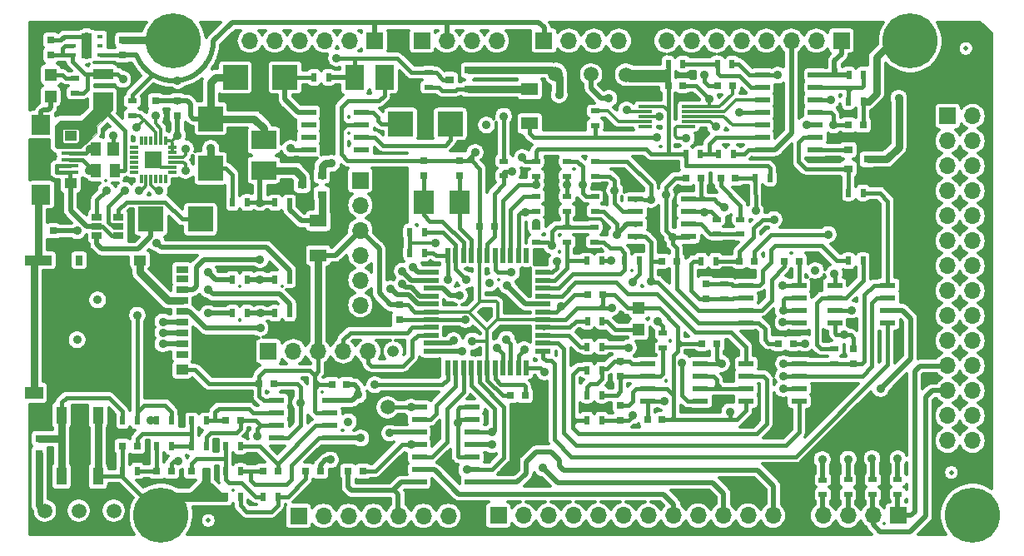
<source format=gbr>
G04 #@! TF.GenerationSoftware,KiCad,Pcbnew,5.0.2-bee76a0~70~ubuntu16.04.1*
G04 #@! TF.CreationDate,2019-03-24T22:43:38+05:30*
G04 #@! TF.ProjectId,PSLab,50534c61-622e-46b6-9963-61645f706362,v5.1*
G04 #@! TF.SameCoordinates,Original*
G04 #@! TF.FileFunction,Copper,L1,Top*
G04 #@! TF.FilePolarity,Positive*
%FSLAX46Y46*%
G04 Gerber Fmt 4.6, Leading zero omitted, Abs format (unit mm)*
G04 Created by KiCad (PCBNEW 5.0.2-bee76a0~70~ubuntu16.04.1) date Sun 24 Mar 2019 22:43:38 +0530*
%MOMM*%
%LPD*%
G01*
G04 APERTURE LIST*
G04 #@! TA.AperFunction,SMDPad,CuDef*
%ADD10R,1.000000X2.500000*%
G04 #@! TD*
G04 #@! TA.AperFunction,SMDPad,CuDef*
%ADD11R,0.630000X0.450000*%
G04 #@! TD*
G04 #@! TA.AperFunction,SMDPad,CuDef*
%ADD12R,0.850000X0.300000*%
G04 #@! TD*
G04 #@! TA.AperFunction,SMDPad,CuDef*
%ADD13R,0.300000X0.850000*%
G04 #@! TD*
G04 #@! TA.AperFunction,SMDPad,CuDef*
%ADD14R,1.800000X1.800000*%
G04 #@! TD*
G04 #@! TA.AperFunction,SMDPad,CuDef*
%ADD15R,1.060000X0.650000*%
G04 #@! TD*
G04 #@! TA.AperFunction,SMDPad,CuDef*
%ADD16R,1.550000X0.600000*%
G04 #@! TD*
G04 #@! TA.AperFunction,SMDPad,CuDef*
%ADD17R,0.550000X1.500000*%
G04 #@! TD*
G04 #@! TA.AperFunction,SMDPad,CuDef*
%ADD18R,1.500000X0.550000*%
G04 #@! TD*
G04 #@! TA.AperFunction,SMDPad,CuDef*
%ADD19R,0.500000X0.900000*%
G04 #@! TD*
G04 #@! TA.AperFunction,SMDPad,CuDef*
%ADD20R,2.500000X2.550000*%
G04 #@! TD*
G04 #@! TA.AperFunction,SMDPad,CuDef*
%ADD21R,2.550000X2.500000*%
G04 #@! TD*
G04 #@! TA.AperFunction,SMDPad,CuDef*
%ADD22R,1.700000X1.300000*%
G04 #@! TD*
G04 #@! TA.AperFunction,SMDPad,CuDef*
%ADD23R,2.030000X1.140000*%
G04 #@! TD*
G04 #@! TA.AperFunction,SMDPad,CuDef*
%ADD24R,0.900000X0.800000*%
G04 #@! TD*
G04 #@! TA.AperFunction,SMDPad,CuDef*
%ADD25R,1.500000X0.600000*%
G04 #@! TD*
G04 #@! TA.AperFunction,SMDPad,CuDef*
%ADD26R,1.400000X0.300000*%
G04 #@! TD*
G04 #@! TA.AperFunction,SMDPad,CuDef*
%ADD27R,2.500000X1.950000*%
G04 #@! TD*
G04 #@! TA.AperFunction,SMDPad,CuDef*
%ADD28R,1.950000X2.500000*%
G04 #@! TD*
G04 #@! TA.AperFunction,ComponentPad*
%ADD29R,1.700000X1.700000*%
G04 #@! TD*
G04 #@! TA.AperFunction,ComponentPad*
%ADD30O,1.700000X1.700000*%
G04 #@! TD*
G04 #@! TA.AperFunction,SMDPad,CuDef*
%ADD31R,0.800000X0.750000*%
G04 #@! TD*
G04 #@! TA.AperFunction,SMDPad,CuDef*
%ADD32R,0.750000X0.800000*%
G04 #@! TD*
G04 #@! TA.AperFunction,SMDPad,CuDef*
%ADD33R,0.900000X0.500000*%
G04 #@! TD*
G04 #@! TA.AperFunction,BGAPad,CuDef*
%ADD34C,1.500000*%
G04 #@! TD*
G04 #@! TA.AperFunction,SMDPad,CuDef*
%ADD35R,1.200000X1.200000*%
G04 #@! TD*
G04 #@! TA.AperFunction,SMDPad,CuDef*
%ADD36R,2.000000X2.400000*%
G04 #@! TD*
G04 #@! TA.AperFunction,ComponentPad*
%ADD37O,1.200000X1.200000*%
G04 #@! TD*
G04 #@! TA.AperFunction,ComponentPad*
%ADD38C,5.600000*%
G04 #@! TD*
G04 #@! TA.AperFunction,BGAPad,CuDef*
%ADD39C,0.500000*%
G04 #@! TD*
G04 #@! TA.AperFunction,ComponentPad*
%ADD40R,1.900000X2.000000*%
G04 #@! TD*
G04 #@! TA.AperFunction,ComponentPad*
%ADD41R,1.250000X1.050000*%
G04 #@! TD*
G04 #@! TA.AperFunction,SMDPad,CuDef*
%ADD42R,1.800000X0.400000*%
G04 #@! TD*
G04 #@! TA.AperFunction,SMDPad,CuDef*
%ADD43R,1.200000X1.400000*%
G04 #@! TD*
G04 #@! TA.AperFunction,SMDPad,CuDef*
%ADD44R,1.000000X1.400000*%
G04 #@! TD*
G04 #@! TA.AperFunction,SMDPad,CuDef*
%ADD45R,1.100000X1.800000*%
G04 #@! TD*
G04 #@! TA.AperFunction,SMDPad,CuDef*
%ADD46R,1.900000X1.300000*%
G04 #@! TD*
G04 #@! TA.AperFunction,SMDPad,CuDef*
%ADD47R,2.800000X1.000000*%
G04 #@! TD*
G04 #@! TA.AperFunction,SMDPad,CuDef*
%ADD48R,0.800000X1.000000*%
G04 #@! TD*
G04 #@! TA.AperFunction,SMDPad,CuDef*
%ADD49R,1.200000X1.000000*%
G04 #@! TD*
G04 #@! TA.AperFunction,SMDPad,CuDef*
%ADD50R,1.200000X0.700000*%
G04 #@! TD*
G04 #@! TA.AperFunction,ViaPad*
%ADD51C,0.914400*%
G04 #@! TD*
G04 #@! TA.AperFunction,Conductor*
%ADD52C,0.304800*%
G04 #@! TD*
G04 #@! TA.AperFunction,Conductor*
%ADD53C,0.508000*%
G04 #@! TD*
G04 #@! TA.AperFunction,Conductor*
%ADD54C,0.762000*%
G04 #@! TD*
G04 #@! TA.AperFunction,Conductor*
%ADD55C,0.406400*%
G04 #@! TD*
G04 #@! TA.AperFunction,Conductor*
%ADD56C,0.254000*%
G04 #@! TD*
G04 #@! TA.AperFunction,NonConductor*
%ADD57C,0.300000*%
G04 #@! TD*
G04 #@! TA.AperFunction,Conductor*
%ADD58C,0.100000*%
G04 #@! TD*
G04 #@! TA.AperFunction,Conductor*
%ADD59C,0.300000*%
G04 #@! TD*
G04 APERTURE END LIST*
D10*
G04 #@! TO.P,U1,7*
G04 #@! TO.N,GND*
X97350000Y-63260000D03*
D11*
G04 #@! TO.P,U1,6*
G04 #@! TO.N,+5V*
X96010000Y-64210000D03*
G04 #@! TO.P,U1,5*
X96010000Y-63260000D03*
G04 #@! TO.P,U1,4*
G04 #@! TO.N,GND*
X96010000Y-62310000D03*
G04 #@! TO.P,U1,3*
G04 #@! TO.N,N/C*
X98690000Y-62310000D03*
G04 #@! TO.P,U1,2*
X98690000Y-63260000D03*
G04 #@! TO.P,U1,1*
G04 #@! TO.N,3.3V*
X98690000Y-64210000D03*
G04 #@! TD*
D12*
G04 #@! TO.P,U14,1*
G04 #@! TO.N,N/C*
X106080000Y-76100000D03*
G04 #@! TO.P,U14,2*
G04 #@! TO.N,GND*
X106080000Y-75600000D03*
G04 #@! TO.P,U14,3*
G04 #@! TO.N,D+*
X106080000Y-75100000D03*
G04 #@! TO.P,U14,4*
G04 #@! TO.N,D-*
X106080000Y-74600000D03*
G04 #@! TO.P,U14,5*
G04 #@! TO.N,3.3V*
X106080000Y-74100000D03*
G04 #@! TO.P,U14,6*
X106080000Y-73600000D03*
D13*
G04 #@! TO.P,U14,7*
X105380000Y-72900000D03*
G04 #@! TO.P,U14,8*
G04 #@! TO.N,VBus*
X104880000Y-72900000D03*
G04 #@! TO.P,U14,9*
G04 #@! TO.N,Net-(JP2-Pad1)*
X104380000Y-72900000D03*
G04 #@! TO.P,U14,10*
G04 #@! TO.N,N/C*
X103880000Y-72900000D03*
G04 #@! TO.P,U14,11*
X103380000Y-72900000D03*
G04 #@! TO.P,U14,12*
X102880000Y-72900000D03*
D12*
G04 #@! TO.P,U14,13*
X102180000Y-73600000D03*
G04 #@! TO.P,U14,14*
X102180000Y-74100000D03*
G04 #@! TO.P,U14,15*
X102180000Y-74600000D03*
G04 #@! TO.P,U14,16*
X102180000Y-75100000D03*
G04 #@! TO.P,U14,17*
X102180000Y-75600000D03*
G04 #@! TO.P,U14,18*
X102180000Y-76100000D03*
D13*
G04 #@! TO.P,U14,19*
X102880000Y-76800000D03*
G04 #@! TO.P,U14,20*
G04 #@! TO.N,/MRxD*
X103380000Y-76800000D03*
G04 #@! TO.P,U14,21*
G04 #@! TO.N,/MTxD*
X103880000Y-76800000D03*
G04 #@! TO.P,U14,22*
G04 #@! TO.N,N/C*
X104380000Y-76800000D03*
G04 #@! TO.P,U14,23*
X104880000Y-76800000D03*
G04 #@! TO.P,U14,24*
X105380000Y-76800000D03*
D14*
G04 #@! TO.P,U14,25*
G04 #@! TO.N,GND*
X104130000Y-74850000D03*
G04 #@! TD*
D15*
G04 #@! TO.P,U4,1*
G04 #@! TO.N,+5V*
X98370000Y-80710000D03*
G04 #@! TO.P,U4,2*
G04 #@! TO.N,GND*
X98370000Y-81660000D03*
G04 #@! TO.P,U4,3*
G04 #@! TO.N,Net-(C14-Pad2)*
X98370000Y-82610000D03*
G04 #@! TO.P,U4,4*
G04 #@! TO.N,GND*
X100570000Y-82610000D03*
G04 #@! TO.P,U4,6*
G04 #@! TO.N,Net-(C14-Pad1)*
X100570000Y-80710000D03*
G04 #@! TO.P,U4,5*
G04 #@! TO.N,Net-(C11-Pad1)*
X100570000Y-81660000D03*
G04 #@! TD*
D16*
G04 #@! TO.P,U5,1*
G04 #@! TO.N,N/C*
X125300000Y-73855000D03*
G04 #@! TO.P,U5,2*
G04 #@! TO.N,Net-(C16-Pad1)*
X125300000Y-72585000D03*
G04 #@! TO.P,U5,3*
G04 #@! TO.N,GND*
X125300000Y-71315000D03*
G04 #@! TO.P,U5,4*
G04 #@! TO.N,Net-(C16-Pad2)*
X125300000Y-70045000D03*
G04 #@! TO.P,U5,5*
G04 #@! TO.N,Net-(C18-Pad2)*
X119900000Y-70045000D03*
G04 #@! TO.P,U5,6*
G04 #@! TO.N,N/C*
X119900000Y-71315000D03*
G04 #@! TO.P,U5,7*
X119900000Y-72585000D03*
G04 #@! TO.P,U5,8*
G04 #@! TO.N,Net-(C11-Pad1)*
X119900000Y-73855000D03*
G04 #@! TD*
D17*
G04 #@! TO.P,U3,1*
G04 #@! TO.N,CS.CH3*
X134060000Y-96020000D03*
G04 #@! TO.P,U3,2*
G04 #@! TO.N,Net-(U2-Pad2)*
X134860000Y-96020000D03*
G04 #@! TO.P,U3,3*
G04 #@! TO.N,Net-(U2-Pad5)*
X135660000Y-96020000D03*
G04 #@! TO.P,U3,4*
G04 #@! TO.N,SQ3*
X136460000Y-96020000D03*
G04 #@! TO.P,U3,5*
G04 #@! TO.N,SQ4*
X137260000Y-96020000D03*
G04 #@! TO.P,U3,6*
G04 #@! TO.N,GND*
X138060000Y-96020000D03*
G04 #@! TO.P,U3,7*
G04 #@! TO.N,Net-(C21-Pad2)*
X138860000Y-96020000D03*
G04 #@! TO.P,U3,8*
G04 #@! TO.N,/ID1*
X139660000Y-96020000D03*
G04 #@! TO.P,U3,9*
G04 #@! TO.N,/ID2*
X140460000Y-96020000D03*
G04 #@! TO.P,U3,10*
G04 #@! TO.N,/ID3*
X141260000Y-96020000D03*
G04 #@! TO.P,U3,11*
G04 #@! TO.N,/ID4*
X142060000Y-96020000D03*
D18*
G04 #@! TO.P,U3,12*
G04 #@! TO.N,CS.CH1*
X143760000Y-94320000D03*
G04 #@! TO.P,U3,13*
G04 #@! TO.N,CS.CH2*
X143760000Y-93520000D03*
G04 #@! TO.P,U3,14*
G04 #@! TO.N,Net-(R49-Pad1)*
X143760000Y-92720000D03*
G04 #@! TO.P,U3,15*
G04 #@! TO.N,RP147*
X143760000Y-91920000D03*
G04 #@! TO.P,U3,16*
G04 #@! TO.N,GND*
X143760000Y-91120000D03*
G04 #@! TO.P,U3,17*
G04 #@! TO.N,AVdd*
X143760000Y-90320000D03*
G04 #@! TO.P,U3,18*
G04 #@! TO.N,MCLR*
X143760000Y-89520000D03*
G04 #@! TO.P,U3,19*
G04 #@! TO.N,CH2out*
X143760000Y-88720000D03*
G04 #@! TO.P,U3,20*
G04 #@! TO.N,CH3out*
X143760000Y-87920000D03*
G04 #@! TO.P,U3,21*
G04 #@! TO.N,MICout*
X143760000Y-87120000D03*
G04 #@! TO.P,U3,22*
G04 #@! TO.N,CH1out*
X143760000Y-86320000D03*
D17*
G04 #@! TO.P,U3,23*
G04 #@! TO.N,N/C*
X142060000Y-84620000D03*
G04 #@! TO.P,U3,24*
G04 #@! TO.N,CAP*
X141260000Y-84620000D03*
G04 #@! TO.P,U3,25*
G04 #@! TO.N,Net-(R10-Pad2)*
X140460000Y-84620000D03*
G04 #@! TO.P,U3,26*
G04 #@! TO.N,SEN*
X139660000Y-84620000D03*
G04 #@! TO.P,U3,27*
G04 #@! TO.N,AN8*
X138860000Y-84620000D03*
G04 #@! TO.P,U3,28*
G04 #@! TO.N,3.3V*
X138060000Y-84620000D03*
G04 #@! TO.P,U3,29*
G04 #@! TO.N,GND*
X137260000Y-84620000D03*
G04 #@! TO.P,U3,30*
G04 #@! TO.N,Net-(C10-Pad2)*
X136460000Y-84620000D03*
G04 #@! TO.P,U3,31*
G04 #@! TO.N,Net-(C8-Pad2)*
X135660000Y-84620000D03*
G04 #@! TO.P,U3,32*
G04 #@! TO.N,SDA*
X134860000Y-84620000D03*
G04 #@! TO.P,U3,33*
G04 #@! TO.N,SCL*
X134060000Y-84620000D03*
D18*
G04 #@! TO.P,U3,34*
G04 #@! TO.N,SDO*
X132360000Y-86320000D03*
G04 #@! TO.P,U3,35*
G04 #@! TO.N,SDI*
X132360000Y-87120000D03*
G04 #@! TO.P,U3,36*
G04 #@! TO.N,SCK*
X132360000Y-87920000D03*
G04 #@! TO.P,U3,37*
G04 #@! TO.N,CS*
X132360000Y-88720000D03*
G04 #@! TO.P,U3,38*
G04 #@! TO.N,SW*
X132360000Y-89520000D03*
G04 #@! TO.P,U3,39*
G04 #@! TO.N,GND*
X132360000Y-90320000D03*
G04 #@! TO.P,U3,40*
G04 #@! TO.N,3.3V*
X132360000Y-91120000D03*
G04 #@! TO.P,U3,41*
G04 #@! TO.N,PGD2*
X132360000Y-91920000D03*
G04 #@! TO.P,U3,42*
G04 #@! TO.N,PGC2*
X132360000Y-92720000D03*
G04 #@! TO.P,U3,43*
G04 #@! TO.N,RxD*
X132360000Y-93520000D03*
G04 #@! TO.P,U3,44*
G04 #@! TO.N,TxD*
X132360000Y-94320000D03*
G04 #@! TD*
D19*
G04 #@! TO.P,R21,1*
G04 #@! TO.N,SINE2*
X112980000Y-106550000D03*
G04 #@! TO.P,R21,2*
G04 #@! TO.N,Net-(C40-Pad1)*
X111480000Y-106550000D03*
G04 #@! TD*
D16*
G04 #@! TO.P,U10,1*
G04 #@! TO.N,Net-(C29-Pad1)*
X154370000Y-95595000D03*
G04 #@! TO.P,U10,2*
G04 #@! TO.N,Net-(C29-Pad2)*
X154370000Y-96865000D03*
G04 #@! TO.P,U10,3*
G04 #@! TO.N,GND*
X154370000Y-98135000D03*
G04 #@! TO.P,U10,4*
G04 #@! TO.N,VR-*
X154370000Y-99405000D03*
G04 #@! TO.P,U10,5*
G04 #@! TO.N,Net-(R16-Pad1)*
X159770000Y-99405000D03*
G04 #@! TO.P,U10,6*
G04 #@! TO.N,Net-(U10-Pad6)*
X159770000Y-98135000D03*
G04 #@! TO.P,U10,7*
X159770000Y-96865000D03*
G04 #@! TO.P,U10,8*
G04 #@! TO.N,VR+*
X159770000Y-95595000D03*
G04 #@! TD*
D20*
G04 #@! TO.P,C11,1*
G04 #@! TO.N,Net-(C11-Pad1)*
X109950000Y-75725000D03*
G04 #@! TO.P,C11,2*
G04 #@! TO.N,GND*
X109950000Y-70675000D03*
G04 #@! TD*
D21*
G04 #@! TO.P,C14,1*
G04 #@! TO.N,Net-(C14-Pad1)*
X108925000Y-80910000D03*
G04 #@! TO.P,C14,2*
G04 #@! TO.N,Net-(C14-Pad2)*
X103875000Y-80910000D03*
G04 #@! TD*
G04 #@! TO.P,C16,1*
G04 #@! TO.N,Net-(C16-Pad1)*
X134325000Y-71200000D03*
G04 #@! TO.P,C16,2*
G04 #@! TO.N,Net-(C16-Pad2)*
X129275000Y-71200000D03*
G04 #@! TD*
G04 #@! TO.P,C18,1*
G04 #@! TO.N,GND*
X112465000Y-66480000D03*
G04 #@! TO.P,C18,2*
G04 #@! TO.N,Net-(C18-Pad2)*
X117515000Y-66480000D03*
G04 #@! TD*
D22*
G04 #@! TO.P,D1,1*
G04 #@! TO.N,GND*
X120890000Y-84580000D03*
G04 #@! TO.P,D1,2*
G04 #@! TO.N,Net-(D1-Pad2)*
X120890000Y-81080000D03*
G04 #@! TD*
G04 #@! TO.P,D2,1*
G04 #@! TO.N,Net-(D2-Pad1)*
X142380000Y-67670000D03*
G04 #@! TO.P,D2,2*
G04 #@! TO.N,GND*
X142380000Y-71170000D03*
G04 #@! TD*
D23*
G04 #@! TO.P,F1,1*
G04 #@! TO.N,VBus*
X99000000Y-68520000D03*
G04 #@! TO.P,F1,2*
G04 #@! TO.N,+5V*
X99000000Y-66120000D03*
G04 #@! TD*
D24*
G04 #@! TO.P,Q1,1*
G04 #@! TO.N,Net-(Q1-Pad1)*
X174800000Y-73870000D03*
G04 #@! TO.P,Q1,2*
G04 #@! TO.N,Net-(Q1-Pad2)*
X174800000Y-75770000D03*
G04 #@! TO.P,Q1,3*
G04 #@! TO.N,PCS*
X176800000Y-74820000D03*
G04 #@! TD*
D25*
G04 #@! TO.P,U2,1*
G04 #@! TO.N,+5V*
X131160000Y-100040000D03*
G04 #@! TO.P,U2,2*
G04 #@! TO.N,Net-(U2-Pad2)*
X131160000Y-101310000D03*
G04 #@! TO.P,U2,3*
G04 #@! TO.N,SQR1*
X131160000Y-102580000D03*
G04 #@! TO.P,U2,4*
G04 #@! TO.N,+5V*
X131160000Y-103850000D03*
G04 #@! TO.P,U2,5*
G04 #@! TO.N,Net-(U2-Pad5)*
X131160000Y-105120000D03*
G04 #@! TO.P,U2,6*
G04 #@! TO.N,SQR2*
X131160000Y-106390000D03*
G04 #@! TO.P,U2,7*
G04 #@! TO.N,GND*
X131160000Y-107660000D03*
G04 #@! TO.P,U2,8*
G04 #@! TO.N,SQR4*
X136560000Y-107660000D03*
G04 #@! TO.P,U2,9*
G04 #@! TO.N,SQ4*
X136560000Y-106390000D03*
G04 #@! TO.P,U2,10*
G04 #@! TO.N,+5V*
X136560000Y-105120000D03*
G04 #@! TO.P,U2,11*
G04 #@! TO.N,SQR3*
X136560000Y-103850000D03*
G04 #@! TO.P,U2,12*
G04 #@! TO.N,SQ3*
X136560000Y-102580000D03*
G04 #@! TO.P,U2,13*
G04 #@! TO.N,+5V*
X136560000Y-101310000D03*
G04 #@! TO.P,U2,14*
X136560000Y-100040000D03*
G04 #@! TD*
G04 #@! TO.P,U7,1*
G04 #@! TO.N,Net-(R19-Pad2)*
X166050000Y-66240000D03*
G04 #@! TO.P,U7,2*
G04 #@! TO.N,Net-(R18-Pad2)*
X166050000Y-67510000D03*
G04 #@! TO.P,U7,3*
G04 #@! TO.N,/I/O Processing/DAC1*
X166050000Y-68780000D03*
G04 #@! TO.P,U7,4*
G04 #@! TO.N,V+*
X166050000Y-70050000D03*
G04 #@! TO.P,U7,5*
G04 #@! TO.N,/I/O Processing/DAC2*
X166050000Y-71320000D03*
G04 #@! TO.P,U7,6*
G04 #@! TO.N,Net-(R35-Pad2)*
X166050000Y-72590000D03*
G04 #@! TO.P,U7,7*
G04 #@! TO.N,PVS2*
X166050000Y-73860000D03*
G04 #@! TO.P,U7,8*
G04 #@! TO.N,Net-(Q1-Pad1)*
X171450000Y-73860000D03*
G04 #@! TO.P,U7,9*
G04 #@! TO.N,Net-(Q1-Pad2)*
X171450000Y-72590000D03*
G04 #@! TO.P,U7,10*
G04 #@! TO.N,/I/O Processing/DAC4*
X171450000Y-71320000D03*
G04 #@! TO.P,U7,11*
G04 #@! TO.N,V-*
X171450000Y-70050000D03*
G04 #@! TO.P,U7,12*
G04 #@! TO.N,Net-(R19-Pad2)*
X171450000Y-68780000D03*
G04 #@! TO.P,U7,13*
G04 #@! TO.N,Net-(R25-Pad2)*
X171450000Y-67510000D03*
G04 #@! TO.P,U7,14*
G04 #@! TO.N,PVS1*
X171450000Y-66240000D03*
G04 #@! TD*
D16*
G04 #@! TO.P,U8,1*
G04 #@! TO.N,Net-(C23-Pad1)*
X164370000Y-87625000D03*
G04 #@! TO.P,U8,2*
G04 #@! TO.N,Net-(C23-Pad2)*
X164370000Y-88895000D03*
G04 #@! TO.P,U8,3*
G04 #@! TO.N,GND*
X164370000Y-90165000D03*
G04 #@! TO.P,U8,4*
G04 #@! TO.N,VR-*
X164370000Y-91435000D03*
G04 #@! TO.P,U8,5*
G04 #@! TO.N,Net-(R16-Pad1)*
X169770000Y-91435000D03*
G04 #@! TO.P,U8,6*
G04 #@! TO.N,Net-(U11-Pad3)*
X169770000Y-90165000D03*
G04 #@! TO.P,U8,7*
X169770000Y-88895000D03*
G04 #@! TO.P,U8,8*
G04 #@! TO.N,VR+*
X169770000Y-87625000D03*
G04 #@! TD*
D26*
G04 #@! TO.P,U9,1*
G04 #@! TO.N,AVdd*
X154150000Y-69450000D03*
G04 #@! TO.P,U9,2*
G04 #@! TO.N,SCL*
X154150000Y-69950000D03*
G04 #@! TO.P,U9,3*
G04 #@! TO.N,SDA*
X154150000Y-70450000D03*
G04 #@! TO.P,U9,4*
G04 #@! TO.N,Net-(R27-Pad1)*
X154150000Y-70950000D03*
G04 #@! TO.P,U9,5*
G04 #@! TO.N,N/C*
X154150000Y-71450000D03*
G04 #@! TO.P,U9,6*
G04 #@! TO.N,/I/O Processing/DAC4*
X158550000Y-71450000D03*
G04 #@! TO.P,U9,7*
G04 #@! TO.N,PVS3*
X158550000Y-70950000D03*
G04 #@! TO.P,U9,8*
G04 #@! TO.N,/I/O Processing/DAC2*
X158550000Y-70450000D03*
G04 #@! TO.P,U9,9*
G04 #@! TO.N,/I/O Processing/DAC1*
X158550000Y-69950000D03*
G04 #@! TO.P,U9,10*
G04 #@! TO.N,GND*
X158550000Y-69450000D03*
G04 #@! TD*
D16*
G04 #@! TO.P,U11,1*
G04 #@! TO.N,CH1out*
X173410000Y-87615000D03*
G04 #@! TO.P,U11,2*
G04 #@! TO.N,Net-(R22-Pad1)*
X173410000Y-88885000D03*
G04 #@! TO.P,U11,3*
G04 #@! TO.N,Net-(U11-Pad3)*
X173410000Y-90155000D03*
G04 #@! TO.P,U11,4*
G04 #@! TO.N,GND*
X173410000Y-91425000D03*
G04 #@! TO.P,U11,5*
G04 #@! TO.N,CS.CH1*
X178810000Y-91425000D03*
G04 #@! TO.P,U11,6*
G04 #@! TO.N,SDO*
X178810000Y-90155000D03*
G04 #@! TO.P,U11,7*
G04 #@! TO.N,SCK*
X178810000Y-88885000D03*
G04 #@! TO.P,U11,8*
G04 #@! TO.N,AVdd*
X178810000Y-87615000D03*
G04 #@! TD*
G04 #@! TO.P,U12,1*
G04 #@! TO.N,CH2out*
X164410000Y-95595000D03*
G04 #@! TO.P,U12,2*
G04 #@! TO.N,Net-(R28-Pad2)*
X164410000Y-96865000D03*
G04 #@! TO.P,U12,3*
G04 #@! TO.N,Net-(U10-Pad6)*
X164410000Y-98135000D03*
G04 #@! TO.P,U12,4*
G04 #@! TO.N,GND*
X164410000Y-99405000D03*
G04 #@! TO.P,U12,5*
G04 #@! TO.N,CS.CH2*
X169810000Y-99405000D03*
G04 #@! TO.P,U12,6*
G04 #@! TO.N,SDO*
X169810000Y-98135000D03*
G04 #@! TO.P,U12,7*
G04 #@! TO.N,SCK*
X169810000Y-96865000D03*
G04 #@! TO.P,U12,8*
G04 #@! TO.N,AVdd*
X169810000Y-95595000D03*
G04 #@! TD*
G04 #@! TO.P,U13,1*
G04 #@! TO.N,SINE2*
X122060000Y-103155000D03*
G04 #@! TO.P,U13,2*
G04 #@! TO.N,Net-(C36-Pad2)*
X122060000Y-101885000D03*
G04 #@! TO.P,U13,3*
G04 #@! TO.N,GND*
X122060000Y-100615000D03*
G04 #@! TO.P,U13,4*
G04 #@! TO.N,V-*
X122060000Y-99345000D03*
G04 #@! TO.P,U13,5*
G04 #@! TO.N,GND*
X116660000Y-99345000D03*
G04 #@! TO.P,U13,6*
G04 #@! TO.N,Net-(C30-Pad2)*
X116660000Y-100615000D03*
G04 #@! TO.P,U13,7*
G04 #@! TO.N,SINE1*
X116660000Y-101885000D03*
G04 #@! TO.P,U13,8*
G04 #@! TO.N,V+*
X116660000Y-103155000D03*
G04 #@! TD*
G04 #@! TO.P,U16,1*
G04 #@! TO.N,Net-(R33-Pad2)*
X153130000Y-78885000D03*
G04 #@! TO.P,U16,2*
G04 #@! TO.N,CH3.GAIN*
X153130000Y-80155000D03*
G04 #@! TO.P,U16,3*
G04 #@! TO.N,CH3*
X153130000Y-81425000D03*
G04 #@! TO.P,U16,4*
G04 #@! TO.N,VR-*
X153130000Y-82695000D03*
G04 #@! TO.P,U16,5*
G04 #@! TO.N,GND*
X158530000Y-82695000D03*
G04 #@! TO.P,U16,6*
G04 #@! TO.N,Net-(R46-Pad1)*
X158530000Y-81425000D03*
G04 #@! TO.P,U16,7*
G04 #@! TO.N,Net-(R14-Pad2)*
X158530000Y-80155000D03*
G04 #@! TO.P,U16,8*
G04 #@! TO.N,VR+*
X158530000Y-78885000D03*
G04 #@! TD*
D24*
G04 #@! TO.P,Q2,1*
G04 #@! TO.N,Net-(D1-Pad2)*
X121260000Y-78380000D03*
G04 #@! TO.P,Q2,2*
G04 #@! TO.N,VR+*
X121260000Y-76480000D03*
G04 #@! TO.P,Q2,3*
G04 #@! TO.N,V+*
X119260000Y-77430000D03*
G04 #@! TD*
G04 #@! TO.P,Q3,1*
G04 #@! TO.N,Net-(D2-Pad1)*
X136230000Y-67660000D03*
G04 #@! TO.P,Q3,2*
G04 #@! TO.N,VR-*
X136230000Y-65760000D03*
G04 #@! TO.P,Q3,3*
G04 #@! TO.N,V-*
X134230000Y-66710000D03*
G04 #@! TD*
D27*
G04 #@! TO.P,C12,1*
G04 #@! TO.N,V+*
X115350000Y-75925000D03*
G04 #@! TO.P,C12,2*
G04 #@! TO.N,GND*
X115350000Y-72875000D03*
G04 #@! TD*
D28*
G04 #@! TO.P,C19,1*
G04 #@! TO.N,GND*
X127605000Y-66480000D03*
G04 #@! TO.P,C19,2*
G04 #@! TO.N,V-*
X124555000Y-66480000D03*
G04 #@! TD*
D29*
G04 #@! TO.P,J6,1*
G04 #@! TO.N,GND*
X131430000Y-62750000D03*
D30*
G04 #@! TO.P,J6,2*
G04 #@! TO.N,3.3V*
X133970000Y-62750000D03*
G04 #@! TO.P,J6,3*
G04 #@! TO.N,SCL*
X136510000Y-62750000D03*
G04 #@! TO.P,J6,4*
G04 #@! TO.N,SDA*
X139050000Y-62750000D03*
G04 #@! TD*
D31*
G04 #@! TO.P,C2,2*
G04 #@! TO.N,3.3V*
X93910000Y-82100000D03*
G04 #@! TO.P,C2,1*
G04 #@! TO.N,GND*
X92410000Y-82100000D03*
G04 #@! TD*
D32*
G04 #@! TO.P,C4,2*
G04 #@! TO.N,GND*
X129130000Y-89610000D03*
G04 #@! TO.P,C4,1*
G04 #@! TO.N,3.3V*
X129130000Y-91110000D03*
G04 #@! TD*
D31*
G04 #@! TO.P,C6,2*
G04 #@! TO.N,Net-(C6-Pad2)*
X104460000Y-106540000D03*
G04 #@! TO.P,C6,1*
G04 #@! TO.N,SQ4*
X105960000Y-106540000D03*
G04 #@! TD*
G04 #@! TO.P,C7,2*
G04 #@! TO.N,GND*
X100990000Y-104000000D03*
G04 #@! TO.P,C7,1*
G04 #@! TO.N,Net-(C7-Pad1)*
X102490000Y-104000000D03*
G04 #@! TD*
D32*
G04 #@! TO.P,C8,2*
G04 #@! TO.N,Net-(C8-Pad2)*
X131600000Y-76440000D03*
G04 #@! TO.P,C8,1*
G04 #@! TO.N,GND*
X131600000Y-74940000D03*
G04 #@! TD*
D31*
G04 #@! TO.P,C9,2*
G04 #@! TO.N,+5V*
X125430000Y-106550000D03*
G04 #@! TO.P,C9,1*
G04 #@! TO.N,GND*
X123930000Y-106550000D03*
G04 #@! TD*
D32*
G04 #@! TO.P,C10,2*
G04 #@! TO.N,Net-(C10-Pad2)*
X135290000Y-76440000D03*
G04 #@! TO.P,C10,1*
G04 #@! TO.N,GND*
X135290000Y-74940000D03*
G04 #@! TD*
D31*
G04 #@! TO.P,C13,2*
G04 #@! TO.N,3.3V*
X138810000Y-81630000D03*
G04 #@! TO.P,C13,1*
G04 #@! TO.N,GND*
X137310000Y-81630000D03*
G04 #@! TD*
D32*
G04 #@! TO.P,C15,2*
G04 #@! TO.N,3.3V*
X101000000Y-64210000D03*
G04 #@! TO.P,C15,1*
G04 #@! TO.N,GND*
X101000000Y-62710000D03*
G04 #@! TD*
D31*
G04 #@! TO.P,C17,2*
G04 #@! TO.N,AVdd*
X148300000Y-88620000D03*
G04 #@! TO.P,C17,1*
G04 #@! TO.N,GND*
X149800000Y-88620000D03*
G04 #@! TD*
D32*
G04 #@! TO.P,C20,2*
G04 #@! TO.N,+5V*
X93700000Y-64210000D03*
G04 #@! TO.P,C20,1*
G04 #@! TO.N,GND*
X93700000Y-62710000D03*
G04 #@! TD*
D31*
G04 #@! TO.P,C21,2*
G04 #@! TO.N,Net-(C21-Pad2)*
X141920000Y-98840000D03*
G04 #@! TO.P,C21,1*
G04 #@! TO.N,GND*
X140420000Y-98840000D03*
G04 #@! TD*
G04 #@! TO.P,C22,2*
G04 #@! TO.N,VR-*
X167670000Y-93540000D03*
G04 #@! TO.P,C22,1*
G04 #@! TO.N,GND*
X169170000Y-93540000D03*
G04 #@! TD*
D32*
G04 #@! TO.P,C23,2*
G04 #@! TO.N,Net-(C23-Pad2)*
X160290000Y-89000000D03*
G04 #@! TO.P,C23,1*
G04 #@! TO.N,Net-(C23-Pad1)*
X160290000Y-87500000D03*
G04 #@! TD*
D31*
G04 #@! TO.P,C24,2*
G04 #@! TO.N,AVdd*
X156470000Y-67300000D03*
G04 #@! TO.P,C24,1*
G04 #@! TO.N,GND*
X157970000Y-67300000D03*
G04 #@! TD*
G04 #@! TO.P,C25,2*
G04 #@! TO.N,ACH1*
X165220000Y-85160000D03*
G04 #@! TO.P,C25,1*
G04 #@! TO.N,CH1*
X163720000Y-85160000D03*
G04 #@! TD*
G04 #@! TO.P,C26,2*
G04 #@! TO.N,VR+*
X169770000Y-85160000D03*
G04 #@! TO.P,C26,1*
G04 #@! TO.N,GND*
X168270000Y-85160000D03*
G04 #@! TD*
G04 #@! TO.P,C27,2*
G04 #@! TO.N,GND*
X163000000Y-67300000D03*
G04 #@! TO.P,C27,1*
G04 #@! TO.N,V+*
X161500000Y-67300000D03*
G04 #@! TD*
G04 #@! TO.P,C28,2*
G04 #@! TO.N,VR-*
X154370000Y-101310000D03*
G04 #@! TO.P,C28,1*
G04 #@! TO.N,GND*
X155870000Y-101310000D03*
G04 #@! TD*
D32*
G04 #@! TO.P,C29,2*
G04 #@! TO.N,Net-(C29-Pad2)*
X151610000Y-96860000D03*
G04 #@! TO.P,C29,1*
G04 #@! TO.N,Net-(C29-Pad1)*
X151610000Y-95360000D03*
G04 #@! TD*
D31*
G04 #@! TO.P,C30,2*
G04 #@! TO.N,Net-(C30-Pad2)*
X111480000Y-101400000D03*
G04 #@! TO.P,C30,1*
G04 #@! TO.N,SINE1*
X112980000Y-101400000D03*
G04 #@! TD*
G04 #@! TO.P,C31,2*
G04 #@! TO.N,VR+*
X161430000Y-93540000D03*
G04 #@! TO.P,C31,1*
G04 #@! TO.N,GND*
X159930000Y-93540000D03*
G04 #@! TD*
G04 #@! TO.P,C32,2*
G04 #@! TO.N,GND*
X176300000Y-71330000D03*
G04 #@! TO.P,C32,1*
G04 #@! TO.N,V-*
X174800000Y-71330000D03*
G04 #@! TD*
G04 #@! TO.P,C33,2*
G04 #@! TO.N,Net-(C33-Pad2)*
X119630000Y-106550000D03*
G04 #@! TO.P,C33,1*
G04 #@! TO.N,SQ3*
X121130000Y-106550000D03*
G04 #@! TD*
G04 #@! TO.P,C34,2*
G04 #@! TO.N,VR-*
X155840000Y-85160000D03*
G04 #@! TO.P,C34,1*
G04 #@! TO.N,GND*
X157340000Y-85160000D03*
G04 #@! TD*
G04 #@! TO.P,C35,2*
G04 #@! TO.N,V+*
X116390000Y-97630000D03*
G04 #@! TO.P,C35,1*
G04 #@! TO.N,GND*
X114890000Y-97630000D03*
G04 #@! TD*
G04 #@! TO.P,C36,2*
G04 #@! TO.N,Net-(C36-Pad2)*
X116780000Y-106550000D03*
G04 #@! TO.P,C36,1*
G04 #@! TO.N,SINE2*
X115280000Y-106550000D03*
G04 #@! TD*
G04 #@! TO.P,C37,2*
G04 #@! TO.N,VR+*
X159830000Y-76720000D03*
G04 #@! TO.P,C37,1*
G04 #@! TO.N,GND*
X158330000Y-76720000D03*
G04 #@! TD*
G04 #@! TO.P,C38,2*
G04 #@! TO.N,V-*
X123770000Y-97740000D03*
G04 #@! TO.P,C38,1*
G04 #@! TO.N,GND*
X122270000Y-97740000D03*
G04 #@! TD*
D32*
G04 #@! TO.P,C39,2*
G04 #@! TO.N,AVdd*
X175340000Y-95590000D03*
G04 #@! TO.P,C39,1*
G04 #@! TO.N,GND*
X175340000Y-94090000D03*
G04 #@! TD*
D31*
G04 #@! TO.P,C40,2*
G04 #@! TO.N,GND*
X109500000Y-106550000D03*
G04 #@! TO.P,C40,1*
G04 #@! TO.N,Net-(C40-Pad1)*
X108000000Y-106550000D03*
G04 #@! TD*
D32*
G04 #@! TO.P,C41,2*
G04 #@! TO.N,AVdd*
X151610000Y-101350000D03*
G04 #@! TO.P,C41,1*
G04 #@! TO.N,GND*
X151610000Y-99850000D03*
G04 #@! TD*
D31*
G04 #@! TO.P,C42,2*
G04 #@! TO.N,MIC*
X163310000Y-76730000D03*
G04 #@! TO.P,C42,1*
G04 #@! TO.N,Net-(C42-Pad1)*
X161810000Y-76730000D03*
G04 #@! TD*
D33*
G04 #@! TO.P,R1,1*
G04 #@! TO.N,3.3V*
X139760000Y-76500000D03*
G04 #@! TO.P,R1,2*
G04 #@! TO.N,MCLR*
X139760000Y-75000000D03*
G04 #@! TD*
D19*
G04 #@! TO.P,R2,1*
G04 #@! TO.N,SCL*
X131670000Y-84330000D03*
G04 #@! TO.P,R2,2*
G04 #@! TO.N,3.3V*
X130170000Y-84330000D03*
G04 #@! TD*
G04 #@! TO.P,R3,1*
G04 #@! TO.N,SDA*
X131670000Y-82240000D03*
G04 #@! TO.P,R3,2*
G04 #@! TO.N,3.3V*
X130170000Y-82240000D03*
G04 #@! TD*
G04 #@! TO.P,R4,1*
G04 #@! TO.N,V+*
X113670000Y-79210000D03*
G04 #@! TO.P,R4,2*
G04 #@! TO.N,Net-(C11-Pad1)*
X112170000Y-79210000D03*
G04 #@! TD*
G04 #@! TO.P,R5,1*
G04 #@! TO.N,V+*
X116480000Y-79220000D03*
G04 #@! TO.P,R5,2*
G04 #@! TO.N,Net-(D1-Pad2)*
X117980000Y-79220000D03*
G04 #@! TD*
D33*
G04 #@! TO.P,R6,1*
G04 #@! TO.N,IDA*
X172210000Y-108930000D03*
G04 #@! TO.P,R6,2*
G04 #@! TO.N,/ID1*
X172210000Y-107430000D03*
G04 #@! TD*
G04 #@! TO.P,R7,1*
G04 #@! TO.N,IDB*
X174760000Y-108910000D03*
G04 #@! TO.P,R7,2*
G04 #@! TO.N,/ID2*
X174760000Y-107410000D03*
G04 #@! TD*
G04 #@! TO.P,R8,1*
G04 #@! TO.N,IDC*
X177290000Y-108910000D03*
G04 #@! TO.P,R8,2*
G04 #@! TO.N,/ID3*
X177290000Y-107410000D03*
G04 #@! TD*
G04 #@! TO.P,R9,1*
G04 #@! TO.N,IDD*
X179830000Y-108890000D03*
G04 #@! TO.P,R9,2*
G04 #@! TO.N,/ID4*
X179830000Y-107390000D03*
G04 #@! TD*
G04 #@! TO.P,R11,1*
G04 #@! TO.N,Net-(D2-Pad1)*
X132120000Y-67470000D03*
G04 #@! TO.P,R11,2*
G04 #@! TO.N,V-*
X132120000Y-65970000D03*
G04 #@! TD*
G04 #@! TO.P,R12,1*
G04 #@! TO.N,AVdd*
X143030000Y-75020000D03*
G04 #@! TO.P,R12,2*
G04 #@! TO.N,SEN*
X143030000Y-76520000D03*
G04 #@! TD*
D19*
G04 #@! TO.P,R13,1*
G04 #@! TO.N,V-*
X121950000Y-66480000D03*
G04 #@! TO.P,R13,2*
G04 #@! TO.N,Net-(C18-Pad2)*
X120450000Y-66480000D03*
G04 #@! TD*
G04 #@! TO.P,R14,1*
G04 #@! TO.N,MICout*
X148200000Y-85140000D03*
G04 #@! TO.P,R14,2*
G04 #@! TO.N,Net-(R14-Pad2)*
X149700000Y-85140000D03*
G04 #@! TD*
G04 #@! TO.P,R15,1*
G04 #@! TO.N,Net-(C36-Pad2)*
X112980000Y-104000000D03*
G04 #@! TO.P,R15,2*
G04 #@! TO.N,Net-(C40-Pad1)*
X111480000Y-104000000D03*
G04 #@! TD*
D33*
G04 #@! TO.P,R16,1*
G04 #@! TO.N,Net-(R16-Pad1)*
X146210000Y-78590000D03*
G04 #@! TO.P,R16,2*
G04 #@! TO.N,AVdd*
X146210000Y-80090000D03*
G04 #@! TD*
G04 #@! TO.P,R17,1*
G04 #@! TO.N,Net-(R16-Pad1)*
X146210000Y-76520000D03*
G04 #@! TO.P,R17,2*
G04 #@! TO.N,GND*
X146210000Y-75020000D03*
G04 #@! TD*
D19*
G04 #@! TO.P,R18,1*
G04 #@! TO.N,AVdd*
X156470000Y-65140000D03*
G04 #@! TO.P,R18,2*
G04 #@! TO.N,Net-(R18-Pad2)*
X157970000Y-65140000D03*
G04 #@! TD*
G04 #@! TO.P,R19,1*
G04 #@! TO.N,Net-(R18-Pad2)*
X161480000Y-65140000D03*
G04 #@! TO.P,R19,2*
G04 #@! TO.N,Net-(R19-Pad2)*
X162980000Y-65140000D03*
G04 #@! TD*
D33*
G04 #@! TO.P,R20,1*
G04 #@! TO.N,Net-(C23-Pad1)*
X162160000Y-87510000D03*
G04 #@! TO.P,R20,2*
G04 #@! TO.N,Net-(C23-Pad2)*
X162160000Y-89010000D03*
G04 #@! TD*
G04 #@! TO.P,R22,1*
G04 #@! TO.N,Net-(R22-Pad1)*
X173390000Y-94080000D03*
G04 #@! TO.P,R22,2*
G04 #@! TO.N,AVdd*
X173390000Y-95580000D03*
G04 #@! TD*
D19*
G04 #@! TO.P,R23,1*
G04 #@! TO.N,Net-(R22-Pad1)*
X176300000Y-85130000D03*
G04 #@! TO.P,R23,2*
G04 #@! TO.N,Net-(C23-Pad1)*
X174800000Y-85130000D03*
G04 #@! TD*
G04 #@! TO.P,R24,1*
G04 #@! TO.N,CH1*
X161320000Y-85160000D03*
G04 #@! TO.P,R24,2*
G04 #@! TO.N,Net-(C23-Pad2)*
X159820000Y-85160000D03*
G04 #@! TD*
G04 #@! TO.P,R25,1*
G04 #@! TO.N,GND*
X176290000Y-68930000D03*
G04 #@! TO.P,R25,2*
G04 #@! TO.N,Net-(R25-Pad2)*
X174790000Y-68930000D03*
G04 #@! TD*
G04 #@! TO.P,R26,1*
G04 #@! TO.N,Net-(R25-Pad2)*
X176350000Y-66230000D03*
G04 #@! TO.P,R26,2*
G04 #@! TO.N,PVS1*
X174850000Y-66230000D03*
G04 #@! TD*
D33*
G04 #@! TO.P,R27,1*
G04 #@! TO.N,Net-(R27-Pad1)*
X149050000Y-69890000D03*
G04 #@! TO.P,R27,2*
G04 #@! TO.N,GND*
X149050000Y-71390000D03*
G04 #@! TD*
D19*
G04 #@! TO.P,R28,1*
G04 #@! TO.N,Net-(C29-Pad1)*
X149740000Y-96260000D03*
G04 #@! TO.P,R28,2*
G04 #@! TO.N,Net-(R28-Pad2)*
X148240000Y-96260000D03*
G04 #@! TD*
G04 #@! TO.P,R29,1*
G04 #@! TO.N,AVdd*
X149710000Y-101350000D03*
G04 #@! TO.P,R29,2*
G04 #@! TO.N,Net-(R28-Pad2)*
X148210000Y-101350000D03*
G04 #@! TD*
G04 #@! TO.P,R30,1*
G04 #@! TO.N,Net-(C29-Pad1)*
X148220000Y-98800000D03*
G04 #@! TO.P,R30,2*
G04 #@! TO.N,Net-(C29-Pad2)*
X149720000Y-98800000D03*
G04 #@! TD*
D33*
G04 #@! TO.P,R31,1*
G04 #@! TO.N,MICout*
X146200000Y-83210000D03*
G04 #@! TO.P,R31,2*
G04 #@! TO.N,AVdd*
X146200000Y-81710000D03*
G04 #@! TD*
G04 #@! TO.P,R32,1*
G04 #@! TO.N,CH3out*
X148950000Y-83210000D03*
G04 #@! TO.P,R32,2*
G04 #@! TO.N,AVdd*
X148950000Y-81710000D03*
G04 #@! TD*
D19*
G04 #@! TO.P,R33,1*
G04 #@! TO.N,CH3out*
X152040000Y-85140000D03*
G04 #@! TO.P,R33,2*
G04 #@! TO.N,Net-(R33-Pad2)*
X153540000Y-85140000D03*
G04 #@! TD*
D33*
G04 #@! TO.P,R34,1*
G04 #@! TO.N,CH2*
X155960000Y-92500000D03*
G04 #@! TO.P,R34,2*
G04 #@! TO.N,Net-(C29-Pad2)*
X155960000Y-94000000D03*
G04 #@! TD*
D19*
G04 #@! TO.P,R35,1*
G04 #@! TO.N,AVdd*
X158250000Y-74290000D03*
G04 #@! TO.P,R35,2*
G04 #@! TO.N,Net-(R35-Pad2)*
X159750000Y-74290000D03*
G04 #@! TD*
G04 #@! TO.P,R36,1*
G04 #@! TO.N,AVdd*
X176300000Y-78230000D03*
G04 #@! TO.P,R36,2*
G04 #@! TO.N,Net-(Q1-Pad2)*
X174800000Y-78230000D03*
G04 #@! TD*
G04 #@! TO.P,R37,1*
G04 #@! TO.N,Net-(R35-Pad2)*
X161590000Y-74290000D03*
G04 #@! TO.P,R37,2*
G04 #@! TO.N,PVS2*
X163090000Y-74290000D03*
G04 #@! TD*
D33*
G04 #@! TO.P,R38,1*
G04 #@! TO.N,CH3.GAIN*
X149050000Y-76520000D03*
G04 #@! TO.P,R38,2*
G04 #@! TO.N,Net-(R33-Pad2)*
X149050000Y-75020000D03*
G04 #@! TD*
D19*
G04 #@! TO.P,R39,1*
G04 #@! TO.N,MIC*
X165350000Y-76730000D03*
G04 #@! TO.P,R39,2*
G04 #@! TO.N,AVdd*
X166850000Y-76730000D03*
G04 #@! TD*
G04 #@! TO.P,R40,1*
G04 #@! TO.N,Net-(C33-Pad2)*
X112980000Y-109170000D03*
G04 #@! TO.P,R40,2*
G04 #@! TO.N,GND*
X111480000Y-109170000D03*
G04 #@! TD*
G04 #@! TO.P,R41,1*
G04 #@! TO.N,Net-(C30-Pad2)*
X109500000Y-101400000D03*
G04 #@! TO.P,R41,2*
G04 #@! TO.N,Net-(C7-Pad1)*
X108000000Y-101400000D03*
G04 #@! TD*
G04 #@! TO.P,R42,1*
G04 #@! TO.N,Net-(C7-Pad1)*
X107990000Y-104010000D03*
G04 #@! TO.P,R42,2*
G04 #@! TO.N,SINE1*
X109490000Y-104010000D03*
G04 #@! TD*
G04 #@! TO.P,R43,1*
G04 #@! TO.N,Net-(C6-Pad2)*
X104470000Y-104010000D03*
G04 #@! TO.P,R43,2*
G04 #@! TO.N,Net-(C7-Pad1)*
X105970000Y-104010000D03*
G04 #@! TD*
G04 #@! TO.P,R44,1*
G04 #@! TO.N,Net-(C33-Pad2)*
X116770000Y-109160000D03*
G04 #@! TO.P,R44,2*
G04 #@! TO.N,Net-(C40-Pad1)*
X115270000Y-109160000D03*
G04 #@! TD*
D33*
G04 #@! TO.P,R45,1*
G04 #@! TO.N,GND*
X149020000Y-78590000D03*
G04 #@! TO.P,R45,2*
G04 #@! TO.N,CH3*
X149020000Y-80090000D03*
G04 #@! TD*
G04 #@! TO.P,R46,1*
G04 #@! TO.N,Net-(R46-Pad1)*
X161425000Y-82425000D03*
G04 #@! TO.P,R46,2*
G04 #@! TO.N,Net-(R14-Pad2)*
X161425000Y-80925000D03*
G04 #@! TD*
G04 #@! TO.P,R47,1*
G04 #@! TO.N,Net-(R46-Pad1)*
X163820000Y-82420000D03*
G04 #@! TO.P,R47,2*
G04 #@! TO.N,Net-(C42-Pad1)*
X163820000Y-80920000D03*
G04 #@! TD*
D19*
G04 #@! TO.P,R49,1*
G04 #@! TO.N,Net-(R49-Pad1)*
X148250000Y-93880000D03*
G04 #@! TO.P,R49,2*
G04 #@! TO.N,FCin*
X149750000Y-93880000D03*
G04 #@! TD*
G04 #@! TO.P,R52,1*
G04 #@! TO.N,Net-(D3-Pad2)*
X149760000Y-91300000D03*
G04 #@! TO.P,R52,2*
G04 #@! TO.N,RP147*
X148260000Y-91300000D03*
G04 #@! TD*
D33*
G04 #@! TO.P,R53,1*
G04 #@! TO.N,Net-(D4-Pad2)*
X96140000Y-66570000D03*
G04 #@! TO.P,R53,2*
G04 #@! TO.N,+5V*
X96140000Y-68070000D03*
G04 #@! TD*
D19*
G04 #@! TO.P,R54,1*
G04 #@! TO.N,RxD*
X113670000Y-87040000D03*
G04 #@! TO.P,R54,2*
G04 #@! TO.N,/MRxD*
X112170000Y-87040000D03*
G04 #@! TD*
G04 #@! TO.P,R55,1*
G04 #@! TO.N,TxD*
X113660000Y-90460000D03*
G04 #@! TO.P,R55,2*
G04 #@! TO.N,/MTxD*
X112160000Y-90460000D03*
G04 #@! TD*
G04 #@! TO.P,R56,1*
G04 #@! TO.N,/ERxD*
X117970000Y-87040000D03*
G04 #@! TO.P,R56,2*
G04 #@! TO.N,RxD*
X116470000Y-87040000D03*
G04 #@! TD*
G04 #@! TO.P,R57,1*
G04 #@! TO.N,/ETxD*
X117990000Y-90470000D03*
G04 #@! TO.P,R57,2*
G04 #@! TO.N,TxD*
X116490000Y-90470000D03*
G04 #@! TD*
D34*
G04 #@! TO.P,TP1,1*
G04 #@! TO.N,V-*
X100090000Y-110570000D03*
G04 #@! TD*
G04 #@! TO.P,TP2,1*
G04 #@! TO.N,V+*
X96530000Y-110570000D03*
G04 #@! TD*
G04 #@! TO.P,TP3,1*
G04 #@! TO.N,+5V*
X127950000Y-100050000D03*
G04 #@! TD*
G04 #@! TO.P,TP4,1*
G04 #@! TO.N,GND*
X93090000Y-110570000D03*
G04 #@! TD*
D33*
G04 #@! TO.P,L1,1*
G04 #@! TO.N,AVdd*
X143070000Y-83210000D03*
G04 #@! TO.P,L1,2*
G04 #@! TO.N,3.3V*
X143070000Y-81710000D03*
G04 #@! TD*
D35*
G04 #@! TO.P,D3,2*
G04 #@! TO.N,Net-(D3-Pad2)*
X153480000Y-92170000D03*
G04 #@! TO.P,D3,1*
G04 #@! TO.N,GND*
X153480000Y-89970000D03*
G04 #@! TD*
G04 #@! TO.P,D4,2*
G04 #@! TO.N,Net-(D4-Pad2)*
X93680000Y-66220000D03*
G04 #@! TO.P,D4,1*
G04 #@! TO.N,GND*
X93680000Y-68420000D03*
G04 #@! TD*
D36*
G04 #@! TO.P,X1,1*
G04 #@! TO.N,Net-(C8-Pad2)*
X131590000Y-79210000D03*
G04 #@! TO.P,X1,2*
G04 #@! TO.N,Net-(C10-Pad2)*
X135290000Y-79210000D03*
G04 #@! TD*
D29*
G04 #@! TO.P,J16,1*
G04 #@! TO.N,3.3V*
X143850000Y-62750000D03*
D30*
G04 #@! TO.P,J16,2*
G04 #@! TO.N,GND*
X146390000Y-62750000D03*
G04 #@! TO.P,J16,3*
G04 #@! TO.N,SCL*
X148930000Y-62750000D03*
G04 #@! TO.P,J16,4*
G04 #@! TO.N,SDA*
X151470000Y-62750000D03*
G04 #@! TD*
D29*
G04 #@! TO.P,J3,1*
G04 #@! TO.N,IDD*
X179840000Y-111040000D03*
D30*
G04 #@! TO.P,J3,2*
G04 #@! TO.N,IDC*
X177300000Y-111040000D03*
G04 #@! TO.P,J3,3*
G04 #@! TO.N,IDB*
X174760000Y-111040000D03*
G04 #@! TO.P,J3,4*
G04 #@! TO.N,IDA*
X172220000Y-111040000D03*
G04 #@! TD*
D29*
G04 #@! TO.P,J4,1*
G04 #@! TO.N,GND*
X139200000Y-111040000D03*
D30*
G04 #@! TO.P,J4,2*
G04 #@! TO.N,SINE1*
X141740000Y-111040000D03*
G04 #@! TO.P,J4,3*
G04 #@! TO.N,GND*
X144280000Y-111040000D03*
G04 #@! TO.P,J4,4*
G04 #@! TO.N,SINE2*
X146820000Y-111040000D03*
G04 #@! TO.P,J4,5*
G04 #@! TO.N,GND*
X149360000Y-111040000D03*
G04 #@! TO.P,J4,6*
G04 #@! TO.N,SQR1*
X151900000Y-111040000D03*
G04 #@! TO.P,J4,7*
G04 #@! TO.N,GND*
X154440000Y-111040000D03*
G04 #@! TO.P,J4,8*
G04 #@! TO.N,SQR2*
X156980000Y-111040000D03*
G04 #@! TO.P,J4,9*
G04 #@! TO.N,GND*
X159520000Y-111040000D03*
G04 #@! TO.P,J4,10*
G04 #@! TO.N,SQR3*
X162060000Y-111040000D03*
G04 #@! TO.P,J4,11*
G04 #@! TO.N,GND*
X164600000Y-111040000D03*
G04 #@! TO.P,J4,12*
G04 #@! TO.N,SQR4*
X167140000Y-111040000D03*
G04 #@! TD*
D29*
G04 #@! TO.P,J2,1*
G04 #@! TO.N,AN8*
X184890000Y-70410000D03*
D30*
G04 #@! TO.P,J2,2*
G04 #@! TO.N,GND*
X187430000Y-70410000D03*
G04 #@! TO.P,J2,3*
G04 #@! TO.N,SEN*
X184890000Y-72950000D03*
G04 #@! TO.P,J2,4*
G04 #@! TO.N,GND*
X187430000Y-72950000D03*
G04 #@! TO.P,J2,5*
G04 #@! TO.N,CAP*
X184890000Y-75490000D03*
G04 #@! TO.P,J2,6*
G04 #@! TO.N,GND*
X187430000Y-75490000D03*
G04 #@! TO.P,J2,7*
G04 #@! TO.N,FCin*
X184890000Y-78030000D03*
G04 #@! TO.P,J2,8*
G04 #@! TO.N,GND*
X187430000Y-78030000D03*
G04 #@! TO.P,J2,9*
G04 #@! TO.N,MIC*
X184890000Y-80570000D03*
G04 #@! TO.P,J2,10*
G04 #@! TO.N,GND*
X187430000Y-80570000D03*
G04 #@! TO.P,J2,11*
G04 #@! TO.N,CH3.GAIN*
X184890000Y-83110000D03*
G04 #@! TO.P,J2,12*
G04 #@! TO.N,GND*
X187430000Y-83110000D03*
G04 #@! TO.P,J2,13*
G04 #@! TO.N,CH3*
X184890000Y-85650000D03*
G04 #@! TO.P,J2,14*
G04 #@! TO.N,GND*
X187430000Y-85650000D03*
G04 #@! TO.P,J2,15*
G04 #@! TO.N,CH2*
X184890000Y-88190000D03*
G04 #@! TO.P,J2,16*
G04 #@! TO.N,GND*
X187430000Y-88190000D03*
G04 #@! TO.P,J2,17*
G04 #@! TO.N,CH1*
X184890000Y-90730000D03*
G04 #@! TO.P,J2,18*
G04 #@! TO.N,GND*
X187430000Y-90730000D03*
G04 #@! TO.P,J2,19*
G04 #@! TO.N,ACH1*
X184890000Y-93270000D03*
G04 #@! TO.P,J2,20*
G04 #@! TO.N,GND*
X187430000Y-93270000D03*
G04 #@! TO.P,J2,21*
G04 #@! TO.N,IDD*
X184890000Y-95810000D03*
G04 #@! TO.P,J2,22*
G04 #@! TO.N,GND*
X187430000Y-95810000D03*
G04 #@! TO.P,J2,23*
G04 #@! TO.N,IDC*
X184890000Y-98350000D03*
G04 #@! TO.P,J2,24*
G04 #@! TO.N,GND*
X187430000Y-98350000D03*
G04 #@! TO.P,J2,25*
G04 #@! TO.N,IDB*
X184890000Y-100890000D03*
G04 #@! TO.P,J2,26*
G04 #@! TO.N,GND*
X187430000Y-100890000D03*
G04 #@! TO.P,J2,27*
G04 #@! TO.N,IDA*
X184890000Y-103430000D03*
G04 #@! TO.P,J2,28*
G04 #@! TO.N,GND*
X187430000Y-103430000D03*
G04 #@! TD*
D19*
G04 #@! TO.P,R50,1*
G04 #@! TO.N,Net-(C6-Pad2)*
X102490000Y-106500000D03*
G04 #@! TO.P,R50,2*
G04 #@! TO.N,GND*
X100990000Y-106500000D03*
G04 #@! TD*
D29*
G04 #@! TO.P,J1,1*
G04 #@! TO.N,MCLR*
X115820000Y-94340000D03*
D30*
G04 #@! TO.P,J1,2*
G04 #@! TO.N,3.3V*
X118360000Y-94340000D03*
G04 #@! TO.P,J1,3*
G04 #@! TO.N,GND*
X120900000Y-94340000D03*
G04 #@! TO.P,J1,4*
G04 #@! TO.N,PGD2*
X123440000Y-94340000D03*
G04 #@! TO.P,J1,5*
G04 #@! TO.N,PGC2*
X125980000Y-94340000D03*
D37*
G04 #@! TO.P,J1,6*
G04 #@! TO.N,N/C*
X128520000Y-94340000D03*
G04 #@! TD*
D33*
G04 #@! TO.P,R10,1*
G04 #@! TO.N,CAP*
X143070000Y-80090000D03*
G04 #@! TO.P,R10,2*
G04 #@! TO.N,Net-(R10-Pad2)*
X143070000Y-78590000D03*
G04 #@! TD*
D29*
G04 #@! TO.P,J5,1*
G04 #@! TO.N,N/C*
X125170000Y-76950000D03*
D30*
G04 #@! TO.P,J5,2*
G04 #@! TO.N,+5V*
X125170000Y-79490000D03*
G04 #@! TO.P,J5,3*
G04 #@! TO.N,GND*
X125170000Y-82030000D03*
G04 #@! TO.P,J5,4*
G04 #@! TO.N,TxD*
X125170000Y-84570000D03*
G04 #@! TO.P,J5,5*
G04 #@! TO.N,RxD*
X125170000Y-87110000D03*
G04 #@! TO.P,J5,6*
G04 #@! TO.N,N/C*
X125170000Y-89650000D03*
G04 #@! TD*
D29*
G04 #@! TO.P,J7,1*
G04 #@! TO.N,GND*
X118880000Y-111090000D03*
D30*
G04 #@! TO.P,J7,2*
G04 #@! TO.N,/ESPROG*
X121420000Y-111090000D03*
G04 #@! TO.P,J7,3*
G04 #@! TO.N,RxD*
X123960000Y-111090000D03*
G04 #@! TO.P,J7,4*
G04 #@! TO.N,TxD*
X126500000Y-111090000D03*
G04 #@! TO.P,J7,5*
G04 #@! TO.N,GND*
X129040000Y-111090000D03*
G04 #@! TO.P,J7,6*
G04 #@! TO.N,+5V*
X131580000Y-111090000D03*
G04 #@! TO.P,J7,7*
G04 #@! TO.N,3.3V*
X134120000Y-111090000D03*
G04 #@! TD*
D29*
G04 #@! TO.P,J8,1*
G04 #@! TO.N,PVS1*
X174090000Y-62750000D03*
D30*
G04 #@! TO.P,J8,2*
G04 #@! TO.N,GND*
X171550000Y-62750000D03*
G04 #@! TO.P,J8,3*
G04 #@! TO.N,PVS2*
X169010000Y-62750000D03*
G04 #@! TO.P,J8,4*
G04 #@! TO.N,GND*
X166470000Y-62750000D03*
G04 #@! TO.P,J8,5*
G04 #@! TO.N,PVS3*
X163930000Y-62750000D03*
G04 #@! TO.P,J8,6*
G04 #@! TO.N,GND*
X161390000Y-62750000D03*
G04 #@! TO.P,J8,7*
G04 #@! TO.N,PCS*
X158850000Y-62750000D03*
G04 #@! TO.P,J8,8*
G04 #@! TO.N,GND*
X156310000Y-62750000D03*
G04 #@! TD*
D38*
G04 #@! TO.P,MH1,1*
G04 #@! TO.N,GND*
X104880000Y-111020000D03*
G04 #@! TD*
G04 #@! TO.P,MH2,1*
G04 #@! TO.N,GND*
X181090000Y-62780000D03*
G04 #@! TD*
G04 #@! TO.P,MH3,1*
G04 #@! TO.N,GND*
X106150000Y-62770000D03*
G04 #@! TD*
G04 #@! TO.P,MH4,1*
G04 #@! TO.N,GND*
X187420000Y-111010000D03*
G04 #@! TD*
D39*
G04 #@! TO.P,TP5,~*
G04 #@! TO.N,N/C*
X186750000Y-63540000D03*
G04 #@! TD*
G04 #@! TO.P,TP6,~*
G04 #@! TO.N,N/C*
X109705000Y-111550000D03*
G04 #@! TD*
G04 #@! TO.P,TP7,~*
G04 #@! TO.N,N/C*
X185280000Y-106675000D03*
G04 #@! TD*
D40*
G04 #@! TO.P,CON1,6*
G04 #@! TO.N,GND*
X92700000Y-78406250D03*
G04 #@! TO.P,CON1,7*
X92700000Y-71293750D03*
D41*
G04 #@! TO.P,CON1,9*
X95700000Y-77275000D03*
G04 #@! TO.P,CON1,8*
X95700000Y-72425000D03*
D42*
G04 #@! TO.P,CON1,5*
X95600000Y-76150000D03*
G04 #@! TO.P,CON1,4*
X95600000Y-75500000D03*
G04 #@! TO.P,CON1,3*
G04 #@! TO.N,D+*
X95600000Y-74850000D03*
G04 #@! TO.P,CON1,2*
G04 #@! TO.N,D-*
X95600000Y-74200000D03*
G04 #@! TO.P,CON1,1*
G04 #@! TO.N,VBus*
X95600000Y-73550000D03*
G04 #@! TD*
D32*
G04 #@! TO.P,C44,2*
G04 #@! TO.N,GND*
X106580000Y-68890000D03*
G04 #@! TO.P,C44,1*
G04 #@! TO.N,3.3V*
X106580000Y-70390000D03*
G04 #@! TD*
G04 #@! TO.P,C46,2*
G04 #@! TO.N,GND*
X104350000Y-68890000D03*
G04 #@! TO.P,C46,1*
G04 #@! TO.N,VBus*
X104350000Y-70390000D03*
G04 #@! TD*
D33*
G04 #@! TO.P,R51,1*
G04 #@! TO.N,Net-(JP2-Pad1)*
X101970000Y-70390000D03*
G04 #@! TO.P,R51,2*
G04 #@! TO.N,3.3V*
X101970000Y-68890000D03*
G04 #@! TD*
D43*
G04 #@! TO.P,U17,1*
G04 #@! TO.N,GND*
X100020000Y-73750000D03*
D44*
G04 #@! TO.P,U17,2*
G04 #@! TO.N,D-*
X98300000Y-73750000D03*
G04 #@! TO.P,U17,3*
G04 #@! TO.N,D+*
X98300000Y-75950000D03*
G04 #@! TO.P,U17,4*
G04 #@! TO.N,VBus*
X100200000Y-75950000D03*
G04 #@! TD*
D29*
G04 #@! TO.P,J9,1*
G04 #@! TO.N,3.3V*
X126630000Y-62750000D03*
D30*
G04 #@! TO.P,J9,2*
G04 #@! TO.N,GND*
X124090000Y-62750000D03*
G04 #@! TO.P,J9,3*
G04 #@! TO.N,SCK*
X121550000Y-62750000D03*
G04 #@! TO.P,J9,4*
G04 #@! TO.N,SDO*
X119010000Y-62750000D03*
G04 #@! TO.P,J9,5*
G04 #@! TO.N,SDI*
X116470000Y-62750000D03*
G04 #@! TO.P,J9,6*
G04 #@! TO.N,CS*
X113930000Y-62750000D03*
G04 #@! TD*
D45*
G04 #@! TO.P,J12,1*
G04 #@! TO.N,GND*
X98480000Y-100850000D03*
X98480000Y-107050000D03*
G04 #@! TO.P,J12,2*
G04 #@! TO.N,Net-(C1-Pad1)*
X94780000Y-100850000D03*
X94780000Y-107050000D03*
G04 #@! TD*
D46*
G04 #@! TO.P,P1,11*
G04 #@! TO.N,GND*
X91955000Y-98575000D03*
D47*
X92405000Y-85075000D03*
D48*
G04 #@! TO.P,P1,10*
G04 #@! TO.N,N/C*
X96555000Y-85075000D03*
D49*
G04 #@! TO.P,P1,11*
G04 #@! TO.N,GND*
X102755000Y-85075000D03*
X107055000Y-96225000D03*
D50*
G04 #@! TO.P,P1,7*
G04 #@! TO.N,SDI*
X107055000Y-88075000D03*
G04 #@! TO.P,P1,6*
G04 #@! TO.N,GND*
X107055000Y-89175000D03*
G04 #@! TO.P,P1,5*
G04 #@! TO.N,SCK*
X107055000Y-90275000D03*
G04 #@! TO.P,P1,4*
G04 #@! TO.N,3.3V*
X107055000Y-91375000D03*
G04 #@! TO.P,P1,3*
G04 #@! TO.N,SDO*
X107055000Y-92475000D03*
G04 #@! TO.P,P1,2*
G04 #@! TO.N,CS.CH3*
X107055000Y-93575000D03*
G04 #@! TO.P,P1,1*
G04 #@! TO.N,N/C*
X107055000Y-94675000D03*
G04 #@! TO.P,P1,8*
X107055000Y-86975000D03*
G04 #@! TO.P,P1,9*
X107055000Y-86025000D03*
G04 #@! TD*
D19*
G04 #@! TO.P,R48,1*
G04 #@! TO.N,3.3V*
X104480000Y-101400000D03*
G04 #@! TO.P,R48,2*
G04 #@! TO.N,SW*
X105980000Y-101400000D03*
G04 #@! TD*
D32*
G04 #@! TO.P,C1,2*
G04 #@! TO.N,GND*
X92530000Y-104750000D03*
G04 #@! TO.P,C1,1*
G04 #@! TO.N,Net-(C1-Pad1)*
X92530000Y-103250000D03*
G04 #@! TD*
D19*
G04 #@! TO.P,R58,1*
G04 #@! TO.N,SW*
X102490000Y-101400000D03*
G04 #@! TO.P,R58,2*
G04 #@! TO.N,Net-(C1-Pad1)*
X100990000Y-101400000D03*
G04 #@! TD*
D34*
G04 #@! TO.P,TP8,1*
G04 #@! TO.N,AVdd*
X152190000Y-66210000D03*
G04 #@! TD*
G04 #@! TO.P,TP9,1*
G04 #@! TO.N,VR+*
X148630000Y-66170000D03*
G04 #@! TD*
G04 #@! TO.P,TP10,1*
G04 #@! TO.N,VR-*
X145030000Y-66130000D03*
G04 #@! TD*
D51*
G04 #@! TO.N,GND*
X112465000Y-66480000D03*
X162760000Y-100480000D03*
X136570000Y-93300000D03*
X136850000Y-74110000D03*
X156910000Y-82700000D03*
X150740000Y-89920000D03*
X156230000Y-78410000D03*
X170370000Y-93540000D03*
X147760000Y-77420000D03*
X155310000Y-72590000D03*
X174350000Y-92650000D03*
X104130000Y-74865600D03*
X109950000Y-70675000D03*
X93090000Y-110570000D03*
X102755000Y-85075000D03*
X100030000Y-72400000D03*
G04 #@! TO.N,+5V*
X135050000Y-101580000D03*
X101020000Y-66680000D03*
X130330000Y-100040000D03*
X130320000Y-103850000D03*
X99340000Y-77980000D03*
G04 #@! TO.N,AVdd*
X141630000Y-74640000D03*
X168200000Y-95610000D03*
X145600000Y-89800000D03*
X152890000Y-100890000D03*
X144640000Y-83590000D03*
X138300000Y-87420000D03*
G04 #@! TO.N,V+*
X114970000Y-79230000D03*
X160190000Y-66250000D03*
X163700000Y-70050000D03*
X119100000Y-99560000D03*
X96530000Y-110570000D03*
G04 #@! TO.N,V-*
X173290000Y-71320000D03*
X122750000Y-64530000D03*
X100090000Y-110570000D03*
X124950000Y-98775000D03*
G04 #@! TO.N,SCK*
X135230000Y-88650000D03*
X168200000Y-96860000D03*
X114990000Y-91970000D03*
G04 #@! TO.N,SCL*
X152250000Y-69800000D03*
X134060000Y-87080000D03*
G04 #@! TO.N,SDA*
X135960000Y-87060000D03*
X155600000Y-70450000D03*
G04 #@! TO.N,SDO*
X178080000Y-98150000D03*
X130530000Y-85800000D03*
X130530000Y-85800000D03*
X168170000Y-98150000D03*
X105090000Y-92470000D03*
G04 #@! TO.N,/ID1*
X139070000Y-94010000D03*
X172150000Y-105350000D03*
G04 #@! TO.N,/ID2*
X140010000Y-93130000D03*
X174790000Y-105310000D03*
G04 #@! TO.N,/ID3*
X177210000Y-105260000D03*
X141830000Y-94180000D03*
G04 #@! TO.N,/ID4*
X179830000Y-105280000D03*
X143880000Y-96440000D03*
G04 #@! TO.N,PVS3*
X161330000Y-71500000D03*
G04 #@! TO.N,PCS*
X179930000Y-68600000D03*
G04 #@! TO.N,/ETxD*
X109710000Y-88070000D03*
G04 #@! TO.N,/ERxD*
X104460000Y-83320000D03*
G04 #@! TO.N,/MTxD*
X104710000Y-77974400D03*
X109710000Y-90480000D03*
G04 #@! TO.N,/MRxD*
X102670000Y-77974400D03*
X109710000Y-86330000D03*
G04 #@! TO.N,Net-(C11-Pad1)*
X118080000Y-73690000D03*
X109950000Y-73690000D03*
X101190000Y-77990000D03*
G04 #@! TO.N,VR-*
X145390000Y-68240000D03*
X156050000Y-99410000D03*
X154720000Y-87230000D03*
G04 #@! TO.N,VR+*
X122240000Y-75210000D03*
X162210000Y-79690000D03*
X168120000Y-87620000D03*
X161905000Y-95595000D03*
G04 #@! TO.N,Net-(R16-Pad1)*
X168150000Y-91410000D03*
X146200000Y-77420000D03*
X157890000Y-95500000D03*
G04 #@! TO.N,Net-(R19-Pad2)*
X167620000Y-66240000D03*
X173060000Y-68780000D03*
G04 #@! TO.N,CH1out*
X145130000Y-85220000D03*
X173370000Y-86430000D03*
G04 #@! TO.N,AN8*
X140550000Y-86300000D03*
G04 #@! TO.N,MIC*
X165360000Y-80070000D03*
G04 #@! TO.N,/I/O Processing/DAC4*
X158330000Y-72660000D03*
G04 #@! TO.N,SQ4*
X135980000Y-106400000D03*
X106620000Y-105480000D03*
G04 #@! TO.N,CH1*
X167250000Y-80940000D03*
G04 #@! TO.N,ACH1*
X172760000Y-82460000D03*
G04 #@! TO.N,CH2*
X171440000Y-86130000D03*
X155420000Y-91290000D03*
G04 #@! TO.N,CH3*
X151240000Y-82460000D03*
G04 #@! TO.N,Net-(R33-Pad2)*
X154710000Y-78900000D03*
X152890000Y-87270000D03*
G04 #@! TO.N,Net-(U11-Pad3)*
X175100000Y-90150000D03*
X168170000Y-90160000D03*
G04 #@! TO.N,Net-(R14-Pad2)*
X160190000Y-80170000D03*
X150660000Y-85140000D03*
G04 #@! TO.N,SINE1*
X114680000Y-102950000D03*
G04 #@! TO.N,SQ3*
X138570000Y-102580000D03*
X122130000Y-105380000D03*
G04 #@! TO.N,SINE2*
X125210000Y-103170000D03*
G04 #@! TO.N,CH3.GAIN*
X151020000Y-77990000D03*
G04 #@! TO.N,FCin*
X152430000Y-93990000D03*
G04 #@! TO.N,MCLR*
X139750000Y-70440000D03*
X140070000Y-87630000D03*
G04 #@! TO.N,SQR3*
X138580000Y-103850000D03*
X143750000Y-106220000D03*
G04 #@! TO.N,SQR1*
X128180000Y-102670000D03*
G04 #@! TO.N,SEN*
X143040000Y-77390000D03*
G04 #@! TO.N,CAP*
X141980000Y-80180000D03*
G04 #@! TO.N,RxD*
X134650000Y-93250000D03*
X114980000Y-87040000D03*
X123955000Y-101525000D03*
G04 #@! TO.N,TxD*
X135550000Y-94350000D03*
X114990000Y-90480000D03*
G04 #@! TO.N,/ESPROG*
X98440000Y-89120000D03*
G04 #@! TO.N,SDI*
X129430000Y-86200000D03*
X114970000Y-85000000D03*
G04 #@! TO.N,GND*
X160640000Y-68650000D03*
X97350000Y-62320000D03*
X97350000Y-64190000D03*
X97350000Y-63260000D03*
G04 #@! TO.N,VR+*
X150450000Y-68620000D03*
G04 #@! TO.N,/I/O Processing/DAC4*
X170539998Y-71320000D03*
G04 #@! TO.N,3.3V*
X143070000Y-81270000D03*
X140610000Y-76020000D03*
X135870000Y-91120000D03*
X137990000Y-71320000D03*
X132770000Y-83310000D03*
X106580000Y-72410000D03*
X106600000Y-66800000D03*
X103840000Y-101400000D03*
X96366239Y-93163761D03*
X105090000Y-91370000D03*
X96366239Y-82090000D03*
G04 #@! TO.N,VBus*
X97600000Y-71600000D03*
X104350000Y-70390000D03*
G04 #@! TO.N,D-*
X97687522Y-73750000D03*
X107390000Y-73750000D03*
G04 #@! TO.N,D+*
X97600000Y-75950000D03*
X107390000Y-75950000D03*
G04 #@! TO.N,CS.CH3*
X126640000Y-97750000D03*
X105090000Y-93580000D03*
G04 #@! TO.N,CS*
X129430000Y-87500000D03*
X129430000Y-87500000D03*
G04 #@! TO.N,SW*
X128230000Y-88000000D03*
X102490000Y-90680000D03*
G04 #@! TO.N,Net-(JP2-Pad1)*
X102410000Y-71570000D03*
G04 #@! TD*
D52*
G04 #@! TO.N,GND*
X103900000Y-111020000D02*
X104880000Y-111020000D01*
X97390000Y-62800000D02*
X97350000Y-62800000D01*
X97350000Y-62560000D02*
X97350000Y-62800000D01*
X109365000Y-70675000D02*
X109950000Y-70675000D01*
X106150000Y-62770000D02*
X108020000Y-60900000D01*
G04 #@! TO.N,SCL*
X149030000Y-62800000D02*
X149370000Y-62800000D01*
D53*
G04 #@! TO.N,PCS*
X158730000Y-62800000D02*
X158750000Y-62800000D01*
G04 #@! TO.N,PVS1*
X174030000Y-62800000D02*
X173990000Y-62800000D01*
G04 #@! TO.N,GND*
X181090000Y-60990000D02*
X181090000Y-62780000D01*
D54*
X127605000Y-66480000D02*
X127605000Y-65760000D01*
D55*
X123240000Y-71080000D02*
X123240000Y-69510000D01*
X127070000Y-68870000D02*
X127605000Y-68335000D01*
X123880000Y-68870000D02*
X127070000Y-68870000D01*
X123240000Y-69510000D02*
X123880000Y-68870000D01*
X127605000Y-68335000D02*
X127605000Y-66480000D01*
D53*
X128565000Y-108435000D02*
X129030000Y-108900000D01*
X129030000Y-108900000D02*
X129030000Y-111090000D01*
X129030000Y-111090000D02*
X129040000Y-111090000D01*
X123930000Y-106550000D02*
X123930000Y-108140000D01*
X129340000Y-107660000D02*
X131160000Y-107660000D01*
X128500000Y-108500000D02*
X128565000Y-108435000D01*
X128565000Y-108435000D02*
X129340000Y-107660000D01*
X124290000Y-108500000D02*
X128500000Y-108500000D01*
X123930000Y-108140000D02*
X124290000Y-108500000D01*
D56*
X176290000Y-68930000D02*
X176540000Y-69180000D01*
X176540000Y-69180000D02*
X176950000Y-69180000D01*
X177920000Y-64490000D02*
X179630000Y-62780000D01*
X177920000Y-68210000D02*
X177920000Y-64490000D01*
X176950000Y-69180000D02*
X177920000Y-68210000D01*
X179630000Y-62780000D02*
X181090000Y-62780000D01*
X176290000Y-68930000D02*
X176540000Y-68680000D01*
X176540000Y-68680000D02*
X176860000Y-68680000D01*
X177430000Y-64330000D02*
X178980000Y-62780000D01*
X177430000Y-68110000D02*
X177430000Y-64330000D01*
X176860000Y-68680000D02*
X177430000Y-68110000D01*
X178980000Y-62780000D02*
X181090000Y-62780000D01*
D55*
X132360000Y-90320000D02*
X130730000Y-90320000D01*
X130020000Y-89610000D02*
X129130000Y-89610000D01*
X130730000Y-90320000D02*
X130020000Y-89610000D01*
X131600000Y-74940000D02*
X128620000Y-74940000D01*
X128620000Y-74940000D02*
X123870000Y-74940000D01*
X123240000Y-74310000D02*
X123240000Y-71830000D01*
X123870000Y-74940000D02*
X123240000Y-74310000D01*
X106010000Y-62630000D02*
X106150000Y-62770000D01*
X138060000Y-96020000D02*
X138060000Y-97270000D01*
X138060000Y-97270000D02*
X139630000Y-98840000D01*
X176290000Y-68930000D02*
X176940000Y-68930000D01*
X177720000Y-64330000D02*
X179270000Y-62780000D01*
X177720000Y-68150000D02*
X177720000Y-64330000D01*
X176940000Y-68930000D02*
X177720000Y-68150000D01*
X179270000Y-62780000D02*
X181090000Y-62780000D01*
D53*
X179340000Y-61030000D02*
X181090000Y-62780000D01*
X127630000Y-66505000D02*
X127605000Y-66480000D01*
D54*
X115380000Y-72845000D02*
X115350000Y-72875000D01*
X110005000Y-70620000D02*
X109950000Y-70675000D01*
D55*
X149050000Y-71390000D02*
X149050000Y-72590000D01*
X149050000Y-72590000D02*
X149050000Y-72500000D01*
X149050000Y-72500000D02*
X149050000Y-72590000D01*
X162760000Y-101310000D02*
X162760000Y-100480000D01*
X157800000Y-93540000D02*
X157470000Y-93870000D01*
X157550000Y-93770000D02*
X157470000Y-93770000D01*
X157470000Y-93850000D02*
X157550000Y-93770000D01*
X157470000Y-93870000D02*
X157470000Y-93850000D01*
X159930000Y-93540000D02*
X157800000Y-93540000D01*
X157800000Y-93540000D02*
X157470000Y-93210000D01*
X142380000Y-71170000D02*
X142380000Y-72180000D01*
X142380000Y-72180000D02*
X142790000Y-72590000D01*
X142790000Y-72590000D02*
X147220000Y-72590000D01*
D54*
X106150000Y-62770000D02*
X106840000Y-62770000D01*
D55*
X157330000Y-84740000D02*
X157320000Y-87960000D01*
X159525000Y-90165000D02*
X164370000Y-90165000D01*
X157320000Y-87960000D02*
X159525000Y-90165000D01*
D52*
X138060000Y-93300000D02*
X136570000Y-93300000D01*
X138060000Y-92210000D02*
X138060000Y-92150000D01*
X138060000Y-92150000D02*
X139160000Y-91050000D01*
X138060000Y-96020000D02*
X138060000Y-93300000D01*
X138060000Y-93300000D02*
X138060000Y-92210000D01*
D55*
X164370000Y-90165000D02*
X165965000Y-90165000D01*
X168270000Y-85730000D02*
X168270000Y-85160000D01*
X166970000Y-87030000D02*
X168270000Y-85730000D01*
X166970000Y-89160000D02*
X166970000Y-87030000D01*
X165965000Y-90165000D02*
X166970000Y-89160000D01*
X157340000Y-85160000D02*
X157340000Y-83830000D01*
X157340000Y-83830000D02*
X157330000Y-83820000D01*
X136000000Y-74940000D02*
X136490000Y-74940000D01*
X136490000Y-74940000D02*
X136500000Y-74950000D01*
X135290000Y-74940000D02*
X136000000Y-74940000D01*
X136000000Y-74940000D02*
X136020000Y-74940000D01*
X136020000Y-74940000D02*
X136500000Y-74460000D01*
X131600000Y-74940000D02*
X135290000Y-74940000D01*
X136500000Y-74950000D02*
X136500000Y-74460000D01*
X137310000Y-76060000D02*
X137310000Y-75780000D01*
X136500000Y-74950000D02*
X136500000Y-74970000D01*
X136500000Y-74970000D02*
X137310000Y-75780000D01*
X137310000Y-76060000D02*
X137310000Y-81630000D01*
X136500000Y-74460000D02*
X136850000Y-74110000D01*
X123645000Y-71315000D02*
X123645000Y-71425000D01*
X123645000Y-71425000D02*
X123240000Y-71830000D01*
X123240000Y-71830000D02*
X123240000Y-71080000D01*
X123240000Y-71080000D02*
X123240000Y-70910000D01*
X147760000Y-77420000D02*
X147760000Y-78230000D01*
X148120000Y-78590000D02*
X149020000Y-78590000D01*
X147760000Y-78230000D02*
X148120000Y-78590000D01*
X146210000Y-75020000D02*
X147230000Y-75020000D01*
X147230000Y-75020000D02*
X147760000Y-75550000D01*
X147760000Y-75550000D02*
X147760000Y-77420000D01*
X147230000Y-75020000D02*
X147760000Y-75550000D01*
X120920000Y-97740000D02*
X120920000Y-97720000D01*
X120920000Y-97720000D02*
X120510000Y-97310000D01*
X153480000Y-89970000D02*
X155580000Y-89970000D01*
X155580000Y-89970000D02*
X157470000Y-91860000D01*
X149800000Y-88620000D02*
X151030000Y-88620000D01*
X152380000Y-89970000D02*
X153480000Y-89970000D01*
X151030000Y-88620000D02*
X152380000Y-89970000D01*
X147760000Y-75550000D02*
X147760000Y-77420000D01*
X137260000Y-81680000D02*
X137310000Y-81630000D01*
D52*
X136170000Y-90320000D02*
X132360000Y-90320000D01*
D55*
X125300000Y-71315000D02*
X123645000Y-71315000D01*
X123645000Y-71315000D02*
X123240000Y-70910000D01*
D52*
X137335000Y-89285000D02*
X139005000Y-89285000D01*
X139160000Y-89440000D02*
X139160000Y-91050000D01*
X139005000Y-89285000D02*
X139160000Y-89440000D01*
X137335000Y-89285000D02*
X137260000Y-89210000D01*
X139160000Y-91050000D02*
X139160000Y-91120000D01*
X143760000Y-91120000D02*
X139160000Y-91120000D01*
D55*
X156230000Y-78370000D02*
X156230000Y-82020000D01*
X156230000Y-82020000D02*
X156910000Y-82700000D01*
X173410000Y-91425000D02*
X173410000Y-92500000D01*
X173410000Y-92500000D02*
X173560000Y-92650000D01*
X173560000Y-92650000D02*
X174350000Y-92650000D01*
X157330000Y-84740000D02*
X157330000Y-83820000D01*
X157330000Y-83820000D02*
X156910000Y-83400000D01*
X156910000Y-83400000D02*
X156910000Y-82700000D01*
X143760000Y-91120000D02*
X145990000Y-91120000D01*
X145990000Y-91120000D02*
X147190000Y-89920000D01*
X147190000Y-89920000D02*
X150740000Y-89920000D01*
X106120000Y-62800000D02*
X106150000Y-62770000D01*
X150740000Y-89920000D02*
X149640000Y-89920000D01*
X149640000Y-89920000D02*
X149600000Y-89880000D01*
X149800000Y-88620000D02*
X149800000Y-89680000D01*
X149800000Y-89680000D02*
X149600000Y-89880000D01*
X156230000Y-78410000D02*
X156230000Y-78370000D01*
X156230000Y-78370000D02*
X156230000Y-77660000D01*
X156230000Y-77660000D02*
X157170000Y-76720000D01*
X157170000Y-76720000D02*
X158330000Y-76720000D01*
X156910000Y-82700000D02*
X158525000Y-82700000D01*
X158525000Y-82700000D02*
X158530000Y-82695000D01*
X122270000Y-97740000D02*
X120920000Y-97740000D01*
X120920000Y-97740000D02*
X120880000Y-97740000D01*
X120880000Y-97740000D02*
X120510000Y-98110000D01*
D52*
X163000000Y-67300000D02*
X163000000Y-68140000D01*
D55*
X176290000Y-68930000D02*
X176290000Y-71320000D01*
X176290000Y-71320000D02*
X176300000Y-71330000D01*
X157470000Y-91860000D02*
X157470000Y-93210000D01*
X157470000Y-93210000D02*
X157470000Y-93160000D01*
X157470000Y-93160000D02*
X157470000Y-93770000D01*
X155870000Y-101310000D02*
X162760000Y-101310000D01*
X162760000Y-101310000D02*
X163460000Y-101310000D01*
X164410000Y-100360000D02*
X164410000Y-99405000D01*
X163460000Y-101310000D02*
X164410000Y-100360000D01*
X154370000Y-98135000D02*
X156335000Y-98135000D01*
X156740000Y-101310000D02*
X155870000Y-101310000D01*
X157050000Y-101000000D02*
X156740000Y-101310000D01*
X157350000Y-84720000D02*
X157330000Y-84740000D01*
X169170000Y-93540000D02*
X170370000Y-93540000D01*
X174350000Y-92650000D02*
X175030000Y-92650000D01*
X175030000Y-92650000D02*
X175340000Y-92960000D01*
X175340000Y-92960000D02*
X175340000Y-94090000D01*
X147220000Y-72590000D02*
X149050000Y-72590000D01*
X149050000Y-72590000D02*
X150050000Y-72590000D01*
X120510000Y-96790000D02*
X120510000Y-97040000D01*
X120510000Y-97040000D02*
X120510000Y-97310000D01*
X120040000Y-96320000D02*
X120510000Y-96790000D01*
X120510000Y-97310000D02*
X120510000Y-98110000D01*
X120510000Y-98110000D02*
X120510000Y-100470000D01*
X120510000Y-100470000D02*
X120655000Y-100615000D01*
X120655000Y-100615000D02*
X122060000Y-100615000D01*
X173410000Y-91425000D02*
X173410000Y-91710000D01*
X150050000Y-72590000D02*
X155310000Y-72590000D01*
D53*
X106150000Y-62770000D02*
X106630000Y-62770000D01*
D52*
X138060000Y-92210000D02*
X136170000Y-90320000D01*
X137260000Y-84620000D02*
X137260000Y-89210000D01*
X137260000Y-89210000D02*
X137260000Y-89360000D01*
X137260000Y-89360000D02*
X136300000Y-90320000D01*
X136300000Y-90320000D02*
X136170000Y-90320000D01*
D56*
X154800000Y-98135000D02*
X154800000Y-98075000D01*
X154510000Y-98135000D02*
X154800000Y-98135000D01*
X154800000Y-98135000D02*
X155125000Y-98135000D01*
X164285000Y-99415000D02*
X164105000Y-99415000D01*
X173410000Y-91425000D02*
X173665000Y-91425000D01*
D55*
X157470000Y-93770000D02*
X157470000Y-94310000D01*
X157050000Y-94730000D02*
X157470000Y-94310000D01*
X157050000Y-98850000D02*
X157050000Y-94730000D01*
X157050000Y-98850000D02*
X157050000Y-101000000D01*
X156335000Y-98135000D02*
X157050000Y-98850000D01*
D53*
X154510000Y-111030000D02*
X154510000Y-111570000D01*
X164670000Y-111030000D02*
X164670000Y-111440000D01*
D55*
X139630000Y-98840000D02*
X140430000Y-98840000D01*
D52*
X92405000Y-85075000D02*
X92405000Y-84270200D01*
X91955000Y-85525000D02*
X92405000Y-85075000D01*
X104880000Y-75600000D02*
X104130000Y-74850000D01*
X106080000Y-75600000D02*
X104880000Y-75600000D01*
X106500000Y-68990000D02*
X106580000Y-69070000D01*
X97350000Y-62554878D02*
X97350000Y-63260000D01*
X120122081Y-96320000D02*
X120040000Y-96320000D01*
X120900000Y-94340000D02*
X120900000Y-95542081D01*
X104130000Y-74850000D02*
X104130000Y-74865600D01*
X95910000Y-62310000D02*
X95060000Y-62310000D01*
X94379800Y-62710000D02*
X93700000Y-62710000D01*
X94660000Y-62710000D02*
X94379800Y-62710000D01*
X95060000Y-62310000D02*
X94660000Y-62710000D01*
X120890000Y-85534800D02*
X120890000Y-84580000D01*
X95910000Y-62310000D02*
X96629800Y-62310000D01*
X96629800Y-62310000D02*
X97180000Y-62310000D01*
D55*
X95910000Y-62310000D02*
X96731400Y-62310000D01*
X96731400Y-62310000D02*
X96990000Y-62310000D01*
X95088600Y-62310000D02*
X94688600Y-62710000D01*
X95910000Y-62310000D02*
X95088600Y-62310000D01*
X94688600Y-62710000D02*
X93720000Y-62710000D01*
X101000000Y-62710000D02*
X104050000Y-62710000D01*
D53*
X92700000Y-69990000D02*
X92700000Y-71250000D01*
D55*
X95600000Y-77175000D02*
X95700000Y-77275000D01*
X95600000Y-76150000D02*
X95600000Y-77175000D01*
X94293600Y-75500000D02*
X95600000Y-75500000D01*
X95600000Y-76150000D02*
X94293600Y-76150000D01*
X94293600Y-76150000D02*
X94250000Y-76106400D01*
X94250000Y-76106400D02*
X94250000Y-75543600D01*
X94250000Y-75543600D02*
X94293600Y-75500000D01*
D54*
X110428000Y-66480000D02*
X112465000Y-66480000D01*
X109950000Y-66958000D02*
X110428000Y-66480000D01*
X109950000Y-70675000D02*
X109950000Y-66958000D01*
D53*
X104350000Y-68890000D02*
X106580000Y-68890000D01*
X108192000Y-70675000D02*
X109950000Y-70675000D01*
X106580000Y-68890000D02*
X107580000Y-68890000D01*
X107580000Y-68890000D02*
X107920000Y-69230000D01*
X107920000Y-70403000D02*
X108192000Y-70675000D01*
X107920000Y-69230000D02*
X107920000Y-70403000D01*
D55*
X106730000Y-109170000D02*
X104880000Y-111020000D01*
D52*
X102570000Y-109690000D02*
X103900000Y-111020000D01*
D55*
X100990000Y-107130000D02*
X104880000Y-111020000D01*
X100990000Y-106500000D02*
X100990000Y-107130000D01*
X100990000Y-104000000D02*
X100990000Y-106500000D01*
X101660000Y-107800000D02*
X104880000Y-111020000D01*
D54*
X98480000Y-100850000D02*
X98480000Y-107050000D01*
X92530000Y-110010000D02*
X93090000Y-110570000D01*
X92530000Y-104750000D02*
X92530000Y-110010000D01*
D55*
X100910000Y-107050000D02*
X100990000Y-107130000D01*
X98480000Y-107050000D02*
X100910000Y-107050000D01*
D54*
X91955000Y-98575000D02*
X91955000Y-85525000D01*
X92405000Y-78701250D02*
X92700000Y-78406250D01*
D53*
X92415000Y-81220000D02*
X92405000Y-81210000D01*
D54*
X92405000Y-81210000D02*
X92405000Y-78701250D01*
X92405000Y-85075000D02*
X92405000Y-81210000D01*
X102755000Y-86337000D02*
X102755000Y-85075000D01*
X105593000Y-89175000D02*
X102755000Y-86337000D01*
X107055000Y-89175000D02*
X105593000Y-89175000D01*
D55*
X137260000Y-84620000D02*
X137260000Y-81680000D01*
D54*
X120890000Y-94330000D02*
X120900000Y-94340000D01*
X120890000Y-84580000D02*
X120890000Y-94330000D01*
D53*
X122620000Y-84580000D02*
X120890000Y-84580000D01*
X125170000Y-82030000D02*
X122620000Y-84580000D01*
X128247000Y-89610000D02*
X127090000Y-88453000D01*
X129130000Y-89610000D02*
X128247000Y-89610000D01*
X127090000Y-83950000D02*
X125170000Y-82030000D01*
X127090000Y-88453000D02*
X127090000Y-83950000D01*
D55*
X99871562Y-82610000D02*
X100570000Y-82610000D01*
X98921562Y-81660000D02*
X99871562Y-82610000D01*
X98370000Y-81660000D02*
X98921562Y-81660000D01*
D53*
X95700000Y-80028000D02*
X95700000Y-78308000D01*
X97332000Y-81660000D02*
X95700000Y-80028000D01*
X95700000Y-78308000D02*
X95700000Y-77275000D01*
X98370000Y-81660000D02*
X97332000Y-81660000D01*
D55*
X114890000Y-97630000D02*
X114480000Y-97630000D01*
X114480000Y-97630000D02*
X113360000Y-97630000D01*
X114890000Y-98905000D02*
X115330000Y-99345000D01*
X114890000Y-97630000D02*
X114890000Y-98905000D01*
X115330000Y-99345000D02*
X116660000Y-99345000D01*
X115418600Y-96320000D02*
X120040000Y-96320000D01*
X114890000Y-96848600D02*
X115418600Y-96320000D01*
X114890000Y-97630000D02*
X114890000Y-96848600D01*
X120900000Y-96400000D02*
X120510000Y-96790000D01*
X120900000Y-94340000D02*
X120900000Y-96400000D01*
X152440000Y-99850000D02*
X151610000Y-99850000D01*
X152830000Y-99460000D02*
X152440000Y-99850000D01*
X152830000Y-98493600D02*
X152830000Y-99460000D01*
X153188600Y-98135000D02*
X152830000Y-98493600D01*
X154370000Y-98135000D02*
X153188600Y-98135000D01*
X100020000Y-73750000D02*
X100030000Y-72400000D01*
D53*
X92910000Y-69780000D02*
X92700000Y-69990000D01*
X93680000Y-68420000D02*
X93680000Y-69528000D01*
X93428000Y-69780000D02*
X92910000Y-69780000D01*
X93680000Y-69528000D02*
X93428000Y-69780000D01*
D55*
X109760000Y-97630000D02*
X114480000Y-97630000D01*
X108355000Y-96225000D02*
X109760000Y-97630000D01*
X107055000Y-96225000D02*
X108355000Y-96225000D01*
D54*
X106090000Y-62710000D02*
X106150000Y-62770000D01*
X101000000Y-62710000D02*
X106090000Y-62710000D01*
X109950000Y-70675000D02*
X114385000Y-70675000D01*
X115380000Y-71670000D02*
X115380000Y-72845000D01*
X114385000Y-70675000D02*
X115380000Y-71670000D01*
D52*
G04 #@! TO.N,+5V*
X97690000Y-66120000D02*
X99000000Y-66120000D01*
D55*
X135050000Y-101580000D02*
X135050000Y-104990000D01*
X135050000Y-104990000D02*
X135180000Y-105120000D01*
X135180000Y-105120000D02*
X136560000Y-105120000D01*
X136560000Y-101310000D02*
X135320000Y-101310000D01*
X135320000Y-101310000D02*
X135050000Y-101580000D01*
X135050000Y-101580000D02*
X135050000Y-100270000D01*
X135050000Y-100270000D02*
X135280000Y-100040000D01*
X135280000Y-100040000D02*
X136560000Y-100040000D01*
D52*
X93700000Y-64210000D02*
X95910000Y-64210000D01*
D55*
X95088600Y-63260000D02*
X94840000Y-63508600D01*
X95910000Y-63260000D02*
X95088600Y-63260000D01*
X94840000Y-63508600D02*
X94840000Y-64210000D01*
X93700000Y-64210000D02*
X94830000Y-64210000D01*
X94830000Y-64210000D02*
X95840000Y-64210000D01*
X97188600Y-66120000D02*
X95910000Y-64841400D01*
X95910000Y-64841400D02*
X95910000Y-64210000D01*
X97400000Y-67666400D02*
X97400000Y-66120000D01*
X96996400Y-68070000D02*
X97400000Y-67666400D01*
X96140000Y-68070000D02*
X96996400Y-68070000D01*
X99000000Y-66120000D02*
X97400000Y-66120000D01*
X97400000Y-66120000D02*
X97188600Y-66120000D01*
X100460000Y-66120000D02*
X101020000Y-66680000D01*
X99000000Y-66120000D02*
X100460000Y-66120000D01*
X130330000Y-100040000D02*
X131160000Y-100040000D01*
X130320000Y-103850000D02*
X131160000Y-103850000D01*
X125430000Y-106550000D02*
X126700000Y-106550000D01*
X129400000Y-103850000D02*
X130320000Y-103850000D01*
X126700000Y-106550000D02*
X129400000Y-103850000D01*
X127960000Y-100040000D02*
X127950000Y-100050000D01*
X130330000Y-100040000D02*
X127960000Y-100040000D01*
X98370000Y-78950000D02*
X99340000Y-77980000D01*
X98370000Y-80710000D02*
X98370000Y-78950000D01*
G04 #@! TO.N,Net-(C14-Pad1)*
X100570000Y-79978600D02*
X101398600Y-79150000D01*
X100570000Y-80710000D02*
X100570000Y-79978600D01*
X101398600Y-79150000D02*
X105300000Y-79150000D01*
X107060000Y-80910000D02*
X108925000Y-80910000D01*
X105300000Y-79150000D02*
X107060000Y-80910000D01*
G04 #@! TO.N,AVdd*
X156470000Y-69570000D02*
X156470000Y-67300000D01*
X143030000Y-75020000D02*
X143030000Y-73980000D01*
X154220000Y-73760000D02*
X154750000Y-74290000D01*
X143250000Y-73760000D02*
X154220000Y-73760000D01*
X143030000Y-73980000D02*
X143250000Y-73760000D01*
X141630000Y-74640000D02*
X141630000Y-74730000D01*
X141920000Y-75020000D02*
X143030000Y-75020000D01*
X141630000Y-74730000D02*
X141920000Y-75020000D01*
X154750000Y-74290000D02*
X156470000Y-74290000D01*
X146200000Y-81710000D02*
X148950000Y-81710000D01*
X156470000Y-74290000D02*
X156470000Y-69570000D01*
X143760000Y-90320000D02*
X145080000Y-90320000D01*
X145080000Y-90320000D02*
X145600000Y-89800000D01*
X146210000Y-80090000D02*
X146210000Y-80910000D01*
X146210000Y-80910000D02*
X146210000Y-81700000D01*
X146210000Y-81700000D02*
X146200000Y-81710000D01*
X156470000Y-69570000D02*
X156470000Y-69890000D01*
X176300000Y-78230000D02*
X177980000Y-78230000D01*
X178810000Y-79060000D02*
X178810000Y-87615000D01*
X177980000Y-78230000D02*
X178810000Y-79060000D01*
X158280000Y-75500000D02*
X166600000Y-75500000D01*
X158250000Y-75500000D02*
X158270000Y-75480000D01*
X158270000Y-75480000D02*
X158280000Y-75480000D01*
X158280000Y-75480000D02*
X158280000Y-75500000D01*
X158250000Y-74290000D02*
X158250000Y-75500000D01*
X166850000Y-75750000D02*
X166850000Y-76730000D01*
X166600000Y-75500000D02*
X166850000Y-75750000D01*
X145600000Y-89800000D02*
X145770000Y-89800000D01*
X145770000Y-89800000D02*
X146950000Y-88620000D01*
X146950000Y-88620000D02*
X148300000Y-88620000D01*
X151610000Y-101350000D02*
X152430000Y-101350000D01*
X152430000Y-101350000D02*
X152890000Y-100890000D01*
X149710000Y-101350000D02*
X151610000Y-101350000D01*
X168200000Y-95610000D02*
X169795000Y-95610000D01*
X169795000Y-95610000D02*
X169810000Y-95595000D01*
X175340000Y-95590000D02*
X173400000Y-95590000D01*
X173400000Y-95590000D02*
X173390000Y-95580000D01*
X169810000Y-95595000D02*
X173375000Y-95595000D01*
X173375000Y-95595000D02*
X173390000Y-95580000D01*
X169825000Y-95590000D02*
X169810000Y-95605000D01*
X173390000Y-95580000D02*
X175330000Y-95580000D01*
X175330000Y-95580000D02*
X175340000Y-95590000D01*
X145080000Y-90320000D02*
X145600000Y-89800000D01*
X148940000Y-81700000D02*
X148950000Y-81710000D01*
X146200000Y-81710000D02*
X146210000Y-80090000D01*
D52*
X154150000Y-69450000D02*
X156030000Y-69450000D01*
X156030000Y-69450000D02*
X156470000Y-69890000D01*
D55*
X156470000Y-74290000D02*
X158250000Y-74290000D01*
X138290000Y-87410000D02*
X138300000Y-87420000D01*
D52*
X138300000Y-87420000D02*
X138290000Y-87410000D01*
D55*
X144640000Y-83590000D02*
X144640000Y-82140000D01*
X145070000Y-81710000D02*
X146200000Y-81710000D01*
X144640000Y-82140000D02*
X145070000Y-81710000D01*
X144640000Y-83590000D02*
X144640000Y-83720000D01*
X144260000Y-83210000D02*
X144640000Y-83590000D01*
X143070000Y-83210000D02*
X144260000Y-83210000D01*
X177390000Y-87615000D02*
X178810000Y-87615000D01*
X175340000Y-95590000D02*
X176180000Y-95590000D01*
X176180000Y-95590000D02*
X176390000Y-95380000D01*
X176390000Y-95380000D02*
X176390000Y-88615000D01*
X176390000Y-88615000D02*
X177390000Y-87615000D01*
G04 #@! TO.N,Net-(C16-Pad2)*
X125300000Y-70045000D02*
X126465000Y-70045000D01*
X127280000Y-71200000D02*
X129275000Y-71200000D01*
X126950000Y-70870000D02*
X127280000Y-71200000D01*
X126950000Y-70530000D02*
X126950000Y-70870000D01*
X126465000Y-70045000D02*
X126950000Y-70530000D01*
G04 #@! TO.N,V+*
X116390000Y-97630000D02*
X118750000Y-97630000D01*
X119100000Y-97980000D02*
X119100000Y-99560000D01*
X118750000Y-97630000D02*
X119100000Y-97980000D01*
X119100000Y-99560000D02*
X119100000Y-101880000D01*
X117825000Y-103155000D02*
X116660000Y-103155000D01*
X119100000Y-101880000D02*
X117825000Y-103155000D01*
X116480000Y-79220000D02*
X114980000Y-79220000D01*
X114980000Y-79220000D02*
X114970000Y-79230000D01*
X114980000Y-79220000D02*
X114970000Y-79230000D01*
X113670000Y-79210000D02*
X114950000Y-79210000D01*
X114950000Y-79210000D02*
X114970000Y-79230000D01*
X114970000Y-79230000D02*
X115290000Y-79230000D01*
X115290000Y-79230000D02*
X115350000Y-79170000D01*
X160190000Y-66250000D02*
X160190000Y-66940000D01*
X160190000Y-66940000D02*
X160550000Y-67300000D01*
X160550000Y-67300000D02*
X161500000Y-67300000D01*
X163700000Y-70050000D02*
X166050000Y-70050000D01*
D52*
X116480000Y-79020000D02*
X116480000Y-79220000D01*
D53*
X114970000Y-76305000D02*
X115350000Y-75925000D01*
X114970000Y-79230000D02*
X114970000Y-76305000D01*
D54*
X118561400Y-75925000D02*
X119260000Y-76623600D01*
X115350000Y-75925000D02*
X118561400Y-75925000D01*
X119260000Y-76623600D02*
X119260000Y-77430000D01*
D55*
G04 #@! TO.N,V-*
X129000000Y-64625000D02*
X129000000Y-64630000D01*
X124555000Y-66480000D02*
X124555000Y-64935000D01*
X124150000Y-64530000D02*
X122800000Y-64530000D01*
X122800000Y-64530000D02*
X122750000Y-64530000D01*
X124555000Y-66480000D02*
X124555000Y-65015000D01*
X130340000Y-65970000D02*
X132120000Y-65970000D01*
X129000000Y-64630000D02*
X130340000Y-65970000D01*
D53*
X121950000Y-66480000D02*
X124555000Y-66480000D01*
D55*
X171450000Y-70050000D02*
X173050000Y-70050000D01*
X173050000Y-70050000D02*
X173290000Y-70290000D01*
X173290000Y-70290000D02*
X173290000Y-71320000D01*
X173290000Y-71310000D02*
X174780000Y-71310000D01*
X174780000Y-71310000D02*
X174800000Y-71330000D01*
X174760000Y-71320000D02*
X174800000Y-71360000D01*
X173050000Y-70050000D02*
X173290000Y-70290000D01*
X173290000Y-70290000D02*
X173290000Y-71310000D01*
X173290000Y-71310000D02*
X173290000Y-71320000D01*
D53*
X124950000Y-98128422D02*
X124950000Y-98775000D01*
X124561578Y-97740000D02*
X124950000Y-98128422D01*
X123770000Y-97740000D02*
X124561578Y-97740000D01*
X124380000Y-99345000D02*
X124950000Y-98775000D01*
X122060000Y-99345000D02*
X124380000Y-99345000D01*
D55*
X132850000Y-65970000D02*
X132120000Y-65970000D01*
X133580000Y-66700000D02*
X132850000Y-65970000D01*
X134220000Y-66700000D02*
X133580000Y-66700000D01*
X134230000Y-66710000D02*
X134220000Y-66700000D01*
X128900000Y-64530000D02*
X130340000Y-65970000D01*
X124555000Y-64555000D02*
X124530000Y-64530000D01*
X124555000Y-66480000D02*
X124555000Y-64555000D01*
X124530000Y-64530000D02*
X128900000Y-64530000D01*
X122750000Y-64530000D02*
X124530000Y-64530000D01*
D53*
G04 #@! TO.N,SCK*
X132360000Y-87920000D02*
X133580000Y-87920000D01*
X134310000Y-88650000D02*
X135230000Y-88650000D01*
X133580000Y-87920000D02*
X134310000Y-88650000D01*
D55*
X168200000Y-96860000D02*
X169805000Y-96860000D01*
X169805000Y-96860000D02*
X169810000Y-96865000D01*
X135265000Y-88525000D02*
X135270000Y-88530000D01*
D56*
X135265000Y-88525000D02*
X135270000Y-88530000D01*
D53*
X109450000Y-91970000D02*
X114990000Y-91970000D01*
X107755000Y-90275000D02*
X109450000Y-91970000D01*
X107055000Y-90275000D02*
X107755000Y-90275000D01*
D55*
X177720000Y-88885000D02*
X178810000Y-88885000D01*
X177210000Y-95900000D02*
X177210000Y-89395000D01*
X169810000Y-96875000D02*
X176245000Y-96865000D01*
X176245000Y-96865000D02*
X177210000Y-95900000D01*
X177210000Y-89395000D02*
X177720000Y-88885000D01*
D52*
G04 #@! TO.N,SCL*
X152400000Y-69950000D02*
X152250000Y-69800000D01*
D56*
X152250000Y-69800000D02*
X152400000Y-69950000D01*
D55*
X134060000Y-84620000D02*
X134060000Y-87080000D01*
X131670000Y-84330000D02*
X132590000Y-84330000D01*
X132880000Y-84620000D02*
X134060000Y-84620000D01*
X132590000Y-84330000D02*
X132880000Y-84620000D01*
D52*
X154150000Y-69950000D02*
X152400000Y-69950000D01*
D55*
G04 #@! TO.N,SDA*
X134860000Y-85960000D02*
X135960000Y-87060000D01*
X134860000Y-84620000D02*
X134860000Y-85960000D01*
D52*
X154150000Y-70450000D02*
X155600000Y-70450000D01*
D55*
X131670000Y-82240000D02*
X133600000Y-82240000D01*
X134860000Y-83500000D02*
X134860000Y-84620000D01*
X133600000Y-82240000D02*
X134860000Y-83500000D01*
D53*
G04 #@! TO.N,SDO*
X178810000Y-90155000D02*
X180280000Y-90155000D01*
X178230000Y-98000000D02*
X178080000Y-98150000D01*
X181130000Y-95100000D02*
X178230000Y-98000000D01*
X181130000Y-94450000D02*
X181130000Y-95100000D01*
X181130000Y-91005000D02*
X181130000Y-94450000D01*
X180280000Y-90155000D02*
X181130000Y-91005000D01*
X132360000Y-86320000D02*
X131030000Y-86320000D01*
X131030000Y-86320000D02*
X130530000Y-85820000D01*
X130530000Y-85820000D02*
X130530000Y-85800000D01*
D55*
X168170000Y-98150000D02*
X169795000Y-98150000D01*
X169795000Y-98150000D02*
X169810000Y-98135000D01*
D53*
X105095000Y-92475000D02*
X105090000Y-92470000D01*
X107055000Y-92475000D02*
X105095000Y-92475000D01*
G04 #@! TO.N,/ID1*
X172210000Y-107430000D02*
X172210000Y-105410000D01*
X172210000Y-105410000D02*
X172150000Y-105350000D01*
D55*
X172210000Y-105410000D02*
X172150000Y-105350000D01*
X139660000Y-94600000D02*
X139070000Y-94010000D01*
X139660000Y-94600000D02*
X139660000Y-96020000D01*
G04 #@! TO.N,/ID2*
X174760000Y-105286452D02*
X174760000Y-107410000D01*
X174760000Y-105286452D02*
X174810000Y-105330000D01*
X174810000Y-105330000D02*
X174790000Y-105310000D01*
X140460000Y-93580000D02*
X140010000Y-93130000D01*
X140460000Y-93580000D02*
X140460000Y-96020000D01*
D53*
X174790000Y-107380000D02*
X174760000Y-107410000D01*
X174790000Y-105310000D02*
X174790000Y-107380000D01*
G04 #@! TO.N,/ID3*
X177290000Y-107410000D02*
X177290000Y-105340000D01*
X177290000Y-105340000D02*
X177210000Y-105260000D01*
D55*
X141260000Y-96020000D02*
X141260000Y-94750000D01*
X141260000Y-94750000D02*
X141830000Y-94180000D01*
D53*
X177210000Y-107330000D02*
X177290000Y-107410000D01*
X177230000Y-107350000D02*
X177290000Y-107410000D01*
G04 #@! TO.N,/ID4*
X179830000Y-107390000D02*
X179830000Y-105280000D01*
D55*
X142060000Y-96020000D02*
X143460000Y-96020000D01*
X143460000Y-96020000D02*
X143880000Y-96440000D01*
G04 #@! TO.N,Net-(Q1-Pad1)*
X171450000Y-73860000D02*
X174790000Y-73860000D01*
X174790000Y-73860000D02*
X174800000Y-73870000D01*
X171460000Y-73870000D02*
X171450000Y-73860000D01*
G04 #@! TO.N,PVS2*
X163090000Y-74290000D02*
X164230000Y-74290000D01*
X164230000Y-74290000D02*
X164660000Y-73860000D01*
X164660000Y-73860000D02*
X166050000Y-73860000D01*
X166050000Y-73860000D02*
X164660000Y-73860000D01*
D56*
X166110000Y-73800000D02*
X166050000Y-73860000D01*
D55*
G04 #@! TO.N,PVS1*
X173430000Y-66230000D02*
X173430000Y-65600000D01*
X173430000Y-66230000D02*
X173400000Y-66230000D01*
D52*
G04 #@! TO.N,PVS3*
X158550000Y-70950000D02*
X160730000Y-70950000D01*
X161280000Y-71500000D02*
X161330000Y-71500000D01*
X160730000Y-70950000D02*
X161280000Y-71500000D01*
D55*
G04 #@! TO.N,Net-(Q1-Pad2)*
X174800000Y-75770000D02*
X174800000Y-78230000D01*
X170460000Y-75770000D02*
X174800000Y-75770000D01*
X171450000Y-72590000D02*
X170220000Y-72590000D01*
X170220000Y-72590000D02*
X169760000Y-73050000D01*
X169760000Y-73050000D02*
X169760000Y-75070000D01*
X169760000Y-75070000D02*
X170460000Y-75770000D01*
D53*
G04 #@! TO.N,PCS*
X179930000Y-73570000D02*
X178680000Y-74820000D01*
D55*
X176800000Y-74820000D02*
X178680000Y-74820000D01*
X178680000Y-74820000D02*
X179930000Y-73570000D01*
D54*
X178680000Y-74820000D02*
X179930000Y-73570000D01*
X176800000Y-74820000D02*
X178680000Y-74820000D01*
X179930000Y-73570000D02*
X179930000Y-68600000D01*
D55*
G04 #@! TO.N,Net-(R25-Pad2)*
X174790000Y-67800000D02*
X174820000Y-67800000D01*
X174820000Y-67800000D02*
X175110000Y-67510000D01*
X176350000Y-66230000D02*
X176350000Y-67310000D01*
X176350000Y-67310000D02*
X176150000Y-67510000D01*
X176150000Y-67510000D02*
X175110000Y-67510000D01*
X175110000Y-67510000D02*
X174530000Y-67510000D01*
X174790000Y-68930000D02*
X174790000Y-67800000D01*
X174790000Y-67800000D02*
X174790000Y-67770000D01*
X174790000Y-67770000D02*
X174530000Y-67510000D01*
X171450000Y-67510000D02*
X174530000Y-67510000D01*
G04 #@! TO.N,Net-(R28-Pad2)*
X147210000Y-101350000D02*
X147020000Y-101350000D01*
X147020000Y-101350000D02*
X146800000Y-101130000D01*
X148240000Y-96110000D02*
X147370000Y-96110000D01*
X146800000Y-96680000D02*
X146800000Y-101130000D01*
X147370000Y-96110000D02*
X146800000Y-96680000D01*
X148210000Y-101350000D02*
X147210000Y-101350000D01*
X147210000Y-101350000D02*
X147120000Y-101350000D01*
X147120000Y-101350000D02*
X146800000Y-101670000D01*
X146800000Y-101670000D02*
X146800000Y-102160000D01*
X165460000Y-102760000D02*
X166500000Y-101720000D01*
X147400000Y-102760000D02*
X165460000Y-102760000D01*
X146800000Y-102160000D02*
X147400000Y-102760000D01*
X164410000Y-96865000D02*
X166185000Y-96865000D01*
X166185000Y-96865000D02*
X166500000Y-97180000D01*
X166500000Y-97180000D02*
X166500000Y-101720000D01*
X146800000Y-101130000D02*
X146800000Y-101670000D01*
X165035000Y-96865000D02*
X164410000Y-96875000D01*
D53*
G04 #@! TO.N,/ETxD*
X109710000Y-88070000D02*
X110167199Y-88527199D01*
X117005199Y-88527199D02*
X110167199Y-88527199D01*
X117990000Y-89512000D02*
X117005199Y-88527199D01*
X117990000Y-90470000D02*
X117990000Y-89512000D01*
G04 #@! TO.N,/ERxD*
X115607199Y-83777199D02*
X117970000Y-86140000D01*
X104917199Y-83777199D02*
X115607199Y-83777199D01*
X117970000Y-86140000D02*
X117970000Y-87040000D01*
X104460000Y-83320000D02*
X104917199Y-83777199D01*
D52*
G04 #@! TO.N,/MTxD*
X103880000Y-77430122D02*
X104439878Y-77990000D01*
X103880000Y-76800000D02*
X103880000Y-77430122D01*
X104694400Y-77990000D02*
X104710000Y-77974400D01*
X104439878Y-77990000D02*
X104694400Y-77990000D01*
D53*
X112140000Y-90480000D02*
X112160000Y-90460000D01*
X109710000Y-90480000D02*
X112140000Y-90480000D01*
D52*
G04 #@! TO.N,/MRxD*
X103380000Y-77529800D02*
X102929800Y-77980000D01*
X103380000Y-76800000D02*
X103380000Y-77529800D01*
X102675600Y-77980000D02*
X102670000Y-77974400D01*
X102929800Y-77980000D02*
X102675600Y-77980000D01*
D53*
X110420000Y-87040000D02*
X109710000Y-86330000D01*
X112170000Y-87040000D02*
X110420000Y-87040000D01*
D54*
G04 #@! TO.N,Net-(C11-Pad1)*
X109950000Y-73690000D02*
X109950000Y-75725000D01*
D55*
X119900000Y-73855000D02*
X118245000Y-73855000D01*
X118245000Y-73855000D02*
X118080000Y-73690000D01*
X109940000Y-75715000D02*
X109950000Y-75725000D01*
X109950000Y-73690000D02*
X109940000Y-73700000D01*
X100018438Y-81660000D02*
X99540000Y-81181562D01*
X100570000Y-81660000D02*
X100018438Y-81660000D01*
X99540000Y-81181562D02*
X99540000Y-79640000D01*
X99540000Y-79640000D02*
X100980000Y-78200000D01*
X100980000Y-78200000D02*
X101190000Y-77990000D01*
X112170000Y-76390000D02*
X112170000Y-79210000D01*
X111505000Y-75725000D02*
X112170000Y-76390000D01*
X109950000Y-75725000D02*
X111505000Y-75725000D01*
D52*
G04 #@! TO.N,Net-(C14-Pad2)*
X103850000Y-80910000D02*
X103875000Y-80910000D01*
D53*
X103875000Y-82668000D02*
X103875000Y-80910000D01*
X98370000Y-82610000D02*
X98370000Y-83443000D01*
X98370000Y-83443000D02*
X98857000Y-83930000D01*
X98857000Y-83930000D02*
X102613000Y-83930000D01*
X102613000Y-83930000D02*
X103875000Y-82668000D01*
D55*
G04 #@! TO.N,Net-(C16-Pad1)*
X125300000Y-72585000D02*
X126575000Y-72585000D01*
X125300000Y-72585000D02*
X126665000Y-72585000D01*
X134325000Y-72856400D02*
X133781400Y-73400000D01*
X134325000Y-71200000D02*
X134325000Y-72856400D01*
X127480000Y-73400000D02*
X126665000Y-72585000D01*
X133781400Y-73400000D02*
X127480000Y-73400000D01*
D53*
G04 #@! TO.N,Net-(C18-Pad2)*
X119900000Y-70045000D02*
X118835000Y-70045000D01*
X117515000Y-68725000D02*
X117515000Y-66480000D01*
X118835000Y-70045000D02*
X117515000Y-68725000D01*
D55*
X120450000Y-66480000D02*
X117515000Y-66480000D01*
G04 #@! TO.N,VR-*
X155840000Y-85160000D02*
X154880000Y-85160000D01*
X154880000Y-85160000D02*
X154720000Y-85000000D01*
X154720000Y-87270000D02*
X155390000Y-87270000D01*
X155390000Y-87270000D02*
X159555000Y-91435000D01*
X153130000Y-82695000D02*
X154135000Y-82695000D01*
X154720000Y-83280000D02*
X154720000Y-84390000D01*
X154135000Y-82695000D02*
X154720000Y-83280000D01*
X154720000Y-84390000D02*
X154720000Y-85000000D01*
X154720000Y-85000000D02*
X154720000Y-87270000D01*
X154720000Y-87270000D02*
X154720000Y-87230000D01*
X159555000Y-91435000D02*
X164370000Y-91435000D01*
D56*
X156045000Y-99415000D02*
X156050000Y-99410000D01*
X156080000Y-99415121D02*
X156045000Y-99415000D01*
D55*
X156080000Y-99415121D02*
X154380121Y-99415121D01*
X154370000Y-99405000D02*
X154370000Y-101310000D01*
X154380121Y-99415121D02*
X154370000Y-99405000D01*
X164370000Y-91435000D02*
X165665000Y-91435000D01*
X165665000Y-91435000D02*
X166300000Y-92070000D01*
X166300000Y-92070000D02*
X166300000Y-93150000D01*
X166300000Y-93150000D02*
X166690000Y-93540000D01*
X166690000Y-93540000D02*
X167670000Y-93540000D01*
X153135000Y-82700000D02*
X153130000Y-82695000D01*
D54*
X144660000Y-65760000D02*
X145390000Y-66490000D01*
X136230000Y-65760000D02*
X144660000Y-65760000D01*
X145390000Y-66490000D02*
X145390000Y-68240000D01*
D55*
G04 #@! TO.N,Net-(C23-Pad1)*
X160290000Y-87500000D02*
X161990000Y-87500000D01*
X161990000Y-87500000D02*
X162910000Y-87500000D01*
X162910000Y-87500000D02*
X163035000Y-87625000D01*
X163035000Y-87625000D02*
X164370000Y-87625000D01*
X174800000Y-85130000D02*
X173650000Y-85130000D01*
X172090000Y-83570000D02*
X167360000Y-83570000D01*
X173650000Y-85130000D02*
X172090000Y-83570000D01*
X166060000Y-86510000D02*
X166060000Y-86090000D01*
X166910000Y-85240000D02*
X166910000Y-84020000D01*
X166060000Y-86090000D02*
X166910000Y-85240000D01*
X167360000Y-83570000D02*
X166910000Y-84020000D01*
X164370000Y-87625000D02*
X165725000Y-87625000D01*
X165725000Y-87625000D02*
X166060000Y-87290000D01*
X166060000Y-87290000D02*
X166060000Y-86510000D01*
G04 #@! TO.N,Net-(C23-Pad2)*
X164370000Y-88895000D02*
X163145000Y-88895000D01*
X163145000Y-88895000D02*
X163040000Y-89000000D01*
X163040000Y-89000000D02*
X161990000Y-89000000D01*
X160290000Y-89000000D02*
X161990000Y-89000000D01*
X160290000Y-89000000D02*
X159650000Y-89000000D01*
X159650000Y-89000000D02*
X158770000Y-88120000D01*
X158770000Y-88120000D02*
X158770000Y-85470000D01*
X158770000Y-85470000D02*
X159080000Y-85160000D01*
X159080000Y-85160000D02*
X159820000Y-85160000D01*
G04 #@! TO.N,VR+*
X121260000Y-76480000D02*
X121260000Y-75550000D01*
X169770000Y-85160000D02*
X169770000Y-87625000D01*
X169780000Y-87615000D02*
X169770000Y-87625000D01*
X159830000Y-78590000D02*
X159830000Y-78720000D01*
X159830000Y-78720000D02*
X159665000Y-78885000D01*
X159830000Y-76720000D02*
X159830000Y-78590000D01*
X159830000Y-78590000D02*
X160125000Y-78885000D01*
X158530000Y-78885000D02*
X159665000Y-78885000D01*
X159665000Y-78885000D02*
X160125000Y-78885000D01*
X160125000Y-78885000D02*
X161165000Y-78885000D01*
X161425000Y-79145000D02*
X162210000Y-79690000D01*
X161165000Y-78885000D02*
X161425000Y-79145000D01*
X168120000Y-87620000D02*
X169765000Y-87620000D01*
X169765000Y-87620000D02*
X169770000Y-87625000D01*
X162205000Y-79685000D02*
X162210000Y-79690000D01*
X168120000Y-87620000D02*
X168670000Y-87625000D01*
X168670000Y-87625000D02*
X168675000Y-87620000D01*
D56*
X168125000Y-87615000D02*
X168675000Y-87620000D01*
X168120000Y-87620000D02*
X168125000Y-87615000D01*
X162205000Y-79685000D02*
X162210000Y-79690000D01*
D54*
X121260000Y-75543422D02*
X121260000Y-75550000D01*
X121593422Y-75210000D02*
X121260000Y-75543422D01*
X122240000Y-75210000D02*
X121593422Y-75210000D01*
X121260000Y-75543422D02*
X121260000Y-76480000D01*
D55*
X161430000Y-93540000D02*
X161430000Y-95195000D01*
X159770000Y-95595000D02*
X161030000Y-95595000D01*
X161905000Y-95595000D02*
X161030000Y-95595000D01*
X161905000Y-95595000D02*
X159770000Y-95595000D01*
X161430000Y-95120000D02*
X161905000Y-95595000D01*
X161430000Y-93540000D02*
X161430000Y-95120000D01*
G04 #@! TO.N,Net-(C29-Pad1)*
X151610000Y-95360000D02*
X152520000Y-95360000D01*
X152755000Y-95595000D02*
X154370000Y-95595000D01*
X152520000Y-95360000D02*
X152755000Y-95595000D01*
X151610000Y-95561602D02*
X151610000Y-95360000D01*
X150980000Y-95360000D02*
X151610000Y-95360000D01*
X149740000Y-96110000D02*
X150230000Y-96110000D01*
X149740000Y-97170000D02*
X149740000Y-96110000D01*
X149270000Y-97640000D02*
X149740000Y-97170000D01*
X148523600Y-97640000D02*
X149270000Y-97640000D01*
X150230000Y-96110000D02*
X150980000Y-95360000D01*
X148220000Y-97943600D02*
X148523600Y-97640000D01*
X148220000Y-98800000D02*
X148220000Y-97943600D01*
G04 #@! TO.N,Net-(C29-Pad2)*
X149720000Y-98800000D02*
X151240000Y-98800000D01*
X151610000Y-98430000D02*
X151610000Y-96860000D01*
X151240000Y-98800000D02*
X151610000Y-98430000D01*
X151610000Y-96860000D02*
X154365000Y-96860000D01*
X154365000Y-96860000D02*
X154370000Y-96865000D01*
X155680000Y-96865000D02*
X155960000Y-96585000D01*
X155960000Y-96585000D02*
X155960000Y-94000000D01*
X154370000Y-96865000D02*
X155680000Y-96865000D01*
G04 #@! TO.N,Net-(R16-Pad1)*
X146210000Y-76520000D02*
X146210000Y-77410000D01*
X146210000Y-77410000D02*
X146200000Y-77420000D01*
X168150000Y-91410000D02*
X169745000Y-91410000D01*
X146210000Y-77410000D02*
X146200000Y-77420000D01*
X146210000Y-77410000D02*
X146200000Y-77420000D01*
X159770000Y-99405000D02*
X158445000Y-99405000D01*
X158445000Y-99405000D02*
X157890000Y-98850000D01*
X157890000Y-98850000D02*
X157890000Y-95500000D01*
X157890000Y-98850000D02*
X158445000Y-99405000D01*
X169745000Y-91410000D02*
X169770000Y-91435000D01*
X146220000Y-77400000D02*
X146200000Y-77420000D01*
X146210000Y-78590000D02*
X146210000Y-77430000D01*
X146210000Y-77430000D02*
X146200000Y-77420000D01*
X146220000Y-77400000D02*
X146200000Y-77420000D01*
X146220000Y-77400000D02*
X146220000Y-78580000D01*
X146220000Y-78580000D02*
X146210000Y-78590000D01*
X146220000Y-77400000D02*
X146200000Y-77420000D01*
G04 #@! TO.N,Net-(R18-Pad2)*
X157970000Y-65140000D02*
X161480000Y-65140000D01*
D52*
X161450000Y-65110000D02*
X161480000Y-65140000D01*
D55*
X164920000Y-67510000D02*
X166050000Y-67510000D01*
X161480000Y-65140000D02*
X161480000Y-66050000D01*
X161730000Y-66300000D02*
X163710000Y-66300000D01*
X161480000Y-66050000D02*
X161730000Y-66300000D01*
X163710000Y-66300000D02*
X164920000Y-67510000D01*
G04 #@! TO.N,Net-(R19-Pad2)*
X162980000Y-65140000D02*
X163660000Y-65140000D01*
X164760000Y-66240000D02*
X166050000Y-66240000D01*
X163660000Y-65140000D02*
X164760000Y-66240000D01*
X171450000Y-68780000D02*
X173060000Y-68780000D01*
X166050000Y-66240000D02*
X167620000Y-66240000D01*
D52*
G04 #@! TO.N,Net-(R27-Pad1)*
X151390000Y-70950000D02*
X154150000Y-70950000D01*
X150330000Y-69890000D02*
X151390000Y-70950000D01*
X149050000Y-69890000D02*
X150330000Y-69890000D01*
D55*
G04 #@! TO.N,Net-(R35-Pad2)*
X160630000Y-74290000D02*
X160630000Y-73260000D01*
X161300000Y-72590000D02*
X166050000Y-72590000D01*
X160630000Y-73260000D02*
X161300000Y-72590000D01*
X159750000Y-74290000D02*
X160630000Y-74290000D01*
X160630000Y-74290000D02*
X161590000Y-74290000D01*
G04 #@! TO.N,Net-(U2-Pad2)*
X131160000Y-101310000D02*
X132290000Y-101310000D01*
X132290000Y-101310000D02*
X132890000Y-100710000D01*
X132890000Y-100710000D02*
X132890000Y-99830000D01*
X134860000Y-97860000D02*
X134860000Y-96020000D01*
X132890000Y-99830000D02*
X134860000Y-97860000D01*
G04 #@! TO.N,Net-(U2-Pad5)*
X134020000Y-103540000D02*
X134020000Y-100160000D01*
X134020000Y-100160000D02*
X134010000Y-100150000D01*
X134010000Y-100150000D02*
X135660000Y-98500000D01*
X131160000Y-105120000D02*
X132440000Y-105120000D01*
X132440000Y-105120000D02*
X134020000Y-103540000D01*
X135660000Y-98500000D02*
X135660000Y-96020000D01*
G04 #@! TO.N,CH1out*
X144680000Y-86320000D02*
X145130000Y-85870000D01*
X145130000Y-85870000D02*
X145130000Y-85220000D01*
X143760000Y-86320000D02*
X144680000Y-86320000D01*
X143770000Y-86310000D02*
X143760000Y-86320000D01*
X173370000Y-86430000D02*
X173410000Y-86650000D01*
X173410000Y-86650000D02*
X173410000Y-87615000D01*
G04 #@! TO.N,CH2out*
X159210000Y-92360000D02*
X162850000Y-92360000D01*
X162850000Y-92360000D02*
X164410000Y-93920000D01*
X164410000Y-93920000D02*
X164410000Y-95595000D01*
X152370000Y-88500000D02*
X155350000Y-88500000D01*
X155350000Y-88500000D02*
X159210000Y-92360000D01*
X143760000Y-88720000D02*
X145670000Y-88720000D01*
X145670000Y-88720000D02*
X147070000Y-87320000D01*
X147070000Y-87320000D02*
X151190000Y-87320000D01*
X151190000Y-87320000D02*
X152370000Y-88500000D01*
D56*
X143850000Y-88810000D02*
X143760000Y-88720000D01*
D55*
G04 #@! TO.N,CH3out*
X148950000Y-83210000D02*
X149940000Y-83210000D01*
X152040000Y-84320000D02*
X152040000Y-85140000D01*
X151600000Y-83880000D02*
X152040000Y-84320000D01*
X150610000Y-83880000D02*
X151600000Y-83880000D01*
X149940000Y-83210000D02*
X150610000Y-83880000D01*
X152040000Y-86030000D02*
X152040000Y-85140000D01*
X151590000Y-86480000D02*
X152040000Y-86030000D01*
X146750000Y-86480000D02*
X151590000Y-86480000D01*
X145310000Y-87920000D02*
X146750000Y-86480000D01*
X143760000Y-87920000D02*
X145310000Y-87920000D01*
G04 #@! TO.N,Net-(R46-Pad1)*
X158530000Y-81425000D02*
X159785000Y-81425000D01*
X160785000Y-82425000D02*
X161425000Y-82425000D01*
X159785000Y-81425000D02*
X160785000Y-82425000D01*
X161425000Y-82425000D02*
X163385000Y-82425000D01*
X163385000Y-82425000D02*
X163390000Y-82420000D01*
G04 #@! TO.N,AN8*
X138860000Y-84620000D02*
X138860000Y-86000000D01*
X139160000Y-86300000D02*
X140550000Y-86300000D01*
X138860000Y-86000000D02*
X139160000Y-86300000D01*
G04 #@! TO.N,MIC*
X165350000Y-76730000D02*
X165360000Y-80070000D01*
X163310000Y-76730000D02*
X165350000Y-76730000D01*
G04 #@! TO.N,Net-(C10-Pad2)*
X134650000Y-79200000D02*
X134640000Y-79210000D01*
X136460000Y-84620000D02*
X136460000Y-82960000D01*
X135290000Y-81790000D02*
X135290000Y-79210000D01*
X136460000Y-82960000D02*
X135290000Y-81790000D01*
X135290000Y-76440000D02*
X135290000Y-79210000D01*
X134640000Y-78640000D02*
X134650000Y-78650000D01*
D52*
X136450000Y-84610000D02*
X136460000Y-84620000D01*
D55*
G04 #@! TO.N,MICout*
X148200000Y-85140000D02*
X146200000Y-85140000D01*
X146200000Y-83210000D02*
X146200000Y-85140000D01*
X146200000Y-85860000D02*
X146200000Y-85140000D01*
X144940000Y-87120000D02*
X146200000Y-85860000D01*
X143760000Y-87120000D02*
X144940000Y-87120000D01*
D52*
G04 #@! TO.N,/I/O Processing/DAC4*
X157400000Y-72660000D02*
X158330000Y-72660000D01*
X158550000Y-71450000D02*
X157355000Y-71450000D01*
X157150000Y-71655000D02*
X157150000Y-72410000D01*
X157355000Y-71450000D02*
X157150000Y-71655000D01*
X157150000Y-72410000D02*
X157400000Y-72660000D01*
D55*
G04 #@! TO.N,Net-(C6-Pad2)*
X104470000Y-106530000D02*
X104460000Y-106540000D01*
X104470000Y-104010000D02*
X104470000Y-106530000D01*
X104420000Y-106500000D02*
X104460000Y-106540000D01*
X102490000Y-106500000D02*
X104420000Y-106500000D01*
G04 #@! TO.N,Net-(C7-Pad1)*
X108000000Y-104000000D02*
X107990000Y-104010000D01*
X107990000Y-104010000D02*
X105970000Y-104010000D01*
X105970000Y-104010000D02*
X105970000Y-103810000D01*
X108000000Y-101400000D02*
X108000000Y-102680000D01*
X108000000Y-102680000D02*
X108000000Y-104000000D01*
X103028600Y-102680000D02*
X108000000Y-102680000D01*
X102490000Y-103218600D02*
X103028600Y-102680000D01*
X102490000Y-104000000D02*
X102490000Y-103218600D01*
D52*
G04 #@! TO.N,Net-(C30-Pad2)*
X111230000Y-101400000D02*
X111480000Y-101400000D01*
D55*
X116660000Y-100615000D02*
X114275000Y-100615000D01*
X114275000Y-100615000D02*
X113820000Y-100160000D01*
X113820000Y-100160000D02*
X110760000Y-100160000D01*
X110400000Y-100520000D02*
X110400000Y-101400000D01*
X110760000Y-100160000D02*
X110400000Y-100520000D01*
X110400000Y-101400000D02*
X109500000Y-101400000D01*
X111480000Y-101400000D02*
X110400000Y-101400000D01*
G04 #@! TO.N,Net-(C40-Pad1)*
X111480000Y-107406400D02*
X111803600Y-107730000D01*
X111480000Y-106550000D02*
X111480000Y-107406400D01*
X111803600Y-107730000D02*
X113090000Y-107730000D01*
X114520000Y-109160000D02*
X115270000Y-109160000D01*
X113090000Y-107730000D02*
X114520000Y-109160000D01*
X108478600Y-105290000D02*
X111480000Y-105290000D01*
X108000000Y-105768600D02*
X108478600Y-105290000D01*
X108000000Y-106550000D02*
X108000000Y-105768600D01*
X111480000Y-104000000D02*
X111480000Y-105290000D01*
X111480000Y-105290000D02*
X111480000Y-106550000D01*
G04 #@! TO.N,SQ4*
X135980000Y-106400000D02*
X136560000Y-106400000D01*
X136560000Y-106400000D02*
X136560000Y-106390000D01*
X138520000Y-106390000D02*
X138530000Y-106380000D01*
X138530000Y-106380000D02*
X138830000Y-106080000D01*
X138830000Y-106080000D02*
X138850000Y-106080000D01*
X138850000Y-106080000D02*
X139770000Y-105160000D01*
X139770000Y-105160000D02*
X139770000Y-100010000D01*
X137260000Y-97500000D02*
X139770000Y-100010000D01*
X137260000Y-96020000D02*
X137260000Y-97500000D01*
X136560000Y-106390000D02*
X138520000Y-106390000D01*
X137260000Y-97390000D02*
X137260000Y-96020000D01*
D52*
X137260000Y-96020000D02*
X137260000Y-97390000D01*
D55*
X105960000Y-105758600D02*
X106238600Y-105480000D01*
X105960000Y-106540000D02*
X105960000Y-105758600D01*
X106238600Y-105480000D02*
X106620000Y-105480000D01*
D52*
G04 #@! TO.N,PGC2*
X132330000Y-92690000D02*
X132360000Y-92720000D01*
D55*
X125980000Y-95542081D02*
X126267919Y-95830000D01*
X125980000Y-94340000D02*
X125980000Y-95542081D01*
X129520000Y-95830000D02*
X130450000Y-94900000D01*
X126267919Y-95830000D02*
X129520000Y-95830000D01*
X130450000Y-93260000D02*
X130450000Y-94900000D01*
X130990000Y-92720000D02*
X130450000Y-93260000D01*
X132360000Y-92720000D02*
X130990000Y-92720000D01*
G04 #@! TO.N,CH1*
X163720000Y-85160000D02*
X163720000Y-84190000D01*
X163720000Y-84190000D02*
X165160000Y-82750000D01*
X161320000Y-85160000D02*
X162490000Y-85160000D01*
X162490000Y-85160000D02*
X163720000Y-85160000D01*
X165160000Y-82750000D02*
X165160000Y-81840000D01*
X166060000Y-80940000D02*
X167250000Y-80940000D01*
X165160000Y-81840000D02*
X166060000Y-80940000D01*
G04 #@! TO.N,ACH1*
X165220000Y-84180000D02*
X166930000Y-82470000D01*
X166930000Y-82470000D02*
X172750000Y-82470000D01*
X172750000Y-82470000D02*
X172760000Y-82460000D01*
X165220000Y-85160000D02*
X165220000Y-84180000D01*
G04 #@! TO.N,CH2*
X155960000Y-91830000D02*
X155420000Y-91290000D01*
X155960000Y-92500000D02*
X155960000Y-91830000D01*
D53*
G04 #@! TO.N,CH3*
X153130000Y-81425000D02*
X152275000Y-81425000D01*
D55*
X149940000Y-80090000D02*
X149020000Y-80090000D01*
X153125000Y-81430000D02*
X153130000Y-81425000D01*
X153125000Y-81430000D02*
X153130000Y-81425000D01*
X153120000Y-81415000D02*
X153130000Y-81425000D01*
D56*
X153120000Y-81415000D02*
X153130000Y-81425000D01*
D53*
X152275000Y-81425000D02*
X151240000Y-82460000D01*
D55*
X151240000Y-81395254D02*
X151240000Y-82460000D01*
X151240000Y-81395254D02*
X151240000Y-81390000D01*
X151240000Y-81390000D02*
X149940000Y-80090000D01*
G04 #@! TO.N,Net-(R22-Pad1)*
X173410000Y-88885000D02*
X172115000Y-88885000D01*
X172115000Y-88885000D02*
X171540000Y-89460000D01*
X173390000Y-94080000D02*
X172000000Y-94080000D01*
X172000000Y-94080000D02*
X171540000Y-93620000D01*
X171540000Y-93620000D02*
X171540000Y-89460000D01*
X173385000Y-88860000D02*
X173410000Y-88885000D01*
X176300000Y-87150000D02*
X176300000Y-85130000D01*
X174565000Y-88885000D02*
X176300000Y-87150000D01*
X173410000Y-88885000D02*
X174565000Y-88885000D01*
G04 #@! TO.N,Net-(R33-Pad2)*
X153540000Y-85140000D02*
X153540000Y-86460000D01*
X152890000Y-87110000D02*
X152890000Y-87270000D01*
X153540000Y-86460000D02*
X152890000Y-87110000D01*
X153550000Y-85150000D02*
X153540000Y-85140000D01*
X149050000Y-75020000D02*
X152310000Y-75020000D01*
X152310000Y-75020000D02*
X154710000Y-77420000D01*
X154710000Y-77420000D02*
X154710000Y-78900000D01*
X154710000Y-77420000D02*
X154710000Y-78900000D01*
X153130000Y-78885000D02*
X154705000Y-78895000D01*
X154705000Y-78895000D02*
X154710000Y-78900000D01*
X153125000Y-78890000D02*
X153130000Y-78885000D01*
D56*
X154710000Y-78900000D02*
X154705000Y-78895000D01*
X153125000Y-78890000D02*
X153130000Y-78885000D01*
D55*
G04 #@! TO.N,Net-(U11-Pad3)*
X168175000Y-89115000D02*
X168170000Y-89110000D01*
X168175000Y-90165000D02*
X168175000Y-89115000D01*
X168170000Y-90160000D02*
X168175000Y-90165000D01*
X173410000Y-90155000D02*
X175095000Y-90155000D01*
X175095000Y-90155000D02*
X175100000Y-90150000D01*
X169770000Y-88895000D02*
X168385000Y-88895000D01*
X168385000Y-88895000D02*
X168170000Y-89110000D01*
X168345000Y-90165000D02*
X169770000Y-90165000D01*
X168170000Y-89110000D02*
X168170000Y-89990000D01*
X168170000Y-89990000D02*
X168345000Y-90165000D01*
D56*
X175095000Y-90155000D02*
X175100000Y-90150000D01*
X173405000Y-90160000D02*
X173410000Y-90155000D01*
D55*
G04 #@! TO.N,CS.CH2*
X145850000Y-94090000D02*
X145850000Y-102660000D01*
X169810000Y-102570000D02*
X169810000Y-99405000D01*
X168480000Y-103900000D02*
X169810000Y-102570000D01*
X147090000Y-103900000D02*
X168480000Y-103900000D01*
X145850000Y-102660000D02*
X147090000Y-103900000D01*
X143760000Y-93520000D02*
X145280000Y-93520000D01*
X145280000Y-93520000D02*
X145850000Y-94090000D01*
G04 #@! TO.N,CS.CH1*
X178810000Y-91425000D02*
X178810000Y-95690000D01*
X178810000Y-95690000D02*
X169450000Y-105050000D01*
X144890000Y-95650000D02*
X144890000Y-103320000D01*
X143760000Y-95030000D02*
X144040000Y-95310000D01*
X144040000Y-95310000D02*
X144550000Y-95310000D01*
X144550000Y-95310000D02*
X144890000Y-95650000D01*
X143760000Y-94320000D02*
X143760000Y-95030000D01*
X144890000Y-103320000D02*
X146620000Y-105050000D01*
X146620000Y-105050000D02*
X169450000Y-105050000D01*
G04 #@! TO.N,Net-(R14-Pad2)*
X149700000Y-85140000D02*
X150660000Y-85140000D01*
X160190000Y-80170000D02*
X160190000Y-80155000D01*
X160190000Y-80155000D02*
X160190000Y-80170000D01*
X160190000Y-80170000D02*
X160190000Y-80155000D01*
X161425000Y-80925000D02*
X161425000Y-80745000D01*
X161425000Y-80745000D02*
X160835000Y-80155000D01*
X160835000Y-80155000D02*
X160190000Y-80155000D01*
X160190000Y-80155000D02*
X158530000Y-80155000D01*
G04 #@! TO.N,PGD2*
X132360000Y-91920000D02*
X130470000Y-91920000D01*
X123440000Y-93160000D02*
X123440000Y-94340000D01*
X124140000Y-92460000D02*
X123440000Y-93160000D01*
X129930000Y-92460000D02*
X124140000Y-92460000D01*
X130470000Y-91920000D02*
X129930000Y-92460000D01*
G04 #@! TO.N,Net-(C33-Pad2)*
X119630000Y-107331400D02*
X119630000Y-106550000D01*
X117801400Y-109160000D02*
X119630000Y-107331400D01*
X116770000Y-109160000D02*
X117801400Y-109160000D01*
X112980000Y-110026400D02*
X113623600Y-110670000D01*
X112980000Y-109170000D02*
X112980000Y-110026400D01*
X116116400Y-110670000D02*
X113623600Y-110670000D01*
X116770000Y-110016400D02*
X116116400Y-110670000D01*
X116770000Y-109160000D02*
X116770000Y-110016400D01*
G04 #@! TO.N,Net-(C36-Pad2)*
X116780000Y-105850000D02*
X114930000Y-104000000D01*
X114930000Y-104000000D02*
X112980000Y-104000000D01*
X116780000Y-106550000D02*
X116780000Y-105850000D01*
X116780000Y-105850000D02*
X116780000Y-105770000D01*
X120645000Y-101905000D02*
X122060000Y-101905000D01*
X116780000Y-105770000D02*
X120645000Y-101905000D01*
X122060000Y-101905000D02*
X122060000Y-101885000D01*
G04 #@! TO.N,SINE1*
X115195000Y-101885000D02*
X116660000Y-101885000D01*
X112980000Y-101400000D02*
X114530000Y-101400000D01*
X114530000Y-101400000D02*
X115015000Y-101885000D01*
D52*
X112955000Y-101400000D02*
X112980000Y-101400000D01*
D55*
X109490000Y-103080000D02*
X109490000Y-104010000D01*
X112980000Y-101400000D02*
X112980000Y-102181400D01*
X112980000Y-102181400D02*
X112561400Y-102600000D01*
X112561400Y-102600000D02*
X109970000Y-102600000D01*
X109970000Y-102600000D02*
X109490000Y-103080000D01*
X114680000Y-102220000D02*
X115015000Y-101885000D01*
X114680000Y-102950000D02*
X114680000Y-102220000D01*
X115015000Y-101885000D02*
X116660000Y-101885000D01*
D53*
G04 #@! TO.N,SQ3*
X121130000Y-106550000D02*
X121130000Y-105900000D01*
X121650000Y-105380000D02*
X122130000Y-105380000D01*
X121130000Y-105900000D02*
X121650000Y-105380000D01*
D55*
X136460000Y-96020000D02*
X136460000Y-97790000D01*
X136460000Y-97790000D02*
X138810000Y-100140000D01*
X138810000Y-102340000D02*
X138570000Y-102580000D01*
X138810000Y-100140000D02*
X138810000Y-102340000D01*
X136560000Y-102580000D02*
X138570000Y-102580000D01*
G04 #@! TO.N,SINE2*
X114030000Y-106550000D02*
X114030000Y-107500000D01*
X118160000Y-107370000D02*
X118160000Y-105940000D01*
X117630000Y-107900000D02*
X118160000Y-107370000D01*
X114430000Y-107900000D02*
X117630000Y-107900000D01*
X114030000Y-107500000D02*
X114430000Y-107900000D01*
X118160000Y-105940000D02*
X120945000Y-103155000D01*
X120945000Y-103155000D02*
X122060000Y-103155000D01*
X112980000Y-106550000D02*
X114030000Y-106550000D01*
X114030000Y-106550000D02*
X115280000Y-106550000D01*
D53*
X122060000Y-103155000D02*
X125195000Y-103155000D01*
X125195000Y-103155000D02*
X125210000Y-103170000D01*
D55*
X120945000Y-103155000D02*
X122060000Y-103155000D01*
X118160000Y-105940000D02*
X120945000Y-103155000D01*
G04 #@! TO.N,Net-(C42-Pad1)*
X163820000Y-79481744D02*
X163820000Y-80920000D01*
X161810000Y-77471744D02*
X163820000Y-79481744D01*
X161810000Y-76730000D02*
X161810000Y-77471744D01*
G04 #@! TO.N,Net-(R10-Pad2)*
X143070000Y-78600000D02*
X141810000Y-78600000D01*
X141810000Y-78600000D02*
X140460000Y-79950000D01*
X140460000Y-79950000D02*
X140460000Y-84620000D01*
G04 #@! TO.N,Net-(R49-Pad1)*
X143760000Y-92720000D02*
X146390000Y-92720000D01*
X147550000Y-93880000D02*
X148250000Y-93880000D01*
X146390000Y-92720000D02*
X147550000Y-93880000D01*
G04 #@! TO.N,Net-(U10-Pad6)*
X161440000Y-97850000D02*
X161550000Y-97850000D01*
X161550000Y-97850000D02*
X161835000Y-98135000D01*
X164410000Y-98135000D02*
X161835000Y-98135000D01*
X161835000Y-98135000D02*
X159770000Y-98135000D01*
X159770000Y-96865000D02*
X161075000Y-96865000D01*
X161155000Y-98135000D02*
X159770000Y-98135000D01*
X161440000Y-97850000D02*
X161155000Y-98135000D01*
X161440000Y-97230000D02*
X161440000Y-97850000D01*
X161075000Y-96865000D02*
X161440000Y-97230000D01*
D56*
X160375000Y-98135000D02*
X160040000Y-98135000D01*
D55*
G04 #@! TO.N,RP147*
X143760000Y-91920000D02*
X146470000Y-91920000D01*
X147090000Y-91300000D02*
X148260000Y-91300000D01*
X146470000Y-91920000D02*
X147090000Y-91300000D01*
X143770000Y-91930000D02*
X143760000Y-91920000D01*
D56*
X143765000Y-91925000D02*
X143760000Y-91920000D01*
D55*
G04 #@! TO.N,Net-(D3-Pad2)*
X149760000Y-91300000D02*
X150210000Y-91300000D01*
X151080000Y-92170000D02*
X153480000Y-92170000D01*
X150210000Y-91300000D02*
X151080000Y-92170000D01*
G04 #@! TO.N,Net-(D4-Pad2)*
X94860000Y-66220000D02*
X95210000Y-66570000D01*
X93680000Y-66220000D02*
X94860000Y-66220000D01*
X95210000Y-66570000D02*
X96140000Y-66570000D01*
G04 #@! TO.N,CH3.GAIN*
X151020000Y-77990000D02*
X151020000Y-77000000D01*
X151020000Y-77000000D02*
X150540000Y-76520000D01*
X151020000Y-79310000D02*
X151020000Y-77990000D01*
X151865000Y-80155000D02*
X151020000Y-79310000D01*
X150540000Y-76520000D02*
X149050000Y-76520000D01*
X153130000Y-80155000D02*
X151865000Y-80155000D01*
X153115000Y-80140000D02*
X153130000Y-80155000D01*
D53*
G04 #@! TO.N,Net-(D1-Pad2)*
X119135000Y-81080000D02*
X120890000Y-81080000D01*
X117980000Y-79925000D02*
X119135000Y-81080000D01*
X117980000Y-79220000D02*
X117980000Y-79925000D01*
D54*
X121260000Y-80710000D02*
X120890000Y-81080000D01*
X121260000Y-78380000D02*
X121260000Y-80710000D01*
D55*
G04 #@! TO.N,Net-(D2-Pad1)*
X136480000Y-67660000D02*
X138400000Y-67660000D01*
X138400000Y-67660000D02*
X140970000Y-67660000D01*
X140970000Y-67660000D02*
X140980000Y-67670000D01*
X134995000Y-67660000D02*
X136230000Y-67660000D01*
X132120000Y-67470000D02*
X133139415Y-67470000D01*
X133139415Y-67470000D02*
X133519415Y-67850000D01*
X133519415Y-67850000D02*
X134805000Y-67850000D01*
X134805000Y-67850000D02*
X134995000Y-67660000D01*
D54*
X142370000Y-67660000D02*
X142380000Y-67670000D01*
X136230000Y-67660000D02*
X142370000Y-67660000D01*
D55*
G04 #@! TO.N,FCin*
X152320000Y-93880000D02*
X152430000Y-93990000D01*
X149750000Y-93880000D02*
X152320000Y-93880000D01*
D53*
G04 #@! TO.N,MCLR*
X142075000Y-89525000D02*
X141965000Y-89525000D01*
X141965000Y-89525000D02*
X140070000Y-87630000D01*
X143760000Y-89520000D02*
X142080000Y-89520000D01*
X142080000Y-89520000D02*
X142075000Y-89525000D01*
D55*
X143755000Y-89525000D02*
X143760000Y-89520000D01*
D56*
X142075000Y-89525000D02*
X142080000Y-89520000D01*
D55*
X139760000Y-70450000D02*
X139750000Y-70440000D01*
X139760000Y-75000000D02*
X139760000Y-70450000D01*
G04 #@! TO.N,Net-(C8-Pad2)*
X130950000Y-78650000D02*
X130950000Y-79870000D01*
X135660000Y-84620000D02*
X135660000Y-83240000D01*
X131590000Y-80460000D02*
X131590000Y-79210000D01*
X132220000Y-81090000D02*
X131590000Y-80460000D01*
X133510000Y-81090000D02*
X132220000Y-81090000D01*
X135660000Y-83240000D02*
X133510000Y-81090000D01*
X131600000Y-76440000D02*
X131600000Y-79200000D01*
X131600000Y-79200000D02*
X131590000Y-79210000D01*
D53*
G04 #@! TO.N,SQR4*
X167210000Y-111030000D02*
X167210000Y-108060000D01*
X167210000Y-108060000D02*
X165560000Y-106410000D01*
X145810000Y-106410000D02*
X165560000Y-106410000D01*
X145430000Y-106030000D02*
X145810000Y-106410000D01*
X145430000Y-105460000D02*
X145430000Y-106030000D01*
X144550000Y-104580000D02*
X145430000Y-105460000D01*
X143030000Y-104580000D02*
X144550000Y-104580000D01*
X142040000Y-105570000D02*
X143030000Y-104580000D01*
X142040000Y-106750000D02*
X142040000Y-105570000D01*
X141130000Y-107660000D02*
X142040000Y-106750000D01*
X136560000Y-107660000D02*
X141130000Y-107660000D01*
G04 #@! TO.N,SQR3*
X138580000Y-103850000D02*
X136560000Y-103850000D01*
X145240000Y-107710000D02*
X143750000Y-106220000D01*
X161020000Y-107710000D02*
X145240000Y-107710000D01*
X162130000Y-111030000D02*
X162130000Y-108820000D01*
X162130000Y-108820000D02*
X161020000Y-107710000D01*
G04 #@! TO.N,SQR2*
X157050000Y-111030000D02*
X157050000Y-109910000D01*
X157050000Y-109910000D02*
X156000000Y-108860000D01*
X135160000Y-108860000D02*
X156000000Y-108860000D01*
X132690000Y-106390000D02*
X135160000Y-108860000D01*
X131160000Y-106390000D02*
X132690000Y-106390000D01*
G04 #@! TO.N,SQR1*
X128270000Y-102580000D02*
X131160000Y-102580000D01*
X128180000Y-102670000D02*
X128270000Y-102580000D01*
G04 #@! TO.N,IDD*
X179840000Y-111040000D02*
X181180000Y-111040000D01*
X182120000Y-95850000D02*
X184890000Y-95850000D01*
X181570000Y-96400000D02*
X182120000Y-95850000D01*
X181570000Y-110650000D02*
X181570000Y-96400000D01*
X181180000Y-111040000D02*
X181570000Y-110650000D01*
X184890000Y-95850000D02*
X184890000Y-95810000D01*
X184890000Y-95850000D02*
X184890000Y-95810000D01*
D55*
X179540000Y-111030000D02*
X179530000Y-111040000D01*
D53*
X179830000Y-108890000D02*
X179830000Y-111030000D01*
X179830000Y-111030000D02*
X179840000Y-111040000D01*
D55*
X179830000Y-111040000D02*
X179840000Y-111050000D01*
D53*
G04 #@! TO.N,IDC*
X177300000Y-111040000D02*
X177300000Y-111950000D01*
X183310000Y-98350000D02*
X184890000Y-98350000D01*
X182660000Y-99000000D02*
X183310000Y-98350000D01*
X182660000Y-99600000D02*
X182660000Y-99000000D01*
X182660000Y-111100000D02*
X182660000Y-99600000D01*
X181080000Y-112680000D02*
X182660000Y-111100000D01*
X178030000Y-112680000D02*
X181080000Y-112680000D01*
X177300000Y-111950000D02*
X178030000Y-112680000D01*
D55*
X177000000Y-111030000D02*
X176990000Y-111040000D01*
X177300000Y-111040000D02*
X177300000Y-110700000D01*
D53*
X177290000Y-108910000D02*
X177290000Y-111030000D01*
X177290000Y-111030000D02*
X177300000Y-111040000D01*
D55*
X177290000Y-111040000D02*
X177300000Y-111050000D01*
G04 #@! TO.N,IDB*
X174460000Y-111030000D02*
X174450000Y-111040000D01*
D53*
X174760000Y-108910000D02*
X174760000Y-111040000D01*
D55*
X174750000Y-111040000D02*
X174760000Y-111050000D01*
D53*
G04 #@! TO.N,IDA*
X172210000Y-108930000D02*
X172210000Y-111030000D01*
X172210000Y-111030000D02*
X172220000Y-111040000D01*
D55*
X172210000Y-111030000D02*
X172220000Y-111040000D01*
G04 #@! TO.N,Net-(C21-Pad2)*
X141930000Y-97920000D02*
X141930000Y-98840000D01*
X141770000Y-97760000D02*
X141930000Y-97920000D01*
X139450000Y-97760000D02*
X141770000Y-97760000D01*
X138860000Y-97170000D02*
X139450000Y-97760000D01*
X138860000Y-96020000D02*
X138860000Y-97170000D01*
G04 #@! TO.N,SEN*
X143040000Y-77390000D02*
X141300000Y-77390000D01*
X141300000Y-77390000D02*
X139660000Y-79030000D01*
X139660000Y-84620000D02*
X139660000Y-79030000D01*
X143030000Y-76520000D02*
X143030000Y-77380000D01*
X143030000Y-77380000D02*
X143040000Y-77390000D01*
G04 #@! TO.N,CAP*
X143070000Y-80100000D02*
X142060000Y-80100000D01*
X142060000Y-80100000D02*
X141980000Y-80180000D01*
X141980000Y-80180000D02*
X141550000Y-80180000D01*
X141550000Y-80180000D02*
X141260000Y-80470000D01*
X141260000Y-80470000D02*
X141260000Y-84620000D01*
D53*
G04 #@! TO.N,RxD*
X132360000Y-93520000D02*
X134380000Y-93520000D01*
X134380000Y-93520000D02*
X134650000Y-93250000D01*
D56*
X134380000Y-93520000D02*
X134650000Y-93250000D01*
D53*
X114980000Y-87040000D02*
X113670000Y-87040000D01*
X114980000Y-87040000D02*
X116470000Y-87040000D01*
G04 #@! TO.N,TxD*
X135520000Y-94320000D02*
X135550000Y-94350000D01*
D56*
X135550000Y-94350000D02*
X135520000Y-94320000D01*
D53*
X132360000Y-94320000D02*
X135520000Y-94320000D01*
X116480000Y-90480000D02*
X116490000Y-90470000D01*
X114990000Y-90480000D02*
X116480000Y-90480000D01*
X113680000Y-90480000D02*
X113660000Y-90460000D01*
X114990000Y-90480000D02*
X113680000Y-90480000D01*
G04 #@! TO.N,SDI*
X129430000Y-86220000D02*
X129430000Y-86200000D01*
X130330000Y-87120000D02*
X129430000Y-86220000D01*
X132360000Y-87120000D02*
X130330000Y-87120000D01*
D52*
X107055000Y-88075000D02*
X106649878Y-88075000D01*
D55*
X108470000Y-86350000D02*
X108470000Y-85800000D01*
X108470000Y-87666400D02*
X108470000Y-86350000D01*
D53*
X108163000Y-88075000D02*
X108470000Y-87768000D01*
X108470000Y-87768000D02*
X108470000Y-87666400D01*
X107055000Y-88075000D02*
X108163000Y-88075000D01*
X108470000Y-85800000D02*
X109270000Y-85000000D01*
X108470000Y-87768000D02*
X108470000Y-85800000D01*
X109270000Y-85000000D02*
X114970000Y-85000000D01*
D52*
G04 #@! TO.N,3.3V*
X105190000Y-66710000D02*
X105190000Y-66706000D01*
D53*
X105190000Y-66706000D02*
X105460000Y-66760000D01*
X105460000Y-66760000D02*
X105520000Y-66770000D01*
X105520000Y-66770000D02*
X105590000Y-66780000D01*
X105590000Y-66780000D02*
X105650000Y-66790000D01*
X105650000Y-66790000D02*
X105730000Y-66800000D01*
X105730000Y-66800000D02*
X105830000Y-66810000D01*
X105830000Y-66810000D02*
X105980000Y-66820000D01*
X105980000Y-66820000D02*
X106030000Y-66820000D01*
X106030000Y-66820000D02*
X106320000Y-66820000D01*
X106320000Y-66820000D02*
X106390000Y-66820000D01*
X106390000Y-66820000D02*
X106490000Y-66810000D01*
X106490000Y-66810000D02*
X106600000Y-66800000D01*
X106600000Y-66800000D02*
X106700000Y-66790000D01*
X106700000Y-66790000D02*
X106820000Y-66770000D01*
X106820000Y-66770000D02*
X106890000Y-66760000D01*
X106890000Y-66760000D02*
X106980000Y-66740000D01*
X106980000Y-66740000D02*
X107050000Y-66730000D01*
X107050000Y-66730000D02*
X107130000Y-66710000D01*
X107130000Y-66710000D02*
X107240000Y-66680000D01*
X107240000Y-66680000D02*
X107440000Y-66620000D01*
X107440000Y-66620000D02*
X107510000Y-66600000D01*
X107510000Y-66600000D02*
X107580000Y-66570000D01*
X107580000Y-66570000D02*
X107640000Y-66550000D01*
X107640000Y-66550000D02*
X107690000Y-66530000D01*
X107690000Y-66530000D02*
X107740000Y-66510000D01*
X105360000Y-66740000D02*
X105190000Y-66706000D01*
X105270000Y-66720000D02*
X105360000Y-66740000D01*
X105180000Y-66700000D02*
X105270000Y-66720000D01*
X105100000Y-66680000D02*
X105180000Y-66700000D01*
X104980000Y-66640000D02*
X105100000Y-66680000D01*
X104870000Y-66610000D02*
X104980000Y-66640000D01*
X104790000Y-66580000D02*
X104870000Y-66610000D01*
X104740000Y-66560000D02*
X104790000Y-66580000D01*
X104690000Y-66540000D02*
X104740000Y-66560000D01*
X104670000Y-66530000D02*
X104690000Y-66540000D01*
X104590000Y-66500000D02*
X104670000Y-66530000D01*
X104510000Y-66460000D02*
X104590000Y-66500000D01*
X104430000Y-66420000D02*
X104510000Y-66460000D01*
X104350000Y-66380000D02*
X104430000Y-66420000D01*
X104280000Y-66350000D02*
X104350000Y-66380000D01*
X104190000Y-66300000D02*
X104280000Y-66350000D01*
X104090000Y-66240000D02*
X104190000Y-66300000D01*
X104010000Y-66190000D02*
X104090000Y-66240000D01*
X103940000Y-66140000D02*
X104010000Y-66190000D01*
X103890000Y-66110000D02*
X103940000Y-66140000D01*
X103850000Y-66080000D02*
X103890000Y-66110000D01*
X103810000Y-66050000D02*
X103850000Y-66080000D01*
X103770000Y-66020000D02*
X103810000Y-66050000D01*
X103730000Y-65990000D02*
X103770000Y-66020000D01*
X103680000Y-65950000D02*
X103730000Y-65990000D01*
X103640000Y-65920000D02*
X103680000Y-65950000D01*
X103600000Y-65890000D02*
X103640000Y-65920000D01*
X103580000Y-65870000D02*
X103600000Y-65890000D01*
X103540000Y-65840000D02*
X103580000Y-65870000D01*
X103500000Y-65800000D02*
X103540000Y-65840000D01*
X103480000Y-65780000D02*
X103500000Y-65800000D01*
X103440000Y-65750000D02*
X103480000Y-65780000D01*
X103410000Y-65720000D02*
X103440000Y-65750000D01*
X103390000Y-65700000D02*
X103410000Y-65720000D01*
X103360000Y-65670000D02*
X103390000Y-65700000D01*
X103340000Y-65650000D02*
X103360000Y-65670000D01*
X103320000Y-65630000D02*
X103340000Y-65650000D01*
X103280000Y-65590000D02*
X103320000Y-65630000D01*
X103240000Y-65550000D02*
X103280000Y-65590000D01*
X103220000Y-65530000D02*
X103240000Y-65550000D01*
X103160000Y-65460000D02*
X103220000Y-65530000D01*
X103150000Y-65450000D02*
X103160000Y-65460000D01*
X103140000Y-65440000D02*
X103150000Y-65450000D01*
X103110000Y-65400000D02*
X103140000Y-65440000D01*
X103090000Y-65380000D02*
X103110000Y-65400000D01*
X103070000Y-65350000D02*
X103090000Y-65380000D01*
X103040000Y-65320000D02*
X103070000Y-65350000D01*
X103010000Y-65280000D02*
X103040000Y-65320000D01*
X102980000Y-65240000D02*
X103010000Y-65280000D01*
X102950000Y-65200000D02*
X102980000Y-65240000D01*
X102920000Y-65160000D02*
X102950000Y-65200000D01*
X102890000Y-65120000D02*
X102920000Y-65160000D01*
X102860000Y-65080000D02*
X102890000Y-65120000D01*
X102820000Y-65020000D02*
X102860000Y-65080000D01*
X102790000Y-64970000D02*
X102820000Y-65020000D01*
X102760000Y-64920000D02*
X102790000Y-64970000D01*
X102740000Y-64890000D02*
X102760000Y-64920000D01*
X102700000Y-64820000D02*
X102740000Y-64890000D01*
X102650000Y-64730000D02*
X102700000Y-64820000D01*
X102580000Y-64600000D02*
X102650000Y-64730000D01*
X102540000Y-64520000D02*
X102580000Y-64600000D01*
X102490000Y-64410000D02*
X102540000Y-64520000D01*
X137070000Y-60900000D02*
X137130000Y-60900000D01*
X128730000Y-60900000D02*
X128630000Y-60900000D01*
X129530000Y-60900000D02*
X128630000Y-60900000D01*
X136230000Y-60900000D02*
X137130000Y-60900000D01*
X129330000Y-60900000D02*
X129530000Y-60900000D01*
D52*
G04 #@! TO.N,GND*
X146730000Y-62800000D02*
X146830000Y-62800000D01*
X161690000Y-69450000D02*
X163000000Y-68140000D01*
X160640000Y-68650000D02*
X160640000Y-69450000D01*
X160640000Y-69450000D02*
X161690000Y-69450000D01*
X158550000Y-69450000D02*
X160640000Y-69450000D01*
D55*
X159290000Y-67300000D02*
X160640000Y-68650000D01*
X157970000Y-67300000D02*
X159290000Y-67300000D01*
G04 #@! TO.N,AVdd*
X156470000Y-66260000D02*
X156470000Y-67300000D01*
X156470000Y-65140000D02*
X156470000Y-66260000D01*
D53*
X153300660Y-66260000D02*
X156470000Y-66260000D01*
X153250660Y-66210000D02*
X153300660Y-66260000D01*
X152190000Y-66210000D02*
X153250660Y-66210000D01*
G04 #@! TO.N,PVS2*
X167308000Y-73860000D02*
X166050000Y-73860000D01*
X169010000Y-72158000D02*
X167308000Y-73860000D01*
X169010000Y-62750000D02*
X169010000Y-72158000D01*
G04 #@! TO.N,PVS1*
X173400000Y-64798000D02*
X173400000Y-66230000D01*
X174090000Y-64108000D02*
X173400000Y-64798000D01*
X174090000Y-62750000D02*
X174090000Y-64108000D01*
X171460000Y-66230000D02*
X171450000Y-66240000D01*
X174850000Y-66230000D02*
X171460000Y-66230000D01*
D54*
G04 #@! TO.N,VR-*
X145170000Y-66270000D02*
X144660000Y-65760000D01*
D53*
G04 #@! TO.N,VR+*
X148520000Y-66280000D02*
X148315000Y-66485000D01*
X148630000Y-67580000D02*
X148630000Y-66170000D01*
X149670000Y-68620000D02*
X148630000Y-67580000D01*
X150450000Y-68620000D02*
X149670000Y-68620000D01*
D52*
G04 #@! TO.N,/I/O Processing/DAC1*
X163340000Y-68780000D02*
X166050000Y-68780000D01*
X162170000Y-69950000D02*
X163340000Y-68780000D01*
X158550000Y-69950000D02*
X162170000Y-69950000D01*
G04 #@! TO.N,/I/O Processing/DAC2*
X162140000Y-70450000D02*
X163010000Y-71320000D01*
X163010000Y-71320000D02*
X166050000Y-71320000D01*
X158550000Y-70450000D02*
X162140000Y-70450000D01*
D56*
G04 #@! TO.N,/I/O Processing/DAC4*
X171450000Y-71320000D02*
X170539998Y-71320000D01*
D55*
G04 #@! TO.N,3.3V*
X138810000Y-81630000D02*
X138810000Y-78310000D01*
X139760000Y-77360000D02*
X139760000Y-76500000D01*
X138810000Y-78310000D02*
X139760000Y-77360000D01*
X132360000Y-91120000D02*
X129140000Y-91120000D01*
X129140000Y-91120000D02*
X129130000Y-91110000D01*
X138060000Y-84620000D02*
X138060000Y-83390000D01*
X138810000Y-82640000D02*
X138810000Y-81630000D01*
X138060000Y-83390000D02*
X138810000Y-82640000D01*
X132320000Y-91160000D02*
X132360000Y-91120000D01*
X130170000Y-84330000D02*
X130170000Y-83300000D01*
X130170000Y-83300000D02*
X130170000Y-82240000D01*
D56*
X138075000Y-84605000D02*
X138060000Y-84620000D01*
D52*
X106580000Y-70570000D02*
X106580000Y-71274800D01*
X101679800Y-64210000D02*
X101000000Y-64210000D01*
X98790000Y-64210000D02*
X101000000Y-64210000D01*
X101679800Y-64210000D02*
X102300000Y-64210000D01*
X107760000Y-66530000D02*
X107740000Y-66510000D01*
X143070000Y-81710000D02*
X143070000Y-81270000D01*
X130180000Y-83310000D02*
X130170000Y-83300000D01*
X132770000Y-83310000D02*
X130180000Y-83310000D01*
D55*
X98790000Y-64210000D02*
X99611400Y-64210000D01*
X99611400Y-64210000D02*
X100980000Y-64210000D01*
X104010000Y-66193600D02*
X104010000Y-66190000D01*
X101970000Y-68233600D02*
X104010000Y-66193600D01*
X101970000Y-68890000D02*
X101970000Y-68233600D01*
X102340000Y-64210000D02*
X102450000Y-64320000D01*
X101000000Y-64210000D02*
X102340000Y-64210000D01*
D53*
X101000000Y-64210000D02*
X101883000Y-64210000D01*
X101883000Y-64210000D02*
X102370000Y-64210000D01*
X102370000Y-64210000D02*
X102370000Y-64230000D01*
X102370000Y-64210000D02*
X102370000Y-64260000D01*
X102370000Y-64260000D02*
X102420000Y-64310000D01*
D52*
X106080000Y-74100000D02*
X106080000Y-73600000D01*
X105380000Y-72900000D02*
X105834800Y-72900000D01*
X106080000Y-73145200D02*
X106080000Y-73600000D01*
X105944800Y-73010000D02*
X105980000Y-73010000D01*
X105834800Y-72900000D02*
X105944800Y-73010000D01*
X105944800Y-73010000D02*
X106080000Y-73145200D01*
X105980000Y-73010000D02*
X106580000Y-72410000D01*
D53*
X106580000Y-70390000D02*
X106580000Y-72410000D01*
D55*
X104480000Y-101400000D02*
X103840000Y-101400000D01*
D53*
X105095000Y-91375000D02*
X105090000Y-91370000D01*
X107055000Y-91375000D02*
X105095000Y-91375000D01*
D55*
X132360000Y-91120000D02*
X135870000Y-91120000D01*
D53*
X93910000Y-82100000D02*
X96356239Y-82100000D01*
X96356239Y-82100000D02*
X96366239Y-82090000D01*
D55*
X140610000Y-76020000D02*
X139860000Y-76020000D01*
X139760000Y-76120000D02*
X139760000Y-76500000D01*
X139860000Y-76020000D02*
X139760000Y-76120000D01*
D53*
X128630000Y-60900000D02*
X128030000Y-60900000D01*
X135655000Y-60900000D02*
X135645000Y-60910000D01*
X135655000Y-60900000D02*
X136230000Y-60900000D01*
X126630000Y-61392000D02*
X126630000Y-60900000D01*
X126630000Y-62750000D02*
X126630000Y-61392000D01*
X128030000Y-60900000D02*
X126630000Y-60900000D01*
X134260000Y-60900000D02*
X135655000Y-60900000D01*
X110100000Y-63710000D02*
X110110000Y-63670000D01*
X109990000Y-64100000D02*
X110000000Y-64060000D01*
X110090000Y-63760000D02*
X110100000Y-63710000D01*
X110040000Y-63940000D02*
X110050000Y-63910000D01*
X110050000Y-63910000D02*
X110060000Y-63870000D01*
X109670000Y-64810000D02*
X109720000Y-64720000D01*
X110180000Y-63240000D02*
X110190000Y-63160000D01*
X110000000Y-64060000D02*
X110030000Y-63980000D01*
X109930000Y-64260000D02*
X109950000Y-64210000D01*
X110120000Y-63630000D02*
X110130000Y-63580000D01*
X109910000Y-64310000D02*
X109930000Y-64260000D01*
X109950000Y-64210000D02*
X109970000Y-64160000D01*
X109720000Y-64720000D02*
X109740000Y-64680000D01*
X109870000Y-64410000D02*
X109890000Y-64360000D01*
X109820000Y-64520000D02*
X109850000Y-64460000D01*
X107740000Y-66510000D02*
X107810000Y-66480000D01*
X109970000Y-64160000D02*
X109990000Y-64100000D01*
X109800000Y-64560000D02*
X109820000Y-64520000D01*
X110070000Y-63830000D02*
X110090000Y-63760000D01*
X109770000Y-64620000D02*
X109800000Y-64560000D01*
X110060000Y-63870000D02*
X110070000Y-63830000D01*
X109320000Y-65320000D02*
X109460000Y-65130000D01*
X108550000Y-66050000D02*
X108620000Y-66000000D01*
X109640000Y-64860000D02*
X109670000Y-64810000D01*
X110170000Y-63320000D02*
X110180000Y-63240000D01*
X110210000Y-62900000D02*
X110210000Y-62800000D01*
X110210000Y-62800000D02*
X112110000Y-60900000D01*
X107870000Y-66450000D02*
X107980000Y-66400000D01*
X108230000Y-66260000D02*
X108350000Y-66190000D01*
X107840000Y-66482222D02*
X108150000Y-66310000D01*
X108720000Y-65920000D02*
X108800000Y-65860000D01*
X109740000Y-64680000D02*
X109770000Y-64620000D01*
X108150000Y-66310000D02*
X108230000Y-66260000D01*
X107810000Y-66480000D02*
X107870000Y-66450000D01*
X108060000Y-66360000D02*
X107840000Y-66482222D01*
X109590000Y-64940000D02*
X109640000Y-64860000D01*
X110030000Y-63980000D02*
X110040000Y-63940000D01*
X109890000Y-64360000D02*
X109910000Y-64310000D01*
X108410000Y-66150000D02*
X108500000Y-66090000D01*
X107980000Y-66400000D02*
X108060000Y-66360000D01*
X108500000Y-66090000D02*
X108550000Y-66050000D01*
X110110000Y-63670000D02*
X110120000Y-63630000D01*
X108870000Y-65790000D02*
X108960000Y-65710000D01*
X108620000Y-66000000D02*
X108720000Y-65920000D01*
X109850000Y-64460000D02*
X109870000Y-64410000D01*
X108960000Y-65710000D02*
X109200000Y-65460000D01*
X108800000Y-65860000D02*
X108870000Y-65790000D01*
X109460000Y-65130000D02*
X109550000Y-65000000D01*
X108350000Y-66190000D02*
X108410000Y-66150000D01*
X109200000Y-65460000D02*
X109320000Y-65320000D01*
X126630000Y-60900000D02*
X112110000Y-60900000D01*
X109550000Y-65000000D02*
X109590000Y-64940000D01*
X110130000Y-63580000D02*
X110140000Y-63530000D01*
X110140000Y-63530000D02*
X110160000Y-63400000D01*
X110160000Y-63400000D02*
X110170000Y-63320000D01*
X110190000Y-63160000D02*
X110200000Y-63080000D01*
X110200000Y-63080000D02*
X110210000Y-62900000D01*
X133980000Y-60900000D02*
X133970000Y-60910000D01*
X133970000Y-60910000D02*
X133970000Y-62750000D01*
X129530000Y-60900000D02*
X133980000Y-60900000D01*
X133980000Y-60900000D02*
X134260000Y-60900000D01*
X143860000Y-61440000D02*
X143320000Y-60900000D01*
X143860000Y-62190000D02*
X143860000Y-61440000D01*
X143320000Y-60900000D02*
X137130000Y-60900000D01*
D52*
G04 #@! TO.N,VBus*
X97675200Y-71524800D02*
X97600000Y-71600000D01*
X100200000Y-75950000D02*
X100200000Y-75750000D01*
D55*
X99000000Y-69496400D02*
X99000000Y-68520000D01*
X99000000Y-69690000D02*
X99000000Y-69496400D01*
X100200000Y-75950000D02*
X101106400Y-75950000D01*
X101106400Y-75950000D02*
X101200000Y-75856400D01*
X101200000Y-71890000D02*
X99000000Y-69690000D01*
X101200000Y-75856400D02*
X101200000Y-71890000D01*
D52*
X104880000Y-72900000D02*
X104880000Y-71710000D01*
X104350000Y-71180000D02*
X104350000Y-70390000D01*
X104880000Y-71710000D02*
X104350000Y-71180000D01*
D55*
G04 #@! TO.N,D-*
X95600000Y-74210000D02*
X95600000Y-74200000D01*
X97687522Y-73750000D02*
X97643761Y-73793761D01*
X97237522Y-74200000D02*
X97643761Y-73793761D01*
X95600000Y-74200000D02*
X97237522Y-74200000D01*
X98300000Y-73750000D02*
X97687522Y-73750000D01*
D52*
X107186578Y-74600000D02*
X107390000Y-74396578D01*
X107390000Y-74396578D02*
X107390000Y-73750000D01*
X106080000Y-74600000D02*
X107186578Y-74600000D01*
D55*
G04 #@! TO.N,D+*
X95600000Y-74857874D02*
X95600000Y-74850000D01*
X95600000Y-74860000D02*
X95600000Y-74850000D01*
D52*
X98300000Y-75750000D02*
X98300000Y-75950000D01*
D55*
X98300000Y-75950000D02*
X97600000Y-75950000D01*
X97600000Y-75543600D02*
X97600000Y-75950000D01*
X96906400Y-74850000D02*
X97600000Y-75543600D01*
X95600000Y-74850000D02*
X96906400Y-74850000D01*
D52*
X106809800Y-75100000D02*
X106080000Y-75100000D01*
X107390000Y-75303422D02*
X107186578Y-75100000D01*
X107186578Y-75100000D02*
X106809800Y-75100000D01*
X107390000Y-75950000D02*
X107390000Y-75303422D01*
G04 #@! TO.N,Net-(JP2-Pad1)*
X102724800Y-70390000D02*
X101970000Y-70390000D01*
X104380000Y-72900000D02*
X104380000Y-72045200D01*
G04 #@! TO.N,CS.CH3*
X134060000Y-96495000D02*
X134060000Y-96020000D01*
D55*
X134060000Y-97176400D02*
X134060000Y-96020000D01*
X126640000Y-97750000D02*
X133486400Y-97750000D01*
X133486400Y-97750000D02*
X134060000Y-97176400D01*
D53*
X107050000Y-93580000D02*
X107055000Y-93575000D01*
X105090000Y-93580000D02*
X107050000Y-93580000D01*
G04 #@! TO.N,CS*
X129430000Y-87500000D02*
X129730000Y-87800000D01*
X129730000Y-87800000D02*
X129730000Y-87820000D01*
X132360000Y-88720000D02*
X131230000Y-88720000D01*
X129430000Y-87520000D02*
X129430000Y-87500000D01*
X129730000Y-87820000D02*
X129430000Y-87520000D01*
X130330000Y-87820000D02*
X129730000Y-87820000D01*
X131230000Y-88720000D02*
X130330000Y-87820000D01*
G04 #@! TO.N,SW*
X129230000Y-88600000D02*
X128930000Y-88600000D01*
X131030000Y-89520000D02*
X130110000Y-88600000D01*
X130110000Y-88600000D02*
X129230000Y-88600000D01*
X132360000Y-89520000D02*
X131030000Y-89520000D01*
X128330000Y-88000000D02*
X128230000Y-88000000D01*
X128930000Y-88600000D02*
X128330000Y-88000000D01*
D55*
X105980000Y-100510000D02*
X105980000Y-101400000D01*
X103213600Y-99820000D02*
X105290000Y-99820000D01*
X102490000Y-100543600D02*
X103213600Y-99820000D01*
X105290000Y-99820000D02*
X105980000Y-100510000D01*
X102490000Y-100840000D02*
X102490000Y-90680000D01*
X102490000Y-101400000D02*
X102490000Y-100840000D01*
X102490000Y-100840000D02*
X102490000Y-100543600D01*
D54*
G04 #@! TO.N,Net-(C1-Pad1)*
X92530000Y-103250000D02*
X93667000Y-103250000D01*
X93667000Y-103250000D02*
X94780000Y-103250000D01*
X94780000Y-103250000D02*
X94780000Y-107050000D01*
X94780000Y-100850000D02*
X94780000Y-103250000D01*
D55*
X100990000Y-100470000D02*
X100990000Y-101400000D01*
X94780000Y-99543600D02*
X95263600Y-99060000D01*
X94780000Y-100850000D02*
X94780000Y-99543600D01*
X95263600Y-99060000D02*
X99580000Y-99060000D01*
X99580000Y-99060000D02*
X100990000Y-100470000D01*
D52*
G04 #@! TO.N,Net-(JP2-Pad1)*
X103010000Y-70675200D02*
X102724800Y-70390000D01*
X102872399Y-71112801D02*
X103160000Y-70825200D01*
X102867199Y-71112801D02*
X102872399Y-71112801D01*
X102410000Y-71570000D02*
X102867199Y-71112801D01*
X103160000Y-70825200D02*
X103010000Y-70675200D01*
X104380000Y-72045200D02*
X103160000Y-70825200D01*
G04 #@! TD*
D57*
G36*
X189370000Y-62038529D02*
X189370001Y-108283939D01*
X189006820Y-108041269D01*
X188397159Y-107788739D01*
X187749946Y-107660000D01*
X187090054Y-107660000D01*
X186442841Y-107788739D01*
X185833180Y-108041269D01*
X185284500Y-108407885D01*
X184817885Y-108874500D01*
X184451269Y-109423180D01*
X184198739Y-110032841D01*
X184070000Y-110680054D01*
X184070000Y-111339946D01*
X184198739Y-111987159D01*
X184451269Y-112596820D01*
X184707302Y-112980000D01*
X181917027Y-112980000D01*
X183200592Y-111696436D01*
X183231264Y-111671264D01*
X183256437Y-111640591D01*
X183256442Y-111640586D01*
X183331736Y-111548840D01*
X183357221Y-111501161D01*
X183406393Y-111409166D01*
X183452367Y-111257612D01*
X183464000Y-111139497D01*
X183464000Y-111139480D01*
X183467888Y-111100001D01*
X183464000Y-111060522D01*
X183464000Y-106596207D01*
X184480000Y-106596207D01*
X184480000Y-106753793D01*
X184510743Y-106908351D01*
X184571049Y-107053942D01*
X184658599Y-107184970D01*
X184770030Y-107296401D01*
X184901058Y-107383951D01*
X185046649Y-107444257D01*
X185201207Y-107475000D01*
X185358793Y-107475000D01*
X185513351Y-107444257D01*
X185658942Y-107383951D01*
X185789970Y-107296401D01*
X185901401Y-107184970D01*
X185988951Y-107053942D01*
X186049257Y-106908351D01*
X186080000Y-106753793D01*
X186080000Y-106596207D01*
X186049257Y-106441649D01*
X185988951Y-106296058D01*
X185901401Y-106165030D01*
X185789970Y-106053599D01*
X185658942Y-105966049D01*
X185513351Y-105905743D01*
X185358793Y-105875000D01*
X185201207Y-105875000D01*
X185046649Y-105905743D01*
X184901058Y-105966049D01*
X184770030Y-106053599D01*
X184658599Y-106165030D01*
X184571049Y-106296058D01*
X184510743Y-106441649D01*
X184480000Y-106596207D01*
X183464000Y-106596207D01*
X183464000Y-99333027D01*
X183643028Y-99154000D01*
X183738725Y-99154000D01*
X183895261Y-99344739D01*
X184108438Y-99519690D01*
X184296105Y-99620000D01*
X184108438Y-99720310D01*
X183895261Y-99895261D01*
X183720310Y-100108438D01*
X183590310Y-100351651D01*
X183510257Y-100615552D01*
X183483226Y-100890000D01*
X183510257Y-101164448D01*
X183590310Y-101428349D01*
X183720310Y-101671562D01*
X183895261Y-101884739D01*
X184108438Y-102059690D01*
X184296105Y-102160000D01*
X184108438Y-102260310D01*
X183895261Y-102435261D01*
X183720310Y-102648438D01*
X183590310Y-102891651D01*
X183510257Y-103155552D01*
X183483226Y-103430000D01*
X183510257Y-103704448D01*
X183590310Y-103968349D01*
X183720310Y-104211562D01*
X183895261Y-104424739D01*
X184108438Y-104599690D01*
X184351651Y-104729690D01*
X184615552Y-104809743D01*
X184821223Y-104830000D01*
X184958777Y-104830000D01*
X185164448Y-104809743D01*
X185428349Y-104729690D01*
X185671562Y-104599690D01*
X185884739Y-104424739D01*
X186059690Y-104211562D01*
X186160000Y-104023895D01*
X186260310Y-104211562D01*
X186435261Y-104424739D01*
X186648438Y-104599690D01*
X186891651Y-104729690D01*
X187155552Y-104809743D01*
X187361223Y-104830000D01*
X187498777Y-104830000D01*
X187704448Y-104809743D01*
X187968349Y-104729690D01*
X188211562Y-104599690D01*
X188424739Y-104424739D01*
X188599690Y-104211562D01*
X188729690Y-103968349D01*
X188809743Y-103704448D01*
X188836774Y-103430000D01*
X188809743Y-103155552D01*
X188729690Y-102891651D01*
X188599690Y-102648438D01*
X188424739Y-102435261D01*
X188211562Y-102260310D01*
X188023895Y-102160000D01*
X188211562Y-102059690D01*
X188424739Y-101884739D01*
X188599690Y-101671562D01*
X188729690Y-101428349D01*
X188809743Y-101164448D01*
X188836774Y-100890000D01*
X188809743Y-100615552D01*
X188729690Y-100351651D01*
X188599690Y-100108438D01*
X188424739Y-99895261D01*
X188211562Y-99720310D01*
X188023895Y-99620000D01*
X188211562Y-99519690D01*
X188424739Y-99344739D01*
X188599690Y-99131562D01*
X188729690Y-98888349D01*
X188809743Y-98624448D01*
X188836774Y-98350000D01*
X188809743Y-98075552D01*
X188729690Y-97811651D01*
X188599690Y-97568438D01*
X188424739Y-97355261D01*
X188211562Y-97180310D01*
X188023895Y-97080000D01*
X188211562Y-96979690D01*
X188424739Y-96804739D01*
X188599690Y-96591562D01*
X188729690Y-96348349D01*
X188809743Y-96084448D01*
X188836774Y-95810000D01*
X188809743Y-95535552D01*
X188729690Y-95271651D01*
X188599690Y-95028438D01*
X188424739Y-94815261D01*
X188211562Y-94640310D01*
X188023895Y-94540000D01*
X188211562Y-94439690D01*
X188424739Y-94264739D01*
X188599690Y-94051562D01*
X188729690Y-93808349D01*
X188809743Y-93544448D01*
X188836774Y-93270000D01*
X188809743Y-92995552D01*
X188729690Y-92731651D01*
X188599690Y-92488438D01*
X188424739Y-92275261D01*
X188211562Y-92100310D01*
X188023895Y-92000000D01*
X188211562Y-91899690D01*
X188424739Y-91724739D01*
X188599690Y-91511562D01*
X188729690Y-91268349D01*
X188809743Y-91004448D01*
X188836774Y-90730000D01*
X188809743Y-90455552D01*
X188729690Y-90191651D01*
X188599690Y-89948438D01*
X188424739Y-89735261D01*
X188211562Y-89560310D01*
X188023895Y-89460000D01*
X188211562Y-89359690D01*
X188424739Y-89184739D01*
X188599690Y-88971562D01*
X188729690Y-88728349D01*
X188809743Y-88464448D01*
X188836774Y-88190000D01*
X188809743Y-87915552D01*
X188729690Y-87651651D01*
X188599690Y-87408438D01*
X188424739Y-87195261D01*
X188211562Y-87020310D01*
X188023895Y-86920000D01*
X188211562Y-86819690D01*
X188424739Y-86644739D01*
X188599690Y-86431562D01*
X188729690Y-86188349D01*
X188809743Y-85924448D01*
X188836774Y-85650000D01*
X188809743Y-85375552D01*
X188729690Y-85111651D01*
X188599690Y-84868438D01*
X188424739Y-84655261D01*
X188211562Y-84480310D01*
X188023895Y-84380000D01*
X188211562Y-84279690D01*
X188424739Y-84104739D01*
X188599690Y-83891562D01*
X188729690Y-83648349D01*
X188809743Y-83384448D01*
X188836774Y-83110000D01*
X188809743Y-82835552D01*
X188729690Y-82571651D01*
X188599690Y-82328438D01*
X188424739Y-82115261D01*
X188211562Y-81940310D01*
X188023895Y-81840000D01*
X188211562Y-81739690D01*
X188424739Y-81564739D01*
X188599690Y-81351562D01*
X188729690Y-81108349D01*
X188809743Y-80844448D01*
X188836774Y-80570000D01*
X188809743Y-80295552D01*
X188729690Y-80031651D01*
X188599690Y-79788438D01*
X188424739Y-79575261D01*
X188211562Y-79400310D01*
X188023895Y-79300000D01*
X188211562Y-79199690D01*
X188424739Y-79024739D01*
X188599690Y-78811562D01*
X188729690Y-78568349D01*
X188809743Y-78304448D01*
X188836774Y-78030000D01*
X188809743Y-77755552D01*
X188729690Y-77491651D01*
X188599690Y-77248438D01*
X188424739Y-77035261D01*
X188211562Y-76860310D01*
X188023895Y-76760000D01*
X188211562Y-76659690D01*
X188424739Y-76484739D01*
X188599690Y-76271562D01*
X188729690Y-76028349D01*
X188809743Y-75764448D01*
X188836774Y-75490000D01*
X188809743Y-75215552D01*
X188729690Y-74951651D01*
X188599690Y-74708438D01*
X188424739Y-74495261D01*
X188211562Y-74320310D01*
X188023895Y-74220000D01*
X188211562Y-74119690D01*
X188424739Y-73944739D01*
X188599690Y-73731562D01*
X188729690Y-73488349D01*
X188809743Y-73224448D01*
X188836774Y-72950000D01*
X188809743Y-72675552D01*
X188729690Y-72411651D01*
X188599690Y-72168438D01*
X188424739Y-71955261D01*
X188211562Y-71780310D01*
X188023895Y-71680000D01*
X188211562Y-71579690D01*
X188424739Y-71404739D01*
X188599690Y-71191562D01*
X188729690Y-70948349D01*
X188809743Y-70684448D01*
X188836774Y-70410000D01*
X188809743Y-70135552D01*
X188729690Y-69871651D01*
X188599690Y-69628438D01*
X188424739Y-69415261D01*
X188211562Y-69240310D01*
X187968349Y-69110310D01*
X187704448Y-69030257D01*
X187498777Y-69010000D01*
X187361223Y-69010000D01*
X187155552Y-69030257D01*
X186891651Y-69110310D01*
X186648438Y-69240310D01*
X186435261Y-69415261D01*
X186292661Y-69589018D01*
X186292661Y-69560000D01*
X186282042Y-69452181D01*
X186250592Y-69348506D01*
X186199521Y-69252958D01*
X186130790Y-69169210D01*
X186047042Y-69100479D01*
X185951494Y-69049408D01*
X185847819Y-69017958D01*
X185740000Y-69007339D01*
X184040000Y-69007339D01*
X183932181Y-69017958D01*
X183828506Y-69049408D01*
X183732958Y-69100479D01*
X183649210Y-69169210D01*
X183580479Y-69252958D01*
X183529408Y-69348506D01*
X183497958Y-69452181D01*
X183487339Y-69560000D01*
X183487339Y-71260000D01*
X183497958Y-71367819D01*
X183529408Y-71471494D01*
X183580479Y-71567042D01*
X183649210Y-71650790D01*
X183732958Y-71719521D01*
X183828506Y-71770592D01*
X183932181Y-71802042D01*
X184040000Y-71812661D01*
X184069018Y-71812661D01*
X183895261Y-71955261D01*
X183720310Y-72168438D01*
X183590310Y-72411651D01*
X183510257Y-72675552D01*
X183483226Y-72950000D01*
X183510257Y-73224448D01*
X183590310Y-73488349D01*
X183720310Y-73731562D01*
X183895261Y-73944739D01*
X184108438Y-74119690D01*
X184296105Y-74220000D01*
X184108438Y-74320310D01*
X183895261Y-74495261D01*
X183720310Y-74708438D01*
X183590310Y-74951651D01*
X183510257Y-75215552D01*
X183483226Y-75490000D01*
X183510257Y-75764448D01*
X183590310Y-76028349D01*
X183720310Y-76271562D01*
X183895261Y-76484739D01*
X184108438Y-76659690D01*
X184296105Y-76760000D01*
X184108438Y-76860310D01*
X183895261Y-77035261D01*
X183720310Y-77248438D01*
X183590310Y-77491651D01*
X183510257Y-77755552D01*
X183483226Y-78030000D01*
X183510257Y-78304448D01*
X183590310Y-78568349D01*
X183720310Y-78811562D01*
X183895261Y-79024739D01*
X184108438Y-79199690D01*
X184296105Y-79300000D01*
X184108438Y-79400310D01*
X183895261Y-79575261D01*
X183720310Y-79788438D01*
X183590310Y-80031651D01*
X183510257Y-80295552D01*
X183483226Y-80570000D01*
X183510257Y-80844448D01*
X183590310Y-81108349D01*
X183720310Y-81351562D01*
X183895261Y-81564739D01*
X184108438Y-81739690D01*
X184296105Y-81840000D01*
X184108438Y-81940310D01*
X183895261Y-82115261D01*
X183720310Y-82328438D01*
X183590310Y-82571651D01*
X183510257Y-82835552D01*
X183483226Y-83110000D01*
X183510257Y-83384448D01*
X183590310Y-83648349D01*
X183720310Y-83891562D01*
X183895261Y-84104739D01*
X184108438Y-84279690D01*
X184296105Y-84380000D01*
X184108438Y-84480310D01*
X183895261Y-84655261D01*
X183720310Y-84868438D01*
X183590310Y-85111651D01*
X183510257Y-85375552D01*
X183483226Y-85650000D01*
X183510257Y-85924448D01*
X183590310Y-86188349D01*
X183720310Y-86431562D01*
X183895261Y-86644739D01*
X184108438Y-86819690D01*
X184296105Y-86920000D01*
X184108438Y-87020310D01*
X183895261Y-87195261D01*
X183720310Y-87408438D01*
X183590310Y-87651651D01*
X183510257Y-87915552D01*
X183483226Y-88190000D01*
X183510257Y-88464448D01*
X183590310Y-88728349D01*
X183720310Y-88971562D01*
X183895261Y-89184739D01*
X184108438Y-89359690D01*
X184296105Y-89460000D01*
X184108438Y-89560310D01*
X183895261Y-89735261D01*
X183720310Y-89948438D01*
X183590310Y-90191651D01*
X183510257Y-90455552D01*
X183483226Y-90730000D01*
X183510257Y-91004448D01*
X183590310Y-91268349D01*
X183720310Y-91511562D01*
X183895261Y-91724739D01*
X184108438Y-91899690D01*
X184296105Y-92000000D01*
X184108438Y-92100310D01*
X183895261Y-92275261D01*
X183720310Y-92488438D01*
X183590310Y-92731651D01*
X183510257Y-92995552D01*
X183483226Y-93270000D01*
X183510257Y-93544448D01*
X183590310Y-93808349D01*
X183720310Y-94051562D01*
X183895261Y-94264739D01*
X184108438Y-94439690D01*
X184296105Y-94540000D01*
X184108438Y-94640310D01*
X183895261Y-94815261D01*
X183720310Y-95028438D01*
X183710923Y-95046000D01*
X182159478Y-95046000D01*
X182119999Y-95042112D01*
X182080520Y-95046000D01*
X182080503Y-95046000D01*
X181962388Y-95057633D01*
X181934548Y-95066078D01*
X181934000Y-95060514D01*
X181934000Y-91044489D01*
X181937889Y-91005000D01*
X181934000Y-90965511D01*
X181934000Y-90965503D01*
X181922367Y-90847388D01*
X181876393Y-90695834D01*
X181801736Y-90556160D01*
X181748020Y-90490708D01*
X181726442Y-90464415D01*
X181726441Y-90464414D01*
X181701264Y-90433736D01*
X181670587Y-90408560D01*
X180876441Y-89614414D01*
X180851264Y-89583736D01*
X180728840Y-89483264D01*
X180589166Y-89408607D01*
X180437612Y-89362633D01*
X180319497Y-89351000D01*
X180319487Y-89351000D01*
X180280000Y-89347111D01*
X180240513Y-89351000D01*
X180109393Y-89351000D01*
X180127042Y-89292819D01*
X180137661Y-89185000D01*
X180137661Y-88585000D01*
X180127042Y-88477181D01*
X180095592Y-88373506D01*
X180044521Y-88277958D01*
X180021576Y-88250000D01*
X180044521Y-88222042D01*
X180095592Y-88126494D01*
X180127042Y-88022819D01*
X180137661Y-87915000D01*
X180137661Y-87315000D01*
X180127042Y-87207181D01*
X180095592Y-87103506D01*
X180044521Y-87007958D01*
X179975790Y-86924210D01*
X179892042Y-86855479D01*
X179796494Y-86804408D01*
X179692819Y-86772958D01*
X179585000Y-86762339D01*
X179563200Y-86762339D01*
X179563200Y-79096996D01*
X179566844Y-79059999D01*
X179552301Y-78912346D01*
X179539344Y-78869632D01*
X179509233Y-78770368D01*
X179439293Y-78639520D01*
X179345170Y-78524830D01*
X179316430Y-78501244D01*
X178538765Y-77723581D01*
X178515170Y-77694830D01*
X178400480Y-77600707D01*
X178269632Y-77530767D01*
X178127653Y-77487699D01*
X178016997Y-77476800D01*
X177980000Y-77473156D01*
X177943003Y-77476800D01*
X177011575Y-77476800D01*
X177009521Y-77472958D01*
X176940790Y-77389210D01*
X176857042Y-77320479D01*
X176761494Y-77269408D01*
X176657819Y-77237958D01*
X176550000Y-77227339D01*
X176050000Y-77227339D01*
X175942181Y-77237958D01*
X175838506Y-77269408D01*
X175742958Y-77320479D01*
X175659210Y-77389210D01*
X175590479Y-77472958D01*
X175553200Y-77542703D01*
X175553200Y-76631575D01*
X175557042Y-76629521D01*
X175640790Y-76560790D01*
X175709521Y-76477042D01*
X175760592Y-76381494D01*
X175792042Y-76277819D01*
X175802661Y-76170000D01*
X175802661Y-75370000D01*
X175792042Y-75262181D01*
X175760592Y-75158506D01*
X175709521Y-75062958D01*
X175640790Y-74979210D01*
X175557042Y-74910479D01*
X175461494Y-74859408D01*
X175357819Y-74827958D01*
X175277018Y-74820000D01*
X175357819Y-74812042D01*
X175461494Y-74780592D01*
X175557042Y-74729521D01*
X175640790Y-74660790D01*
X175709521Y-74577042D01*
X175760592Y-74481494D01*
X175779246Y-74420000D01*
X175797339Y-74420000D01*
X175797339Y-75220000D01*
X175807958Y-75327819D01*
X175839408Y-75431494D01*
X175890479Y-75527042D01*
X175959210Y-75610790D01*
X176042958Y-75679521D01*
X176138506Y-75730592D01*
X176242181Y-75762042D01*
X176350000Y-75772661D01*
X177250000Y-75772661D01*
X177357819Y-75762042D01*
X177394219Y-75751000D01*
X178634279Y-75751000D01*
X178680000Y-75755503D01*
X178725721Y-75751000D01*
X178725731Y-75751000D01*
X178862508Y-75737529D01*
X179038002Y-75684293D01*
X179199738Y-75597843D01*
X179341501Y-75481501D01*
X179370654Y-75445978D01*
X180555984Y-74260649D01*
X180591501Y-74231501D01*
X180620649Y-74195984D01*
X180620653Y-74195980D01*
X180707843Y-74089739D01*
X180794293Y-73928002D01*
X180800432Y-73907764D01*
X180847529Y-73752508D01*
X180861000Y-73615731D01*
X180861000Y-73615721D01*
X180865503Y-73570000D01*
X180861000Y-73524279D01*
X180861000Y-68984306D01*
X180898493Y-68893789D01*
X180937200Y-68699201D01*
X180937200Y-68500799D01*
X180898493Y-68306211D01*
X180822569Y-68122912D01*
X180712343Y-67957948D01*
X180572052Y-67817657D01*
X180407088Y-67707431D01*
X180223789Y-67631507D01*
X180029201Y-67592800D01*
X179830799Y-67592800D01*
X179636211Y-67631507D01*
X179452912Y-67707431D01*
X179287948Y-67817657D01*
X179147657Y-67957948D01*
X179037431Y-68122912D01*
X178961507Y-68306211D01*
X178922800Y-68500799D01*
X178922800Y-68699201D01*
X178961507Y-68893789D01*
X178999001Y-68984308D01*
X178999000Y-73184367D01*
X178294368Y-73889000D01*
X177394219Y-73889000D01*
X177357819Y-73877958D01*
X177250000Y-73867339D01*
X176350000Y-73867339D01*
X176242181Y-73877958D01*
X176138506Y-73909408D01*
X176042958Y-73960479D01*
X175959210Y-74029210D01*
X175890479Y-74112958D01*
X175839408Y-74208506D01*
X175807958Y-74312181D01*
X175797339Y-74420000D01*
X175779246Y-74420000D01*
X175792042Y-74377819D01*
X175802661Y-74270000D01*
X175802661Y-73470000D01*
X175792042Y-73362181D01*
X175760592Y-73258506D01*
X175709521Y-73162958D01*
X175640790Y-73079210D01*
X175557042Y-73010479D01*
X175461494Y-72959408D01*
X175357819Y-72927958D01*
X175250000Y-72917339D01*
X174350000Y-72917339D01*
X174242181Y-72927958D01*
X174138506Y-72959408D01*
X174042958Y-73010479D01*
X173959210Y-73079210D01*
X173936567Y-73106800D01*
X172707756Y-73106800D01*
X172710592Y-73101494D01*
X172742042Y-72997819D01*
X172752661Y-72890000D01*
X172752661Y-72290000D01*
X172742042Y-72182181D01*
X172735587Y-72160902D01*
X172812912Y-72212569D01*
X172996211Y-72288493D01*
X173190799Y-72327200D01*
X173389201Y-72327200D01*
X173583789Y-72288493D01*
X173767088Y-72212569D01*
X173932052Y-72102343D01*
X173971195Y-72063200D01*
X173982464Y-72063200D01*
X174009210Y-72095790D01*
X174092958Y-72164521D01*
X174188506Y-72215592D01*
X174292181Y-72247042D01*
X174400000Y-72257661D01*
X175200000Y-72257661D01*
X175307819Y-72247042D01*
X175411494Y-72215592D01*
X175507042Y-72164521D01*
X175550000Y-72129266D01*
X175592958Y-72164521D01*
X175688506Y-72215592D01*
X175792181Y-72247042D01*
X175900000Y-72257661D01*
X176700000Y-72257661D01*
X176807819Y-72247042D01*
X176911494Y-72215592D01*
X177007042Y-72164521D01*
X177090790Y-72095790D01*
X177159521Y-72012042D01*
X177210592Y-71916494D01*
X177242042Y-71812819D01*
X177252661Y-71705000D01*
X177252661Y-70955000D01*
X177242042Y-70847181D01*
X177210592Y-70743506D01*
X177159521Y-70647958D01*
X177090790Y-70564210D01*
X177043200Y-70525153D01*
X177043200Y-69851096D01*
X177082715Y-69847204D01*
X177210330Y-69808492D01*
X177327941Y-69745628D01*
X177431027Y-69661027D01*
X177452226Y-69635196D01*
X178375200Y-68712222D01*
X178401026Y-68691027D01*
X178434698Y-68649999D01*
X178485628Y-68587941D01*
X178494961Y-68570480D01*
X178548492Y-68470330D01*
X178587204Y-68342715D01*
X178597000Y-68243252D01*
X178597000Y-68243243D01*
X178600274Y-68210001D01*
X178597000Y-68176759D01*
X178597000Y-65024615D01*
X178954500Y-65382115D01*
X179503180Y-65748731D01*
X180112841Y-66001261D01*
X180760054Y-66130000D01*
X181419946Y-66130000D01*
X182067159Y-66001261D01*
X182676820Y-65748731D01*
X183225500Y-65382115D01*
X183692115Y-64915500D01*
X184058731Y-64366820D01*
X184311261Y-63757159D01*
X184370129Y-63461207D01*
X185950000Y-63461207D01*
X185950000Y-63618793D01*
X185980743Y-63773351D01*
X186041049Y-63918942D01*
X186128599Y-64049970D01*
X186240030Y-64161401D01*
X186371058Y-64248951D01*
X186516649Y-64309257D01*
X186671207Y-64340000D01*
X186828793Y-64340000D01*
X186983351Y-64309257D01*
X187128942Y-64248951D01*
X187259970Y-64161401D01*
X187371401Y-64049970D01*
X187458951Y-63918942D01*
X187519257Y-63773351D01*
X187550000Y-63618793D01*
X187550000Y-63461207D01*
X187519257Y-63306649D01*
X187458951Y-63161058D01*
X187371401Y-63030030D01*
X187259970Y-62918599D01*
X187128942Y-62831049D01*
X186983351Y-62770743D01*
X186828793Y-62740000D01*
X186671207Y-62740000D01*
X186516649Y-62770743D01*
X186371058Y-62831049D01*
X186240030Y-62918599D01*
X186128599Y-63030030D01*
X186041049Y-63161058D01*
X185980743Y-63306649D01*
X185950000Y-63461207D01*
X184370129Y-63461207D01*
X184440000Y-63109946D01*
X184440000Y-62450054D01*
X184311261Y-61802841D01*
X184058731Y-61193180D01*
X183842789Y-60870000D01*
X188201473Y-60870000D01*
X189370000Y-62038529D01*
X189370000Y-62038529D01*
G37*
X189370000Y-62038529D02*
X189370001Y-108283939D01*
X189006820Y-108041269D01*
X188397159Y-107788739D01*
X187749946Y-107660000D01*
X187090054Y-107660000D01*
X186442841Y-107788739D01*
X185833180Y-108041269D01*
X185284500Y-108407885D01*
X184817885Y-108874500D01*
X184451269Y-109423180D01*
X184198739Y-110032841D01*
X184070000Y-110680054D01*
X184070000Y-111339946D01*
X184198739Y-111987159D01*
X184451269Y-112596820D01*
X184707302Y-112980000D01*
X181917027Y-112980000D01*
X183200592Y-111696436D01*
X183231264Y-111671264D01*
X183256437Y-111640591D01*
X183256442Y-111640586D01*
X183331736Y-111548840D01*
X183357221Y-111501161D01*
X183406393Y-111409166D01*
X183452367Y-111257612D01*
X183464000Y-111139497D01*
X183464000Y-111139480D01*
X183467888Y-111100001D01*
X183464000Y-111060522D01*
X183464000Y-106596207D01*
X184480000Y-106596207D01*
X184480000Y-106753793D01*
X184510743Y-106908351D01*
X184571049Y-107053942D01*
X184658599Y-107184970D01*
X184770030Y-107296401D01*
X184901058Y-107383951D01*
X185046649Y-107444257D01*
X185201207Y-107475000D01*
X185358793Y-107475000D01*
X185513351Y-107444257D01*
X185658942Y-107383951D01*
X185789970Y-107296401D01*
X185901401Y-107184970D01*
X185988951Y-107053942D01*
X186049257Y-106908351D01*
X186080000Y-106753793D01*
X186080000Y-106596207D01*
X186049257Y-106441649D01*
X185988951Y-106296058D01*
X185901401Y-106165030D01*
X185789970Y-106053599D01*
X185658942Y-105966049D01*
X185513351Y-105905743D01*
X185358793Y-105875000D01*
X185201207Y-105875000D01*
X185046649Y-105905743D01*
X184901058Y-105966049D01*
X184770030Y-106053599D01*
X184658599Y-106165030D01*
X184571049Y-106296058D01*
X184510743Y-106441649D01*
X184480000Y-106596207D01*
X183464000Y-106596207D01*
X183464000Y-99333027D01*
X183643028Y-99154000D01*
X183738725Y-99154000D01*
X183895261Y-99344739D01*
X184108438Y-99519690D01*
X184296105Y-99620000D01*
X184108438Y-99720310D01*
X183895261Y-99895261D01*
X183720310Y-100108438D01*
X183590310Y-100351651D01*
X183510257Y-100615552D01*
X183483226Y-100890000D01*
X183510257Y-101164448D01*
X183590310Y-101428349D01*
X183720310Y-101671562D01*
X183895261Y-101884739D01*
X184108438Y-102059690D01*
X184296105Y-102160000D01*
X184108438Y-102260310D01*
X183895261Y-102435261D01*
X183720310Y-102648438D01*
X183590310Y-102891651D01*
X183510257Y-103155552D01*
X183483226Y-103430000D01*
X183510257Y-103704448D01*
X183590310Y-103968349D01*
X183720310Y-104211562D01*
X183895261Y-104424739D01*
X184108438Y-104599690D01*
X184351651Y-104729690D01*
X184615552Y-104809743D01*
X184821223Y-104830000D01*
X184958777Y-104830000D01*
X185164448Y-104809743D01*
X185428349Y-104729690D01*
X185671562Y-104599690D01*
X185884739Y-104424739D01*
X186059690Y-104211562D01*
X186160000Y-104023895D01*
X186260310Y-104211562D01*
X186435261Y-104424739D01*
X186648438Y-104599690D01*
X186891651Y-104729690D01*
X187155552Y-104809743D01*
X187361223Y-104830000D01*
X187498777Y-104830000D01*
X187704448Y-104809743D01*
X187968349Y-104729690D01*
X188211562Y-104599690D01*
X188424739Y-104424739D01*
X188599690Y-104211562D01*
X188729690Y-103968349D01*
X188809743Y-103704448D01*
X188836774Y-103430000D01*
X188809743Y-103155552D01*
X188729690Y-102891651D01*
X188599690Y-102648438D01*
X188424739Y-102435261D01*
X188211562Y-102260310D01*
X188023895Y-102160000D01*
X188211562Y-102059690D01*
X188424739Y-101884739D01*
X188599690Y-101671562D01*
X188729690Y-101428349D01*
X188809743Y-101164448D01*
X188836774Y-100890000D01*
X188809743Y-100615552D01*
X188729690Y-100351651D01*
X188599690Y-100108438D01*
X188424739Y-99895261D01*
X188211562Y-99720310D01*
X188023895Y-99620000D01*
X188211562Y-99519690D01*
X188424739Y-99344739D01*
X188599690Y-99131562D01*
X188729690Y-98888349D01*
X188809743Y-98624448D01*
X188836774Y-98350000D01*
X188809743Y-98075552D01*
X188729690Y-97811651D01*
X188599690Y-97568438D01*
X188424739Y-97355261D01*
X188211562Y-97180310D01*
X188023895Y-97080000D01*
X188211562Y-96979690D01*
X188424739Y-96804739D01*
X188599690Y-96591562D01*
X188729690Y-96348349D01*
X188809743Y-96084448D01*
X188836774Y-95810000D01*
X188809743Y-95535552D01*
X188729690Y-95271651D01*
X188599690Y-95028438D01*
X188424739Y-94815261D01*
X188211562Y-94640310D01*
X188023895Y-94540000D01*
X188211562Y-94439690D01*
X188424739Y-94264739D01*
X188599690Y-94051562D01*
X188729690Y-93808349D01*
X188809743Y-93544448D01*
X188836774Y-93270000D01*
X188809743Y-92995552D01*
X188729690Y-92731651D01*
X188599690Y-92488438D01*
X188424739Y-92275261D01*
X188211562Y-92100310D01*
X188023895Y-92000000D01*
X188211562Y-91899690D01*
X188424739Y-91724739D01*
X188599690Y-91511562D01*
X188729690Y-91268349D01*
X188809743Y-91004448D01*
X188836774Y-90730000D01*
X188809743Y-90455552D01*
X188729690Y-90191651D01*
X188599690Y-89948438D01*
X188424739Y-89735261D01*
X188211562Y-89560310D01*
X188023895Y-89460000D01*
X188211562Y-89359690D01*
X188424739Y-89184739D01*
X188599690Y-88971562D01*
X188729690Y-88728349D01*
X188809743Y-88464448D01*
X188836774Y-88190000D01*
X188809743Y-87915552D01*
X188729690Y-87651651D01*
X188599690Y-87408438D01*
X188424739Y-87195261D01*
X188211562Y-87020310D01*
X188023895Y-86920000D01*
X188211562Y-86819690D01*
X188424739Y-86644739D01*
X188599690Y-86431562D01*
X188729690Y-86188349D01*
X188809743Y-85924448D01*
X188836774Y-85650000D01*
X188809743Y-85375552D01*
X188729690Y-85111651D01*
X188599690Y-84868438D01*
X188424739Y-84655261D01*
X188211562Y-84480310D01*
X188023895Y-84380000D01*
X188211562Y-84279690D01*
X188424739Y-84104739D01*
X188599690Y-83891562D01*
X188729690Y-83648349D01*
X188809743Y-83384448D01*
X188836774Y-83110000D01*
X188809743Y-82835552D01*
X188729690Y-82571651D01*
X188599690Y-82328438D01*
X188424739Y-82115261D01*
X188211562Y-81940310D01*
X188023895Y-81840000D01*
X188211562Y-81739690D01*
X188424739Y-81564739D01*
X188599690Y-81351562D01*
X188729690Y-81108349D01*
X188809743Y-80844448D01*
X188836774Y-80570000D01*
X188809743Y-80295552D01*
X188729690Y-80031651D01*
X188599690Y-79788438D01*
X188424739Y-79575261D01*
X188211562Y-79400310D01*
X188023895Y-79300000D01*
X188211562Y-79199690D01*
X188424739Y-79024739D01*
X188599690Y-78811562D01*
X188729690Y-78568349D01*
X188809743Y-78304448D01*
X188836774Y-78030000D01*
X188809743Y-77755552D01*
X188729690Y-77491651D01*
X188599690Y-77248438D01*
X188424739Y-77035261D01*
X188211562Y-76860310D01*
X188023895Y-76760000D01*
X188211562Y-76659690D01*
X188424739Y-76484739D01*
X188599690Y-76271562D01*
X188729690Y-76028349D01*
X188809743Y-75764448D01*
X188836774Y-75490000D01*
X188809743Y-75215552D01*
X188729690Y-74951651D01*
X188599690Y-74708438D01*
X188424739Y-74495261D01*
X188211562Y-74320310D01*
X188023895Y-74220000D01*
X188211562Y-74119690D01*
X188424739Y-73944739D01*
X188599690Y-73731562D01*
X188729690Y-73488349D01*
X188809743Y-73224448D01*
X188836774Y-72950000D01*
X188809743Y-72675552D01*
X188729690Y-72411651D01*
X188599690Y-72168438D01*
X188424739Y-71955261D01*
X188211562Y-71780310D01*
X188023895Y-71680000D01*
X188211562Y-71579690D01*
X188424739Y-71404739D01*
X188599690Y-71191562D01*
X188729690Y-70948349D01*
X188809743Y-70684448D01*
X188836774Y-70410000D01*
X188809743Y-70135552D01*
X188729690Y-69871651D01*
X188599690Y-69628438D01*
X188424739Y-69415261D01*
X188211562Y-69240310D01*
X187968349Y-69110310D01*
X187704448Y-69030257D01*
X187498777Y-69010000D01*
X187361223Y-69010000D01*
X187155552Y-69030257D01*
X186891651Y-69110310D01*
X186648438Y-69240310D01*
X186435261Y-69415261D01*
X186292661Y-69589018D01*
X186292661Y-69560000D01*
X186282042Y-69452181D01*
X186250592Y-69348506D01*
X186199521Y-69252958D01*
X186130790Y-69169210D01*
X186047042Y-69100479D01*
X185951494Y-69049408D01*
X185847819Y-69017958D01*
X185740000Y-69007339D01*
X184040000Y-69007339D01*
X183932181Y-69017958D01*
X183828506Y-69049408D01*
X183732958Y-69100479D01*
X183649210Y-69169210D01*
X183580479Y-69252958D01*
X183529408Y-69348506D01*
X183497958Y-69452181D01*
X183487339Y-69560000D01*
X183487339Y-71260000D01*
X183497958Y-71367819D01*
X183529408Y-71471494D01*
X183580479Y-71567042D01*
X183649210Y-71650790D01*
X183732958Y-71719521D01*
X183828506Y-71770592D01*
X183932181Y-71802042D01*
X184040000Y-71812661D01*
X184069018Y-71812661D01*
X183895261Y-71955261D01*
X183720310Y-72168438D01*
X183590310Y-72411651D01*
X183510257Y-72675552D01*
X183483226Y-72950000D01*
X183510257Y-73224448D01*
X183590310Y-73488349D01*
X183720310Y-73731562D01*
X183895261Y-73944739D01*
X184108438Y-74119690D01*
X184296105Y-74220000D01*
X184108438Y-74320310D01*
X183895261Y-74495261D01*
X183720310Y-74708438D01*
X183590310Y-74951651D01*
X183510257Y-75215552D01*
X183483226Y-75490000D01*
X183510257Y-75764448D01*
X183590310Y-76028349D01*
X183720310Y-76271562D01*
X183895261Y-76484739D01*
X184108438Y-76659690D01*
X184296105Y-76760000D01*
X184108438Y-76860310D01*
X183895261Y-77035261D01*
X183720310Y-77248438D01*
X183590310Y-77491651D01*
X183510257Y-77755552D01*
X183483226Y-78030000D01*
X183510257Y-78304448D01*
X183590310Y-78568349D01*
X183720310Y-78811562D01*
X183895261Y-79024739D01*
X184108438Y-79199690D01*
X184296105Y-79300000D01*
X184108438Y-79400310D01*
X183895261Y-79575261D01*
X183720310Y-79788438D01*
X183590310Y-80031651D01*
X183510257Y-80295552D01*
X183483226Y-80570000D01*
X183510257Y-80844448D01*
X183590310Y-81108349D01*
X183720310Y-81351562D01*
X183895261Y-81564739D01*
X184108438Y-81739690D01*
X184296105Y-81840000D01*
X184108438Y-81940310D01*
X183895261Y-82115261D01*
X183720310Y-82328438D01*
X183590310Y-82571651D01*
X183510257Y-82835552D01*
X183483226Y-83110000D01*
X183510257Y-83384448D01*
X183590310Y-83648349D01*
X183720310Y-83891562D01*
X183895261Y-84104739D01*
X184108438Y-84279690D01*
X184296105Y-84380000D01*
X184108438Y-84480310D01*
X183895261Y-84655261D01*
X183720310Y-84868438D01*
X183590310Y-85111651D01*
X183510257Y-85375552D01*
X183483226Y-85650000D01*
X183510257Y-85924448D01*
X183590310Y-86188349D01*
X183720310Y-86431562D01*
X183895261Y-86644739D01*
X184108438Y-86819690D01*
X184296105Y-86920000D01*
X184108438Y-87020310D01*
X183895261Y-87195261D01*
X183720310Y-87408438D01*
X183590310Y-87651651D01*
X183510257Y-87915552D01*
X183483226Y-88190000D01*
X183510257Y-88464448D01*
X183590310Y-88728349D01*
X183720310Y-88971562D01*
X183895261Y-89184739D01*
X184108438Y-89359690D01*
X184296105Y-89460000D01*
X184108438Y-89560310D01*
X183895261Y-89735261D01*
X183720310Y-89948438D01*
X183590310Y-90191651D01*
X183510257Y-90455552D01*
X183483226Y-90730000D01*
X183510257Y-91004448D01*
X183590310Y-91268349D01*
X183720310Y-91511562D01*
X183895261Y-91724739D01*
X184108438Y-91899690D01*
X184296105Y-92000000D01*
X184108438Y-92100310D01*
X183895261Y-92275261D01*
X183720310Y-92488438D01*
X183590310Y-92731651D01*
X183510257Y-92995552D01*
X183483226Y-93270000D01*
X183510257Y-93544448D01*
X183590310Y-93808349D01*
X183720310Y-94051562D01*
X183895261Y-94264739D01*
X184108438Y-94439690D01*
X184296105Y-94540000D01*
X184108438Y-94640310D01*
X183895261Y-94815261D01*
X183720310Y-95028438D01*
X183710923Y-95046000D01*
X182159478Y-95046000D01*
X182119999Y-95042112D01*
X182080520Y-95046000D01*
X182080503Y-95046000D01*
X181962388Y-95057633D01*
X181934548Y-95066078D01*
X181934000Y-95060514D01*
X181934000Y-91044489D01*
X181937889Y-91005000D01*
X181934000Y-90965511D01*
X181934000Y-90965503D01*
X181922367Y-90847388D01*
X181876393Y-90695834D01*
X181801736Y-90556160D01*
X181748020Y-90490708D01*
X181726442Y-90464415D01*
X181726441Y-90464414D01*
X181701264Y-90433736D01*
X181670587Y-90408560D01*
X180876441Y-89614414D01*
X180851264Y-89583736D01*
X180728840Y-89483264D01*
X180589166Y-89408607D01*
X180437612Y-89362633D01*
X180319497Y-89351000D01*
X180319487Y-89351000D01*
X180280000Y-89347111D01*
X180240513Y-89351000D01*
X180109393Y-89351000D01*
X180127042Y-89292819D01*
X180137661Y-89185000D01*
X180137661Y-88585000D01*
X180127042Y-88477181D01*
X180095592Y-88373506D01*
X180044521Y-88277958D01*
X180021576Y-88250000D01*
X180044521Y-88222042D01*
X180095592Y-88126494D01*
X180127042Y-88022819D01*
X180137661Y-87915000D01*
X180137661Y-87315000D01*
X180127042Y-87207181D01*
X180095592Y-87103506D01*
X180044521Y-87007958D01*
X179975790Y-86924210D01*
X179892042Y-86855479D01*
X179796494Y-86804408D01*
X179692819Y-86772958D01*
X179585000Y-86762339D01*
X179563200Y-86762339D01*
X179563200Y-79096996D01*
X179566844Y-79059999D01*
X179552301Y-78912346D01*
X179539344Y-78869632D01*
X179509233Y-78770368D01*
X179439293Y-78639520D01*
X179345170Y-78524830D01*
X179316430Y-78501244D01*
X178538765Y-77723581D01*
X178515170Y-77694830D01*
X178400480Y-77600707D01*
X178269632Y-77530767D01*
X178127653Y-77487699D01*
X178016997Y-77476800D01*
X177980000Y-77473156D01*
X177943003Y-77476800D01*
X177011575Y-77476800D01*
X177009521Y-77472958D01*
X176940790Y-77389210D01*
X176857042Y-77320479D01*
X176761494Y-77269408D01*
X176657819Y-77237958D01*
X176550000Y-77227339D01*
X176050000Y-77227339D01*
X175942181Y-77237958D01*
X175838506Y-77269408D01*
X175742958Y-77320479D01*
X175659210Y-77389210D01*
X175590479Y-77472958D01*
X175553200Y-77542703D01*
X175553200Y-76631575D01*
X175557042Y-76629521D01*
X175640790Y-76560790D01*
X175709521Y-76477042D01*
X175760592Y-76381494D01*
X175792042Y-76277819D01*
X175802661Y-76170000D01*
X175802661Y-75370000D01*
X175792042Y-75262181D01*
X175760592Y-75158506D01*
X175709521Y-75062958D01*
X175640790Y-74979210D01*
X175557042Y-74910479D01*
X175461494Y-74859408D01*
X175357819Y-74827958D01*
X175277018Y-74820000D01*
X175357819Y-74812042D01*
X175461494Y-74780592D01*
X175557042Y-74729521D01*
X175640790Y-74660790D01*
X175709521Y-74577042D01*
X175760592Y-74481494D01*
X175779246Y-74420000D01*
X175797339Y-74420000D01*
X175797339Y-75220000D01*
X175807958Y-75327819D01*
X175839408Y-75431494D01*
X175890479Y-75527042D01*
X175959210Y-75610790D01*
X176042958Y-75679521D01*
X176138506Y-75730592D01*
X176242181Y-75762042D01*
X176350000Y-75772661D01*
X177250000Y-75772661D01*
X177357819Y-75762042D01*
X177394219Y-75751000D01*
X178634279Y-75751000D01*
X178680000Y-75755503D01*
X178725721Y-75751000D01*
X178725731Y-75751000D01*
X178862508Y-75737529D01*
X179038002Y-75684293D01*
X179199738Y-75597843D01*
X179341501Y-75481501D01*
X179370654Y-75445978D01*
X180555984Y-74260649D01*
X180591501Y-74231501D01*
X180620649Y-74195984D01*
X180620653Y-74195980D01*
X180707843Y-74089739D01*
X180794293Y-73928002D01*
X180800432Y-73907764D01*
X180847529Y-73752508D01*
X180861000Y-73615731D01*
X180861000Y-73615721D01*
X180865503Y-73570000D01*
X180861000Y-73524279D01*
X180861000Y-68984306D01*
X180898493Y-68893789D01*
X180937200Y-68699201D01*
X180937200Y-68500799D01*
X180898493Y-68306211D01*
X180822569Y-68122912D01*
X180712343Y-67957948D01*
X180572052Y-67817657D01*
X180407088Y-67707431D01*
X180223789Y-67631507D01*
X180029201Y-67592800D01*
X179830799Y-67592800D01*
X179636211Y-67631507D01*
X179452912Y-67707431D01*
X179287948Y-67817657D01*
X179147657Y-67957948D01*
X179037431Y-68122912D01*
X178961507Y-68306211D01*
X178922800Y-68500799D01*
X178922800Y-68699201D01*
X178961507Y-68893789D01*
X178999001Y-68984308D01*
X178999000Y-73184367D01*
X178294368Y-73889000D01*
X177394219Y-73889000D01*
X177357819Y-73877958D01*
X177250000Y-73867339D01*
X176350000Y-73867339D01*
X176242181Y-73877958D01*
X176138506Y-73909408D01*
X176042958Y-73960479D01*
X175959210Y-74029210D01*
X175890479Y-74112958D01*
X175839408Y-74208506D01*
X175807958Y-74312181D01*
X175797339Y-74420000D01*
X175779246Y-74420000D01*
X175792042Y-74377819D01*
X175802661Y-74270000D01*
X175802661Y-73470000D01*
X175792042Y-73362181D01*
X175760592Y-73258506D01*
X175709521Y-73162958D01*
X175640790Y-73079210D01*
X175557042Y-73010479D01*
X175461494Y-72959408D01*
X175357819Y-72927958D01*
X175250000Y-72917339D01*
X174350000Y-72917339D01*
X174242181Y-72927958D01*
X174138506Y-72959408D01*
X174042958Y-73010479D01*
X173959210Y-73079210D01*
X173936567Y-73106800D01*
X172707756Y-73106800D01*
X172710592Y-73101494D01*
X172742042Y-72997819D01*
X172752661Y-72890000D01*
X172752661Y-72290000D01*
X172742042Y-72182181D01*
X172735587Y-72160902D01*
X172812912Y-72212569D01*
X172996211Y-72288493D01*
X173190799Y-72327200D01*
X173389201Y-72327200D01*
X173583789Y-72288493D01*
X173767088Y-72212569D01*
X173932052Y-72102343D01*
X173971195Y-72063200D01*
X173982464Y-72063200D01*
X174009210Y-72095790D01*
X174092958Y-72164521D01*
X174188506Y-72215592D01*
X174292181Y-72247042D01*
X174400000Y-72257661D01*
X175200000Y-72257661D01*
X175307819Y-72247042D01*
X175411494Y-72215592D01*
X175507042Y-72164521D01*
X175550000Y-72129266D01*
X175592958Y-72164521D01*
X175688506Y-72215592D01*
X175792181Y-72247042D01*
X175900000Y-72257661D01*
X176700000Y-72257661D01*
X176807819Y-72247042D01*
X176911494Y-72215592D01*
X177007042Y-72164521D01*
X177090790Y-72095790D01*
X177159521Y-72012042D01*
X177210592Y-71916494D01*
X177242042Y-71812819D01*
X177252661Y-71705000D01*
X177252661Y-70955000D01*
X177242042Y-70847181D01*
X177210592Y-70743506D01*
X177159521Y-70647958D01*
X177090790Y-70564210D01*
X177043200Y-70525153D01*
X177043200Y-69851096D01*
X177082715Y-69847204D01*
X177210330Y-69808492D01*
X177327941Y-69745628D01*
X177431027Y-69661027D01*
X177452226Y-69635196D01*
X178375200Y-68712222D01*
X178401026Y-68691027D01*
X178434698Y-68649999D01*
X178485628Y-68587941D01*
X178494961Y-68570480D01*
X178548492Y-68470330D01*
X178587204Y-68342715D01*
X178597000Y-68243252D01*
X178597000Y-68243243D01*
X178600274Y-68210001D01*
X178597000Y-68176759D01*
X178597000Y-65024615D01*
X178954500Y-65382115D01*
X179503180Y-65748731D01*
X180112841Y-66001261D01*
X180760054Y-66130000D01*
X181419946Y-66130000D01*
X182067159Y-66001261D01*
X182676820Y-65748731D01*
X183225500Y-65382115D01*
X183692115Y-64915500D01*
X184058731Y-64366820D01*
X184311261Y-63757159D01*
X184370129Y-63461207D01*
X185950000Y-63461207D01*
X185950000Y-63618793D01*
X185980743Y-63773351D01*
X186041049Y-63918942D01*
X186128599Y-64049970D01*
X186240030Y-64161401D01*
X186371058Y-64248951D01*
X186516649Y-64309257D01*
X186671207Y-64340000D01*
X186828793Y-64340000D01*
X186983351Y-64309257D01*
X187128942Y-64248951D01*
X187259970Y-64161401D01*
X187371401Y-64049970D01*
X187458951Y-63918942D01*
X187519257Y-63773351D01*
X187550000Y-63618793D01*
X187550000Y-63461207D01*
X187519257Y-63306649D01*
X187458951Y-63161058D01*
X187371401Y-63030030D01*
X187259970Y-62918599D01*
X187128942Y-62831049D01*
X186983351Y-62770743D01*
X186828793Y-62740000D01*
X186671207Y-62740000D01*
X186516649Y-62770743D01*
X186371058Y-62831049D01*
X186240030Y-62918599D01*
X186128599Y-63030030D01*
X186041049Y-63161058D01*
X185980743Y-63306649D01*
X185950000Y-63461207D01*
X184370129Y-63461207D01*
X184440000Y-63109946D01*
X184440000Y-62450054D01*
X184311261Y-61802841D01*
X184058731Y-61193180D01*
X183842789Y-60870000D01*
X188201473Y-60870000D01*
X189370000Y-62038529D01*
G36*
X97287339Y-82935000D02*
X97297958Y-83042819D01*
X97329408Y-83146494D01*
X97380479Y-83242042D01*
X97449210Y-83325790D01*
X97532958Y-83394521D01*
X97565189Y-83411749D01*
X97562111Y-83443000D01*
X97566000Y-83482487D01*
X97566000Y-83482497D01*
X97577634Y-83600612D01*
X97621486Y-83745170D01*
X97623608Y-83752166D01*
X97698264Y-83891839D01*
X97773558Y-83983585D01*
X97773564Y-83983591D01*
X97798737Y-84014264D01*
X97829410Y-84039437D01*
X98260559Y-84470586D01*
X98285736Y-84501264D01*
X98316414Y-84526441D01*
X98316415Y-84526442D01*
X98333870Y-84540767D01*
X98408160Y-84601736D01*
X98547834Y-84676393D01*
X98699388Y-84722367D01*
X98817503Y-84734000D01*
X98817512Y-84734000D01*
X98856999Y-84737889D01*
X98896486Y-84734000D01*
X101602339Y-84734000D01*
X101602339Y-85575000D01*
X101612958Y-85682819D01*
X101644408Y-85786494D01*
X101695479Y-85882042D01*
X101764210Y-85965790D01*
X101824000Y-86014859D01*
X101824000Y-86291279D01*
X101819497Y-86337000D01*
X101824000Y-86382721D01*
X101824000Y-86382730D01*
X101837471Y-86519507D01*
X101879377Y-86657652D01*
X101890707Y-86695001D01*
X101977157Y-86856738D01*
X102061993Y-86960111D01*
X102093499Y-86998501D01*
X102129022Y-87027654D01*
X104902350Y-89800983D01*
X104931499Y-89836501D01*
X104967016Y-89865649D01*
X104967020Y-89865653D01*
X105073261Y-89952843D01*
X105218302Y-90030369D01*
X105234998Y-90039293D01*
X105410492Y-90092529D01*
X105547269Y-90106000D01*
X105547278Y-90106000D01*
X105592999Y-90110503D01*
X105638720Y-90106000D01*
X105902339Y-90106000D01*
X105902339Y-90571000D01*
X105707123Y-90571000D01*
X105567088Y-90477431D01*
X105383789Y-90401507D01*
X105189201Y-90362800D01*
X104990799Y-90362800D01*
X104796211Y-90401507D01*
X104612912Y-90477431D01*
X104447948Y-90587657D01*
X104307657Y-90727948D01*
X104197431Y-90892912D01*
X104121507Y-91076211D01*
X104082800Y-91270799D01*
X104082800Y-91469201D01*
X104121507Y-91663789D01*
X104197431Y-91847088D01*
X104246149Y-91920000D01*
X104197431Y-91992912D01*
X104121507Y-92176211D01*
X104082800Y-92370799D01*
X104082800Y-92569201D01*
X104121507Y-92763789D01*
X104197431Y-92947088D01*
X104249490Y-93025000D01*
X104197431Y-93102912D01*
X104121507Y-93286211D01*
X104082800Y-93480799D01*
X104082800Y-93679201D01*
X104121507Y-93873789D01*
X104197431Y-94057088D01*
X104307657Y-94222052D01*
X104447948Y-94362343D01*
X104612912Y-94472569D01*
X104796211Y-94548493D01*
X104990799Y-94587200D01*
X105189201Y-94587200D01*
X105383789Y-94548493D01*
X105567088Y-94472569D01*
X105699640Y-94384000D01*
X105902339Y-94384000D01*
X105902339Y-95025000D01*
X105912958Y-95132819D01*
X105944408Y-95236494D01*
X105995479Y-95332042D01*
X106030734Y-95375000D01*
X105995479Y-95417958D01*
X105944408Y-95513506D01*
X105912958Y-95617181D01*
X105902339Y-95725000D01*
X105902339Y-96725000D01*
X105912958Y-96832819D01*
X105944408Y-96936494D01*
X105995479Y-97032042D01*
X106064210Y-97115790D01*
X106147958Y-97184521D01*
X106243506Y-97235592D01*
X106347181Y-97267042D01*
X106455000Y-97277661D01*
X107655000Y-97277661D01*
X107762819Y-97267042D01*
X107866494Y-97235592D01*
X107962042Y-97184521D01*
X108045790Y-97115790D01*
X108106559Y-97041744D01*
X109201243Y-98136429D01*
X109224830Y-98165170D01*
X109339520Y-98259293D01*
X109462767Y-98325170D01*
X109470368Y-98329233D01*
X109612346Y-98372301D01*
X109759999Y-98386844D01*
X109796996Y-98383200D01*
X114088878Y-98383200D01*
X114099210Y-98395790D01*
X114136801Y-98426640D01*
X114136801Y-98867993D01*
X114133156Y-98905000D01*
X114147699Y-99052653D01*
X114190767Y-99194631D01*
X114214219Y-99238506D01*
X114260708Y-99325480D01*
X114354831Y-99440170D01*
X114383577Y-99463761D01*
X114771234Y-99851418D01*
X114779754Y-99861800D01*
X114586985Y-99861800D01*
X114378765Y-99653581D01*
X114355170Y-99624830D01*
X114240480Y-99530707D01*
X114109632Y-99460767D01*
X113967653Y-99417699D01*
X113856997Y-99406800D01*
X113820000Y-99403156D01*
X113783003Y-99406800D01*
X110796997Y-99406800D01*
X110760000Y-99403156D01*
X110612346Y-99417699D01*
X110516623Y-99446736D01*
X110470368Y-99460767D01*
X110339520Y-99530707D01*
X110224830Y-99624830D01*
X110201234Y-99653582D01*
X109893582Y-99961234D01*
X109864830Y-99984830D01*
X109770707Y-100099521D01*
X109718254Y-100197653D01*
X109700767Y-100230369D01*
X109657699Y-100372347D01*
X109655237Y-100397339D01*
X109250000Y-100397339D01*
X109142181Y-100407958D01*
X109038506Y-100439408D01*
X108942958Y-100490479D01*
X108859210Y-100559210D01*
X108790479Y-100642958D01*
X108750000Y-100718690D01*
X108709521Y-100642958D01*
X108640790Y-100559210D01*
X108557042Y-100490479D01*
X108461494Y-100439408D01*
X108357819Y-100407958D01*
X108250000Y-100397339D01*
X107750000Y-100397339D01*
X107642181Y-100407958D01*
X107538506Y-100439408D01*
X107442958Y-100490479D01*
X107359210Y-100559210D01*
X107290479Y-100642958D01*
X107239408Y-100738506D01*
X107207958Y-100842181D01*
X107197339Y-100950000D01*
X107197339Y-101850000D01*
X107204903Y-101926800D01*
X106775097Y-101926800D01*
X106782661Y-101850000D01*
X106782661Y-100950000D01*
X106772042Y-100842181D01*
X106740592Y-100738506D01*
X106733200Y-100724676D01*
X106733200Y-100546996D01*
X106736844Y-100509999D01*
X106722301Y-100362346D01*
X106712277Y-100329302D01*
X106679233Y-100220368D01*
X106609293Y-100089520D01*
X106515170Y-99974830D01*
X106486430Y-99951244D01*
X105848765Y-99313581D01*
X105825170Y-99284830D01*
X105710480Y-99190707D01*
X105579632Y-99120767D01*
X105437653Y-99077699D01*
X105326997Y-99066800D01*
X105290000Y-99063156D01*
X105253003Y-99066800D01*
X103250597Y-99066800D01*
X103243200Y-99066071D01*
X103243200Y-91351195D01*
X103272343Y-91322052D01*
X103382569Y-91157088D01*
X103458493Y-90973789D01*
X103497200Y-90779201D01*
X103497200Y-90580799D01*
X103458493Y-90386211D01*
X103382569Y-90202912D01*
X103272343Y-90037948D01*
X103132052Y-89897657D01*
X102967088Y-89787431D01*
X102783789Y-89711507D01*
X102589201Y-89672800D01*
X102390799Y-89672800D01*
X102196211Y-89711507D01*
X102012912Y-89787431D01*
X101847948Y-89897657D01*
X101707657Y-90037948D01*
X101597431Y-90202912D01*
X101521507Y-90386211D01*
X101482800Y-90580799D01*
X101482800Y-90779201D01*
X101521507Y-90973789D01*
X101597431Y-91157088D01*
X101707657Y-91322052D01*
X101736801Y-91351196D01*
X101736800Y-100368024D01*
X101732301Y-100322346D01*
X101689233Y-100180368D01*
X101682794Y-100168321D01*
X101619293Y-100049520D01*
X101525170Y-99934830D01*
X101496430Y-99911244D01*
X100138766Y-98553582D01*
X100115170Y-98524830D01*
X100000480Y-98430707D01*
X99869632Y-98360767D01*
X99727653Y-98317699D01*
X99616997Y-98306800D01*
X99580000Y-98303156D01*
X99543003Y-98306800D01*
X95300597Y-98306800D01*
X95263600Y-98303156D01*
X95226603Y-98306800D01*
X95115947Y-98317699D01*
X94973968Y-98360767D01*
X94843120Y-98430707D01*
X94728430Y-98524830D01*
X94704834Y-98553582D01*
X94273577Y-98984839D01*
X94244831Y-99008430D01*
X94150708Y-99123120D01*
X94133844Y-99154670D01*
X94080767Y-99253969D01*
X94037699Y-99395947D01*
X94033878Y-99434745D01*
X94018506Y-99439408D01*
X93922958Y-99490479D01*
X93839210Y-99559210D01*
X93770479Y-99642958D01*
X93719408Y-99738506D01*
X93687958Y-99842181D01*
X93677339Y-99950000D01*
X93677339Y-101750000D01*
X93687958Y-101857819D01*
X93719408Y-101961494D01*
X93770479Y-102057042D01*
X93839210Y-102140790D01*
X93849001Y-102148825D01*
X93849001Y-102319000D01*
X93049219Y-102319000D01*
X93012819Y-102307958D01*
X92905000Y-102297339D01*
X92155000Y-102297339D01*
X92047181Y-102307958D01*
X91943506Y-102339408D01*
X91847958Y-102390479D01*
X91764210Y-102459210D01*
X91695479Y-102542958D01*
X91644408Y-102638506D01*
X91612958Y-102742181D01*
X91602339Y-102850000D01*
X91602339Y-103170367D01*
X91594496Y-103250000D01*
X91602339Y-103329633D01*
X91602339Y-103650000D01*
X91612958Y-103757819D01*
X91644408Y-103861494D01*
X91695479Y-103957042D01*
X91730734Y-104000000D01*
X91695479Y-104042958D01*
X91644408Y-104138506D01*
X91612958Y-104242181D01*
X91602339Y-104350000D01*
X91602339Y-104670368D01*
X91599000Y-104704270D01*
X91599001Y-109964269D01*
X91594497Y-110010000D01*
X91599001Y-110055731D01*
X91609495Y-110162276D01*
X91612472Y-110192507D01*
X91665707Y-110368001D01*
X91752157Y-110529738D01*
X91790000Y-110575850D01*
X91790000Y-110698039D01*
X91839958Y-110949196D01*
X91937955Y-111185781D01*
X92080224Y-111398702D01*
X92261298Y-111579776D01*
X92474219Y-111722045D01*
X92710804Y-111820042D01*
X92961961Y-111870000D01*
X93218039Y-111870000D01*
X93469196Y-111820042D01*
X93705781Y-111722045D01*
X93918702Y-111579776D01*
X94099776Y-111398702D01*
X94242045Y-111185781D01*
X94340042Y-110949196D01*
X94390000Y-110698039D01*
X94390000Y-110441961D01*
X95230000Y-110441961D01*
X95230000Y-110698039D01*
X95279958Y-110949196D01*
X95377955Y-111185781D01*
X95520224Y-111398702D01*
X95701298Y-111579776D01*
X95914219Y-111722045D01*
X96150804Y-111820042D01*
X96401961Y-111870000D01*
X96658039Y-111870000D01*
X96909196Y-111820042D01*
X97145781Y-111722045D01*
X97358702Y-111579776D01*
X97539776Y-111398702D01*
X97682045Y-111185781D01*
X97780042Y-110949196D01*
X97830000Y-110698039D01*
X97830000Y-110441961D01*
X98790000Y-110441961D01*
X98790000Y-110698039D01*
X98839958Y-110949196D01*
X98937955Y-111185781D01*
X99080224Y-111398702D01*
X99261298Y-111579776D01*
X99474219Y-111722045D01*
X99710804Y-111820042D01*
X99961961Y-111870000D01*
X100218039Y-111870000D01*
X100469196Y-111820042D01*
X100705781Y-111722045D01*
X100918702Y-111579776D01*
X101099776Y-111398702D01*
X101242045Y-111185781D01*
X101340042Y-110949196D01*
X101390000Y-110698039D01*
X101390000Y-110441961D01*
X101340042Y-110190804D01*
X101242045Y-109954219D01*
X101099776Y-109741298D01*
X100918702Y-109560224D01*
X100705781Y-109417955D01*
X100469196Y-109319958D01*
X100218039Y-109270000D01*
X99961961Y-109270000D01*
X99710804Y-109319958D01*
X99474219Y-109417955D01*
X99261298Y-109560224D01*
X99080224Y-109741298D01*
X98937955Y-109954219D01*
X98839958Y-110190804D01*
X98790000Y-110441961D01*
X97830000Y-110441961D01*
X97780042Y-110190804D01*
X97682045Y-109954219D01*
X97539776Y-109741298D01*
X97358702Y-109560224D01*
X97145781Y-109417955D01*
X96909196Y-109319958D01*
X96658039Y-109270000D01*
X96401961Y-109270000D01*
X96150804Y-109319958D01*
X95914219Y-109417955D01*
X95701298Y-109560224D01*
X95520224Y-109741298D01*
X95377955Y-109954219D01*
X95279958Y-110190804D01*
X95230000Y-110441961D01*
X94390000Y-110441961D01*
X94340042Y-110190804D01*
X94242045Y-109954219D01*
X94099776Y-109741298D01*
X93918702Y-109560224D01*
X93705781Y-109417955D01*
X93469196Y-109319958D01*
X93461000Y-109318328D01*
X93461000Y-104704269D01*
X93457661Y-104670367D01*
X93457661Y-104350000D01*
X93447042Y-104242181D01*
X93428483Y-104181000D01*
X93849000Y-104181000D01*
X93849001Y-105751175D01*
X93839210Y-105759210D01*
X93770479Y-105842958D01*
X93719408Y-105938506D01*
X93687958Y-106042181D01*
X93677339Y-106150000D01*
X93677339Y-107950000D01*
X93687958Y-108057819D01*
X93719408Y-108161494D01*
X93770479Y-108257042D01*
X93839210Y-108340790D01*
X93922958Y-108409521D01*
X94018506Y-108460592D01*
X94122181Y-108492042D01*
X94230000Y-108502661D01*
X95330000Y-108502661D01*
X95437819Y-108492042D01*
X95541494Y-108460592D01*
X95637042Y-108409521D01*
X95720790Y-108340790D01*
X95789521Y-108257042D01*
X95840592Y-108161494D01*
X95872042Y-108057819D01*
X95882661Y-107950000D01*
X95882661Y-106150000D01*
X95872042Y-106042181D01*
X95840592Y-105938506D01*
X95789521Y-105842958D01*
X95720790Y-105759210D01*
X95711000Y-105751175D01*
X95711000Y-103295731D01*
X95715504Y-103250000D01*
X95711000Y-103204269D01*
X95711000Y-102148825D01*
X95720790Y-102140790D01*
X95789521Y-102057042D01*
X95840592Y-101961494D01*
X95872042Y-101857819D01*
X95882661Y-101750000D01*
X95882661Y-99950000D01*
X95872042Y-99842181D01*
X95863251Y-99813200D01*
X97396749Y-99813200D01*
X97387958Y-99842181D01*
X97377339Y-99950000D01*
X97377339Y-101750000D01*
X97387958Y-101857819D01*
X97419408Y-101961494D01*
X97470479Y-102057042D01*
X97539210Y-102140790D01*
X97549000Y-102148825D01*
X97549001Y-105751175D01*
X97539210Y-105759210D01*
X97470479Y-105842958D01*
X97419408Y-105938506D01*
X97387958Y-106042181D01*
X97377339Y-106150000D01*
X97377339Y-107950000D01*
X97387958Y-108057819D01*
X97419408Y-108161494D01*
X97470479Y-108257042D01*
X97539210Y-108340790D01*
X97622958Y-108409521D01*
X97718506Y-108460592D01*
X97822181Y-108492042D01*
X97930000Y-108502661D01*
X99030000Y-108502661D01*
X99137819Y-108492042D01*
X99241494Y-108460592D01*
X99337042Y-108409521D01*
X99420790Y-108340790D01*
X99489521Y-108257042D01*
X99540592Y-108161494D01*
X99572042Y-108057819D01*
X99582661Y-107950000D01*
X99582661Y-107803200D01*
X100598016Y-107803200D01*
X102032529Y-109237713D01*
X101983151Y-109297880D01*
X101917929Y-109419903D01*
X101916090Y-109425965D01*
X101911269Y-109433180D01*
X101658739Y-110042841D01*
X101530000Y-110690054D01*
X101530000Y-111349946D01*
X101658739Y-111997159D01*
X101911269Y-112606820D01*
X102160620Y-112980000D01*
X91540000Y-112980000D01*
X91540000Y-99777661D01*
X92905000Y-99777661D01*
X93012819Y-99767042D01*
X93116494Y-99735592D01*
X93212042Y-99684521D01*
X93295790Y-99615790D01*
X93364521Y-99532042D01*
X93415592Y-99436494D01*
X93447042Y-99332819D01*
X93457661Y-99225000D01*
X93457661Y-97925000D01*
X93447042Y-97817181D01*
X93415592Y-97713506D01*
X93364521Y-97617958D01*
X93295790Y-97534210D01*
X93212042Y-97465479D01*
X93116494Y-97414408D01*
X93012819Y-97382958D01*
X92905000Y-97372339D01*
X92886000Y-97372339D01*
X92886000Y-93064560D01*
X95359039Y-93064560D01*
X95359039Y-93262962D01*
X95397746Y-93457550D01*
X95473670Y-93640849D01*
X95583896Y-93805813D01*
X95724187Y-93946104D01*
X95889151Y-94056330D01*
X96072450Y-94132254D01*
X96267038Y-94170961D01*
X96465440Y-94170961D01*
X96660028Y-94132254D01*
X96843327Y-94056330D01*
X97008291Y-93946104D01*
X97148582Y-93805813D01*
X97258808Y-93640849D01*
X97334732Y-93457550D01*
X97373439Y-93262962D01*
X97373439Y-93064560D01*
X97334732Y-92869972D01*
X97258808Y-92686673D01*
X97148582Y-92521709D01*
X97008291Y-92381418D01*
X96843327Y-92271192D01*
X96660028Y-92195268D01*
X96465440Y-92156561D01*
X96267038Y-92156561D01*
X96072450Y-92195268D01*
X95889151Y-92271192D01*
X95724187Y-92381418D01*
X95583896Y-92521709D01*
X95473670Y-92686673D01*
X95397746Y-92869972D01*
X95359039Y-93064560D01*
X92886000Y-93064560D01*
X92886000Y-89020799D01*
X97432800Y-89020799D01*
X97432800Y-89219201D01*
X97471507Y-89413789D01*
X97547431Y-89597088D01*
X97657657Y-89762052D01*
X97797948Y-89902343D01*
X97962912Y-90012569D01*
X98146211Y-90088493D01*
X98340799Y-90127200D01*
X98539201Y-90127200D01*
X98733789Y-90088493D01*
X98917088Y-90012569D01*
X99082052Y-89902343D01*
X99222343Y-89762052D01*
X99332569Y-89597088D01*
X99408493Y-89413789D01*
X99447200Y-89219201D01*
X99447200Y-89020799D01*
X99408493Y-88826211D01*
X99332569Y-88642912D01*
X99222343Y-88477948D01*
X99082052Y-88337657D01*
X98917088Y-88227431D01*
X98733789Y-88151507D01*
X98539201Y-88112800D01*
X98340799Y-88112800D01*
X98146211Y-88151507D01*
X97962912Y-88227431D01*
X97797948Y-88337657D01*
X97657657Y-88477948D01*
X97547431Y-88642912D01*
X97471507Y-88826211D01*
X97432800Y-89020799D01*
X92886000Y-89020799D01*
X92886000Y-86127661D01*
X93805000Y-86127661D01*
X93912819Y-86117042D01*
X94016494Y-86085592D01*
X94112042Y-86034521D01*
X94195790Y-85965790D01*
X94264521Y-85882042D01*
X94315592Y-85786494D01*
X94347042Y-85682819D01*
X94357661Y-85575000D01*
X94357661Y-84575000D01*
X95602339Y-84575000D01*
X95602339Y-85575000D01*
X95612958Y-85682819D01*
X95644408Y-85786494D01*
X95695479Y-85882042D01*
X95764210Y-85965790D01*
X95847958Y-86034521D01*
X95943506Y-86085592D01*
X96047181Y-86117042D01*
X96155000Y-86127661D01*
X96955000Y-86127661D01*
X97062819Y-86117042D01*
X97166494Y-86085592D01*
X97262042Y-86034521D01*
X97345790Y-85965790D01*
X97414521Y-85882042D01*
X97465592Y-85786494D01*
X97497042Y-85682819D01*
X97507661Y-85575000D01*
X97507661Y-84575000D01*
X97497042Y-84467181D01*
X97465592Y-84363506D01*
X97414521Y-84267958D01*
X97345790Y-84184210D01*
X97262042Y-84115479D01*
X97166494Y-84064408D01*
X97062819Y-84032958D01*
X96955000Y-84022339D01*
X96155000Y-84022339D01*
X96047181Y-84032958D01*
X95943506Y-84064408D01*
X95847958Y-84115479D01*
X95764210Y-84184210D01*
X95695479Y-84267958D01*
X95644408Y-84363506D01*
X95612958Y-84467181D01*
X95602339Y-84575000D01*
X94357661Y-84575000D01*
X94347042Y-84467181D01*
X94315592Y-84363506D01*
X94264521Y-84267958D01*
X94195790Y-84184210D01*
X94112042Y-84115479D01*
X94016494Y-84064408D01*
X93912819Y-84032958D01*
X93805000Y-84022339D01*
X93336000Y-84022339D01*
X93336000Y-82996966D01*
X93402181Y-83017042D01*
X93510000Y-83027661D01*
X94310000Y-83027661D01*
X94417819Y-83017042D01*
X94521494Y-82985592D01*
X94617042Y-82934521D01*
X94654232Y-82904000D01*
X95771565Y-82904000D01*
X95889151Y-82982569D01*
X96072450Y-83058493D01*
X96267038Y-83097200D01*
X96465440Y-83097200D01*
X96660028Y-83058493D01*
X96843327Y-82982569D01*
X97008291Y-82872343D01*
X97148582Y-82732052D01*
X97258808Y-82567088D01*
X97287339Y-82498207D01*
X97287339Y-82935000D01*
X97287339Y-82935000D01*
G37*
X97287339Y-82935000D02*
X97297958Y-83042819D01*
X97329408Y-83146494D01*
X97380479Y-83242042D01*
X97449210Y-83325790D01*
X97532958Y-83394521D01*
X97565189Y-83411749D01*
X97562111Y-83443000D01*
X97566000Y-83482487D01*
X97566000Y-83482497D01*
X97577634Y-83600612D01*
X97621486Y-83745170D01*
X97623608Y-83752166D01*
X97698264Y-83891839D01*
X97773558Y-83983585D01*
X97773564Y-83983591D01*
X97798737Y-84014264D01*
X97829410Y-84039437D01*
X98260559Y-84470586D01*
X98285736Y-84501264D01*
X98316414Y-84526441D01*
X98316415Y-84526442D01*
X98333870Y-84540767D01*
X98408160Y-84601736D01*
X98547834Y-84676393D01*
X98699388Y-84722367D01*
X98817503Y-84734000D01*
X98817512Y-84734000D01*
X98856999Y-84737889D01*
X98896486Y-84734000D01*
X101602339Y-84734000D01*
X101602339Y-85575000D01*
X101612958Y-85682819D01*
X101644408Y-85786494D01*
X101695479Y-85882042D01*
X101764210Y-85965790D01*
X101824000Y-86014859D01*
X101824000Y-86291279D01*
X101819497Y-86337000D01*
X101824000Y-86382721D01*
X101824000Y-86382730D01*
X101837471Y-86519507D01*
X101879377Y-86657652D01*
X101890707Y-86695001D01*
X101977157Y-86856738D01*
X102061993Y-86960111D01*
X102093499Y-86998501D01*
X102129022Y-87027654D01*
X104902350Y-89800983D01*
X104931499Y-89836501D01*
X104967016Y-89865649D01*
X104967020Y-89865653D01*
X105073261Y-89952843D01*
X105218302Y-90030369D01*
X105234998Y-90039293D01*
X105410492Y-90092529D01*
X105547269Y-90106000D01*
X105547278Y-90106000D01*
X105592999Y-90110503D01*
X105638720Y-90106000D01*
X105902339Y-90106000D01*
X105902339Y-90571000D01*
X105707123Y-90571000D01*
X105567088Y-90477431D01*
X105383789Y-90401507D01*
X105189201Y-90362800D01*
X104990799Y-90362800D01*
X104796211Y-90401507D01*
X104612912Y-90477431D01*
X104447948Y-90587657D01*
X104307657Y-90727948D01*
X104197431Y-90892912D01*
X104121507Y-91076211D01*
X104082800Y-91270799D01*
X104082800Y-91469201D01*
X104121507Y-91663789D01*
X104197431Y-91847088D01*
X104246149Y-91920000D01*
X104197431Y-91992912D01*
X104121507Y-92176211D01*
X104082800Y-92370799D01*
X104082800Y-92569201D01*
X104121507Y-92763789D01*
X104197431Y-92947088D01*
X104249490Y-93025000D01*
X104197431Y-93102912D01*
X104121507Y-93286211D01*
X104082800Y-93480799D01*
X104082800Y-93679201D01*
X104121507Y-93873789D01*
X104197431Y-94057088D01*
X104307657Y-94222052D01*
X104447948Y-94362343D01*
X104612912Y-94472569D01*
X104796211Y-94548493D01*
X104990799Y-94587200D01*
X105189201Y-94587200D01*
X105383789Y-94548493D01*
X105567088Y-94472569D01*
X105699640Y-94384000D01*
X105902339Y-94384000D01*
X105902339Y-95025000D01*
X105912958Y-95132819D01*
X105944408Y-95236494D01*
X105995479Y-95332042D01*
X106030734Y-95375000D01*
X105995479Y-95417958D01*
X105944408Y-95513506D01*
X105912958Y-95617181D01*
X105902339Y-95725000D01*
X105902339Y-96725000D01*
X105912958Y-96832819D01*
X105944408Y-96936494D01*
X105995479Y-97032042D01*
X106064210Y-97115790D01*
X106147958Y-97184521D01*
X106243506Y-97235592D01*
X106347181Y-97267042D01*
X106455000Y-97277661D01*
X107655000Y-97277661D01*
X107762819Y-97267042D01*
X107866494Y-97235592D01*
X107962042Y-97184521D01*
X108045790Y-97115790D01*
X108106559Y-97041744D01*
X109201243Y-98136429D01*
X109224830Y-98165170D01*
X109339520Y-98259293D01*
X109462767Y-98325170D01*
X109470368Y-98329233D01*
X109612346Y-98372301D01*
X109759999Y-98386844D01*
X109796996Y-98383200D01*
X114088878Y-98383200D01*
X114099210Y-98395790D01*
X114136801Y-98426640D01*
X114136801Y-98867993D01*
X114133156Y-98905000D01*
X114147699Y-99052653D01*
X114190767Y-99194631D01*
X114214219Y-99238506D01*
X114260708Y-99325480D01*
X114354831Y-99440170D01*
X114383577Y-99463761D01*
X114771234Y-99851418D01*
X114779754Y-99861800D01*
X114586985Y-99861800D01*
X114378765Y-99653581D01*
X114355170Y-99624830D01*
X114240480Y-99530707D01*
X114109632Y-99460767D01*
X113967653Y-99417699D01*
X113856997Y-99406800D01*
X113820000Y-99403156D01*
X113783003Y-99406800D01*
X110796997Y-99406800D01*
X110760000Y-99403156D01*
X110612346Y-99417699D01*
X110516623Y-99446736D01*
X110470368Y-99460767D01*
X110339520Y-99530707D01*
X110224830Y-99624830D01*
X110201234Y-99653582D01*
X109893582Y-99961234D01*
X109864830Y-99984830D01*
X109770707Y-100099521D01*
X109718254Y-100197653D01*
X109700767Y-100230369D01*
X109657699Y-100372347D01*
X109655237Y-100397339D01*
X109250000Y-100397339D01*
X109142181Y-100407958D01*
X109038506Y-100439408D01*
X108942958Y-100490479D01*
X108859210Y-100559210D01*
X108790479Y-100642958D01*
X108750000Y-100718690D01*
X108709521Y-100642958D01*
X108640790Y-100559210D01*
X108557042Y-100490479D01*
X108461494Y-100439408D01*
X108357819Y-100407958D01*
X108250000Y-100397339D01*
X107750000Y-100397339D01*
X107642181Y-100407958D01*
X107538506Y-100439408D01*
X107442958Y-100490479D01*
X107359210Y-100559210D01*
X107290479Y-100642958D01*
X107239408Y-100738506D01*
X107207958Y-100842181D01*
X107197339Y-100950000D01*
X107197339Y-101850000D01*
X107204903Y-101926800D01*
X106775097Y-101926800D01*
X106782661Y-101850000D01*
X106782661Y-100950000D01*
X106772042Y-100842181D01*
X106740592Y-100738506D01*
X106733200Y-100724676D01*
X106733200Y-100546996D01*
X106736844Y-100509999D01*
X106722301Y-100362346D01*
X106712277Y-100329302D01*
X106679233Y-100220368D01*
X106609293Y-100089520D01*
X106515170Y-99974830D01*
X106486430Y-99951244D01*
X105848765Y-99313581D01*
X105825170Y-99284830D01*
X105710480Y-99190707D01*
X105579632Y-99120767D01*
X105437653Y-99077699D01*
X105326997Y-99066800D01*
X105290000Y-99063156D01*
X105253003Y-99066800D01*
X103250597Y-99066800D01*
X103243200Y-99066071D01*
X103243200Y-91351195D01*
X103272343Y-91322052D01*
X103382569Y-91157088D01*
X103458493Y-90973789D01*
X103497200Y-90779201D01*
X103497200Y-90580799D01*
X103458493Y-90386211D01*
X103382569Y-90202912D01*
X103272343Y-90037948D01*
X103132052Y-89897657D01*
X102967088Y-89787431D01*
X102783789Y-89711507D01*
X102589201Y-89672800D01*
X102390799Y-89672800D01*
X102196211Y-89711507D01*
X102012912Y-89787431D01*
X101847948Y-89897657D01*
X101707657Y-90037948D01*
X101597431Y-90202912D01*
X101521507Y-90386211D01*
X101482800Y-90580799D01*
X101482800Y-90779201D01*
X101521507Y-90973789D01*
X101597431Y-91157088D01*
X101707657Y-91322052D01*
X101736801Y-91351196D01*
X101736800Y-100368024D01*
X101732301Y-100322346D01*
X101689233Y-100180368D01*
X101682794Y-100168321D01*
X101619293Y-100049520D01*
X101525170Y-99934830D01*
X101496430Y-99911244D01*
X100138766Y-98553582D01*
X100115170Y-98524830D01*
X100000480Y-98430707D01*
X99869632Y-98360767D01*
X99727653Y-98317699D01*
X99616997Y-98306800D01*
X99580000Y-98303156D01*
X99543003Y-98306800D01*
X95300597Y-98306800D01*
X95263600Y-98303156D01*
X95226603Y-98306800D01*
X95115947Y-98317699D01*
X94973968Y-98360767D01*
X94843120Y-98430707D01*
X94728430Y-98524830D01*
X94704834Y-98553582D01*
X94273577Y-98984839D01*
X94244831Y-99008430D01*
X94150708Y-99123120D01*
X94133844Y-99154670D01*
X94080767Y-99253969D01*
X94037699Y-99395947D01*
X94033878Y-99434745D01*
X94018506Y-99439408D01*
X93922958Y-99490479D01*
X93839210Y-99559210D01*
X93770479Y-99642958D01*
X93719408Y-99738506D01*
X93687958Y-99842181D01*
X93677339Y-99950000D01*
X93677339Y-101750000D01*
X93687958Y-101857819D01*
X93719408Y-101961494D01*
X93770479Y-102057042D01*
X93839210Y-102140790D01*
X93849001Y-102148825D01*
X93849001Y-102319000D01*
X93049219Y-102319000D01*
X93012819Y-102307958D01*
X92905000Y-102297339D01*
X92155000Y-102297339D01*
X92047181Y-102307958D01*
X91943506Y-102339408D01*
X91847958Y-102390479D01*
X91764210Y-102459210D01*
X91695479Y-102542958D01*
X91644408Y-102638506D01*
X91612958Y-102742181D01*
X91602339Y-102850000D01*
X91602339Y-103170367D01*
X91594496Y-103250000D01*
X91602339Y-103329633D01*
X91602339Y-103650000D01*
X91612958Y-103757819D01*
X91644408Y-103861494D01*
X91695479Y-103957042D01*
X91730734Y-104000000D01*
X91695479Y-104042958D01*
X91644408Y-104138506D01*
X91612958Y-104242181D01*
X91602339Y-104350000D01*
X91602339Y-104670368D01*
X91599000Y-104704270D01*
X91599001Y-109964269D01*
X91594497Y-110010000D01*
X91599001Y-110055731D01*
X91609495Y-110162276D01*
X91612472Y-110192507D01*
X91665707Y-110368001D01*
X91752157Y-110529738D01*
X91790000Y-110575850D01*
X91790000Y-110698039D01*
X91839958Y-110949196D01*
X91937955Y-111185781D01*
X92080224Y-111398702D01*
X92261298Y-111579776D01*
X92474219Y-111722045D01*
X92710804Y-111820042D01*
X92961961Y-111870000D01*
X93218039Y-111870000D01*
X93469196Y-111820042D01*
X93705781Y-111722045D01*
X93918702Y-111579776D01*
X94099776Y-111398702D01*
X94242045Y-111185781D01*
X94340042Y-110949196D01*
X94390000Y-110698039D01*
X94390000Y-110441961D01*
X95230000Y-110441961D01*
X95230000Y-110698039D01*
X95279958Y-110949196D01*
X95377955Y-111185781D01*
X95520224Y-111398702D01*
X95701298Y-111579776D01*
X95914219Y-111722045D01*
X96150804Y-111820042D01*
X96401961Y-111870000D01*
X96658039Y-111870000D01*
X96909196Y-111820042D01*
X97145781Y-111722045D01*
X97358702Y-111579776D01*
X97539776Y-111398702D01*
X97682045Y-111185781D01*
X97780042Y-110949196D01*
X97830000Y-110698039D01*
X97830000Y-110441961D01*
X98790000Y-110441961D01*
X98790000Y-110698039D01*
X98839958Y-110949196D01*
X98937955Y-111185781D01*
X99080224Y-111398702D01*
X99261298Y-111579776D01*
X99474219Y-111722045D01*
X99710804Y-111820042D01*
X99961961Y-111870000D01*
X100218039Y-111870000D01*
X100469196Y-111820042D01*
X100705781Y-111722045D01*
X100918702Y-111579776D01*
X101099776Y-111398702D01*
X101242045Y-111185781D01*
X101340042Y-110949196D01*
X101390000Y-110698039D01*
X101390000Y-110441961D01*
X101340042Y-110190804D01*
X101242045Y-109954219D01*
X101099776Y-109741298D01*
X100918702Y-109560224D01*
X100705781Y-109417955D01*
X100469196Y-109319958D01*
X100218039Y-109270000D01*
X99961961Y-109270000D01*
X99710804Y-109319958D01*
X99474219Y-109417955D01*
X99261298Y-109560224D01*
X99080224Y-109741298D01*
X98937955Y-109954219D01*
X98839958Y-110190804D01*
X98790000Y-110441961D01*
X97830000Y-110441961D01*
X97780042Y-110190804D01*
X97682045Y-109954219D01*
X97539776Y-109741298D01*
X97358702Y-109560224D01*
X97145781Y-109417955D01*
X96909196Y-109319958D01*
X96658039Y-109270000D01*
X96401961Y-109270000D01*
X96150804Y-109319958D01*
X95914219Y-109417955D01*
X95701298Y-109560224D01*
X95520224Y-109741298D01*
X95377955Y-109954219D01*
X95279958Y-110190804D01*
X95230000Y-110441961D01*
X94390000Y-110441961D01*
X94340042Y-110190804D01*
X94242045Y-109954219D01*
X94099776Y-109741298D01*
X93918702Y-109560224D01*
X93705781Y-109417955D01*
X93469196Y-109319958D01*
X93461000Y-109318328D01*
X93461000Y-104704269D01*
X93457661Y-104670367D01*
X93457661Y-104350000D01*
X93447042Y-104242181D01*
X93428483Y-104181000D01*
X93849000Y-104181000D01*
X93849001Y-105751175D01*
X93839210Y-105759210D01*
X93770479Y-105842958D01*
X93719408Y-105938506D01*
X93687958Y-106042181D01*
X93677339Y-106150000D01*
X93677339Y-107950000D01*
X93687958Y-108057819D01*
X93719408Y-108161494D01*
X93770479Y-108257042D01*
X93839210Y-108340790D01*
X93922958Y-108409521D01*
X94018506Y-108460592D01*
X94122181Y-108492042D01*
X94230000Y-108502661D01*
X95330000Y-108502661D01*
X95437819Y-108492042D01*
X95541494Y-108460592D01*
X95637042Y-108409521D01*
X95720790Y-108340790D01*
X95789521Y-108257042D01*
X95840592Y-108161494D01*
X95872042Y-108057819D01*
X95882661Y-107950000D01*
X95882661Y-106150000D01*
X95872042Y-106042181D01*
X95840592Y-105938506D01*
X95789521Y-105842958D01*
X95720790Y-105759210D01*
X95711000Y-105751175D01*
X95711000Y-103295731D01*
X95715504Y-103250000D01*
X95711000Y-103204269D01*
X95711000Y-102148825D01*
X95720790Y-102140790D01*
X95789521Y-102057042D01*
X95840592Y-101961494D01*
X95872042Y-101857819D01*
X95882661Y-101750000D01*
X95882661Y-99950000D01*
X95872042Y-99842181D01*
X95863251Y-99813200D01*
X97396749Y-99813200D01*
X97387958Y-99842181D01*
X97377339Y-99950000D01*
X97377339Y-101750000D01*
X97387958Y-101857819D01*
X97419408Y-101961494D01*
X97470479Y-102057042D01*
X97539210Y-102140790D01*
X97549000Y-102148825D01*
X97549001Y-105751175D01*
X97539210Y-105759210D01*
X97470479Y-105842958D01*
X97419408Y-105938506D01*
X97387958Y-106042181D01*
X97377339Y-106150000D01*
X97377339Y-107950000D01*
X97387958Y-108057819D01*
X97419408Y-108161494D01*
X97470479Y-108257042D01*
X97539210Y-108340790D01*
X97622958Y-108409521D01*
X97718506Y-108460592D01*
X97822181Y-108492042D01*
X97930000Y-108502661D01*
X99030000Y-108502661D01*
X99137819Y-108492042D01*
X99241494Y-108460592D01*
X99337042Y-108409521D01*
X99420790Y-108340790D01*
X99489521Y-108257042D01*
X99540592Y-108161494D01*
X99572042Y-108057819D01*
X99582661Y-107950000D01*
X99582661Y-107803200D01*
X100598016Y-107803200D01*
X102032529Y-109237713D01*
X101983151Y-109297880D01*
X101917929Y-109419903D01*
X101916090Y-109425965D01*
X101911269Y-109433180D01*
X101658739Y-110042841D01*
X101530000Y-110690054D01*
X101530000Y-111349946D01*
X101658739Y-111997159D01*
X101911269Y-112606820D01*
X102160620Y-112980000D01*
X91540000Y-112980000D01*
X91540000Y-99777661D01*
X92905000Y-99777661D01*
X93012819Y-99767042D01*
X93116494Y-99735592D01*
X93212042Y-99684521D01*
X93295790Y-99615790D01*
X93364521Y-99532042D01*
X93415592Y-99436494D01*
X93447042Y-99332819D01*
X93457661Y-99225000D01*
X93457661Y-97925000D01*
X93447042Y-97817181D01*
X93415592Y-97713506D01*
X93364521Y-97617958D01*
X93295790Y-97534210D01*
X93212042Y-97465479D01*
X93116494Y-97414408D01*
X93012819Y-97382958D01*
X92905000Y-97372339D01*
X92886000Y-97372339D01*
X92886000Y-93064560D01*
X95359039Y-93064560D01*
X95359039Y-93262962D01*
X95397746Y-93457550D01*
X95473670Y-93640849D01*
X95583896Y-93805813D01*
X95724187Y-93946104D01*
X95889151Y-94056330D01*
X96072450Y-94132254D01*
X96267038Y-94170961D01*
X96465440Y-94170961D01*
X96660028Y-94132254D01*
X96843327Y-94056330D01*
X97008291Y-93946104D01*
X97148582Y-93805813D01*
X97258808Y-93640849D01*
X97334732Y-93457550D01*
X97373439Y-93262962D01*
X97373439Y-93064560D01*
X97334732Y-92869972D01*
X97258808Y-92686673D01*
X97148582Y-92521709D01*
X97008291Y-92381418D01*
X96843327Y-92271192D01*
X96660028Y-92195268D01*
X96465440Y-92156561D01*
X96267038Y-92156561D01*
X96072450Y-92195268D01*
X95889151Y-92271192D01*
X95724187Y-92381418D01*
X95583896Y-92521709D01*
X95473670Y-92686673D01*
X95397746Y-92869972D01*
X95359039Y-93064560D01*
X92886000Y-93064560D01*
X92886000Y-89020799D01*
X97432800Y-89020799D01*
X97432800Y-89219201D01*
X97471507Y-89413789D01*
X97547431Y-89597088D01*
X97657657Y-89762052D01*
X97797948Y-89902343D01*
X97962912Y-90012569D01*
X98146211Y-90088493D01*
X98340799Y-90127200D01*
X98539201Y-90127200D01*
X98733789Y-90088493D01*
X98917088Y-90012569D01*
X99082052Y-89902343D01*
X99222343Y-89762052D01*
X99332569Y-89597088D01*
X99408493Y-89413789D01*
X99447200Y-89219201D01*
X99447200Y-89020799D01*
X99408493Y-88826211D01*
X99332569Y-88642912D01*
X99222343Y-88477948D01*
X99082052Y-88337657D01*
X98917088Y-88227431D01*
X98733789Y-88151507D01*
X98539201Y-88112800D01*
X98340799Y-88112800D01*
X98146211Y-88151507D01*
X97962912Y-88227431D01*
X97797948Y-88337657D01*
X97657657Y-88477948D01*
X97547431Y-88642912D01*
X97471507Y-88826211D01*
X97432800Y-89020799D01*
X92886000Y-89020799D01*
X92886000Y-86127661D01*
X93805000Y-86127661D01*
X93912819Y-86117042D01*
X94016494Y-86085592D01*
X94112042Y-86034521D01*
X94195790Y-85965790D01*
X94264521Y-85882042D01*
X94315592Y-85786494D01*
X94347042Y-85682819D01*
X94357661Y-85575000D01*
X94357661Y-84575000D01*
X95602339Y-84575000D01*
X95602339Y-85575000D01*
X95612958Y-85682819D01*
X95644408Y-85786494D01*
X95695479Y-85882042D01*
X95764210Y-85965790D01*
X95847958Y-86034521D01*
X95943506Y-86085592D01*
X96047181Y-86117042D01*
X96155000Y-86127661D01*
X96955000Y-86127661D01*
X97062819Y-86117042D01*
X97166494Y-86085592D01*
X97262042Y-86034521D01*
X97345790Y-85965790D01*
X97414521Y-85882042D01*
X97465592Y-85786494D01*
X97497042Y-85682819D01*
X97507661Y-85575000D01*
X97507661Y-84575000D01*
X97497042Y-84467181D01*
X97465592Y-84363506D01*
X97414521Y-84267958D01*
X97345790Y-84184210D01*
X97262042Y-84115479D01*
X97166494Y-84064408D01*
X97062819Y-84032958D01*
X96955000Y-84022339D01*
X96155000Y-84022339D01*
X96047181Y-84032958D01*
X95943506Y-84064408D01*
X95847958Y-84115479D01*
X95764210Y-84184210D01*
X95695479Y-84267958D01*
X95644408Y-84363506D01*
X95612958Y-84467181D01*
X95602339Y-84575000D01*
X94357661Y-84575000D01*
X94347042Y-84467181D01*
X94315592Y-84363506D01*
X94264521Y-84267958D01*
X94195790Y-84184210D01*
X94112042Y-84115479D01*
X94016494Y-84064408D01*
X93912819Y-84032958D01*
X93805000Y-84022339D01*
X93336000Y-84022339D01*
X93336000Y-82996966D01*
X93402181Y-83017042D01*
X93510000Y-83027661D01*
X94310000Y-83027661D01*
X94417819Y-83017042D01*
X94521494Y-82985592D01*
X94617042Y-82934521D01*
X94654232Y-82904000D01*
X95771565Y-82904000D01*
X95889151Y-82982569D01*
X96072450Y-83058493D01*
X96267038Y-83097200D01*
X96465440Y-83097200D01*
X96660028Y-83058493D01*
X96843327Y-82982569D01*
X97008291Y-82872343D01*
X97148582Y-82732052D01*
X97258808Y-82567088D01*
X97287339Y-82498207D01*
X97287339Y-82935000D01*
G36*
X180766000Y-104907766D02*
X180722569Y-104802912D01*
X180612343Y-104637948D01*
X180472052Y-104497657D01*
X180307088Y-104387431D01*
X180123789Y-104311507D01*
X179929201Y-104272800D01*
X179730799Y-104272800D01*
X179536211Y-104311507D01*
X179352912Y-104387431D01*
X179187948Y-104497657D01*
X179047657Y-104637948D01*
X178937431Y-104802912D01*
X178861507Y-104986211D01*
X178822800Y-105180799D01*
X178822800Y-105379201D01*
X178861507Y-105573789D01*
X178937431Y-105757088D01*
X179026001Y-105889641D01*
X179026000Y-106719017D01*
X178989210Y-106749210D01*
X178920479Y-106832958D01*
X178869408Y-106928506D01*
X178837958Y-107032181D01*
X178827339Y-107140000D01*
X178827339Y-107640000D01*
X178837958Y-107747819D01*
X178869408Y-107851494D01*
X178920479Y-107947042D01*
X178989210Y-108030790D01*
X179072958Y-108099521D01*
X179148690Y-108140000D01*
X179072958Y-108180479D01*
X178989210Y-108249210D01*
X178920479Y-108332958D01*
X178869408Y-108428506D01*
X178837958Y-108532181D01*
X178827339Y-108640000D01*
X178827339Y-109140000D01*
X178837958Y-109247819D01*
X178869408Y-109351494D01*
X178920479Y-109447042D01*
X178989210Y-109530790D01*
X179026000Y-109560983D01*
X179026000Y-109637339D01*
X178990000Y-109637339D01*
X178882181Y-109647958D01*
X178778506Y-109679408D01*
X178682958Y-109730479D01*
X178599210Y-109799210D01*
X178530479Y-109882958D01*
X178479408Y-109978506D01*
X178447958Y-110082181D01*
X178437339Y-110190000D01*
X178437339Y-110219018D01*
X178294739Y-110045261D01*
X178094000Y-109880518D01*
X178094000Y-109580983D01*
X178130790Y-109550790D01*
X178199521Y-109467042D01*
X178250592Y-109371494D01*
X178282042Y-109267819D01*
X178292661Y-109160000D01*
X178292661Y-108660000D01*
X178282042Y-108552181D01*
X178250592Y-108448506D01*
X178199521Y-108352958D01*
X178130790Y-108269210D01*
X178047042Y-108200479D01*
X177971310Y-108160000D01*
X178047042Y-108119521D01*
X178130790Y-108050790D01*
X178199521Y-107967042D01*
X178250592Y-107871494D01*
X178282042Y-107767819D01*
X178292661Y-107660000D01*
X178292661Y-107160000D01*
X178282042Y-107052181D01*
X178250592Y-106948506D01*
X178199521Y-106852958D01*
X178130790Y-106769210D01*
X178094000Y-106739017D01*
X178094000Y-105749912D01*
X178102569Y-105737088D01*
X178178493Y-105553789D01*
X178217200Y-105359201D01*
X178217200Y-105160799D01*
X178178493Y-104966211D01*
X178102569Y-104782912D01*
X177992343Y-104617948D01*
X177852052Y-104477657D01*
X177687088Y-104367431D01*
X177503789Y-104291507D01*
X177309201Y-104252800D01*
X177110799Y-104252800D01*
X176916211Y-104291507D01*
X176732912Y-104367431D01*
X176567948Y-104477657D01*
X176427657Y-104617948D01*
X176317431Y-104782912D01*
X176241507Y-104966211D01*
X176202800Y-105160799D01*
X176202800Y-105359201D01*
X176241507Y-105553789D01*
X176317431Y-105737088D01*
X176427657Y-105902052D01*
X176486001Y-105960396D01*
X176486000Y-106739017D01*
X176449210Y-106769210D01*
X176380479Y-106852958D01*
X176329408Y-106948506D01*
X176297958Y-107052181D01*
X176287339Y-107160000D01*
X176287339Y-107660000D01*
X176297958Y-107767819D01*
X176329408Y-107871494D01*
X176380479Y-107967042D01*
X176449210Y-108050790D01*
X176532958Y-108119521D01*
X176608690Y-108160000D01*
X176532958Y-108200479D01*
X176449210Y-108269210D01*
X176380479Y-108352958D01*
X176329408Y-108448506D01*
X176297958Y-108552181D01*
X176287339Y-108660000D01*
X176287339Y-109160000D01*
X176297958Y-109267819D01*
X176329408Y-109371494D01*
X176380479Y-109467042D01*
X176449210Y-109550790D01*
X176486000Y-109580983D01*
X176486000Y-109896931D01*
X176305261Y-110045261D01*
X176130310Y-110258438D01*
X176030000Y-110446105D01*
X175929690Y-110258438D01*
X175754739Y-110045261D01*
X175564000Y-109888725D01*
X175564000Y-109580983D01*
X175600790Y-109550790D01*
X175669521Y-109467042D01*
X175720592Y-109371494D01*
X175752042Y-109267819D01*
X175762661Y-109160000D01*
X175762661Y-108660000D01*
X175752042Y-108552181D01*
X175720592Y-108448506D01*
X175669521Y-108352958D01*
X175600790Y-108269210D01*
X175517042Y-108200479D01*
X175441310Y-108160000D01*
X175517042Y-108119521D01*
X175600790Y-108050790D01*
X175669521Y-107967042D01*
X175720592Y-107871494D01*
X175752042Y-107767819D01*
X175762661Y-107660000D01*
X175762661Y-107160000D01*
X175752042Y-107052181D01*
X175720592Y-106948506D01*
X175669521Y-106852958D01*
X175600790Y-106769210D01*
X175594000Y-106763638D01*
X175594000Y-105919640D01*
X175682569Y-105787088D01*
X175758493Y-105603789D01*
X175797200Y-105409201D01*
X175797200Y-105210799D01*
X175758493Y-105016211D01*
X175682569Y-104832912D01*
X175572343Y-104667948D01*
X175432052Y-104527657D01*
X175267088Y-104417431D01*
X175083789Y-104341507D01*
X174889201Y-104302800D01*
X174690799Y-104302800D01*
X174496211Y-104341507D01*
X174312912Y-104417431D01*
X174147948Y-104527657D01*
X174007657Y-104667948D01*
X173897431Y-104832912D01*
X173821507Y-105016211D01*
X173782800Y-105210799D01*
X173782800Y-105409201D01*
X173821507Y-105603789D01*
X173897431Y-105787088D01*
X173986000Y-105919641D01*
X173986001Y-1067
... [468462 chars truncated]
</source>
